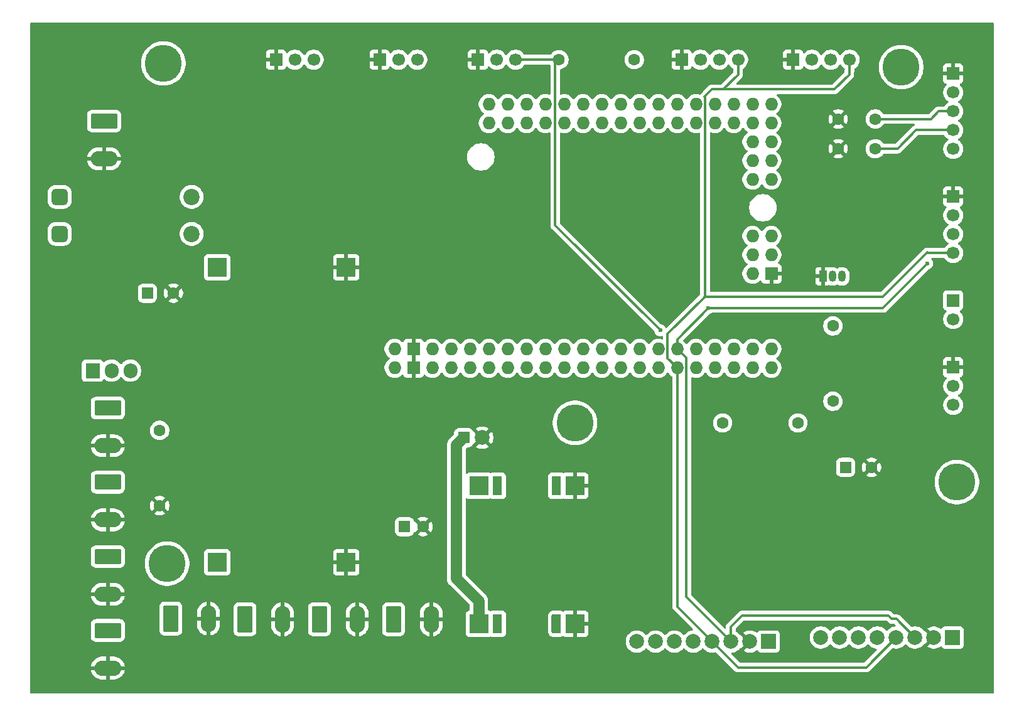
<source format=gbr>
%TF.GenerationSoftware,KiCad,Pcbnew,9.0.4*%
%TF.CreationDate,2025-12-08T23:22:33+01:00*%
%TF.ProjectId,van-obc,76616e2d-6f62-4632-9e6b-696361645f70,rev?*%
%TF.SameCoordinates,Original*%
%TF.FileFunction,Copper,L2,Bot*%
%TF.FilePolarity,Positive*%
%FSLAX46Y46*%
G04 Gerber Fmt 4.6, Leading zero omitted, Abs format (unit mm)*
G04 Created by KiCad (PCBNEW 9.0.4) date 2025-12-08 23:22:33*
%MOMM*%
%LPD*%
G01*
G04 APERTURE LIST*
G04 Aperture macros list*
%AMRoundRect*
0 Rectangle with rounded corners*
0 $1 Rounding radius*
0 $2 $3 $4 $5 $6 $7 $8 $9 X,Y pos of 4 corners*
0 Add a 4 corners polygon primitive as box body*
4,1,4,$2,$3,$4,$5,$6,$7,$8,$9,$2,$3,0*
0 Add four circle primitives for the rounded corners*
1,1,$1+$1,$2,$3*
1,1,$1+$1,$4,$5*
1,1,$1+$1,$6,$7*
1,1,$1+$1,$8,$9*
0 Add four rect primitives between the rounded corners*
20,1,$1+$1,$2,$3,$4,$5,0*
20,1,$1+$1,$4,$5,$6,$7,0*
20,1,$1+$1,$6,$7,$8,$9,0*
20,1,$1+$1,$8,$9,$2,$3,0*%
G04 Aperture macros list end*
%TA.AperFunction,ComponentPad*%
%ADD10C,1.600000*%
%TD*%
%TA.AperFunction,ComponentPad*%
%ADD11RoundRect,0.249999X-0.790001X-1.550001X0.790001X-1.550001X0.790001X1.550001X-0.790001X1.550001X0*%
%TD*%
%TA.AperFunction,ComponentPad*%
%ADD12O,2.080000X3.600000*%
%TD*%
%TA.AperFunction,ComponentPad*%
%ADD13R,1.050000X1.500000*%
%TD*%
%TA.AperFunction,ComponentPad*%
%ADD14O,1.050000X1.500000*%
%TD*%
%TA.AperFunction,ComponentPad*%
%ADD15O,1.727200X1.727200*%
%TD*%
%TA.AperFunction,ComponentPad*%
%ADD16R,1.727200X1.727200*%
%TD*%
%TA.AperFunction,ComponentPad*%
%ADD17RoundRect,0.249999X-1.550001X0.790001X-1.550001X-0.790001X1.550001X-0.790001X1.550001X0.790001X0*%
%TD*%
%TA.AperFunction,ComponentPad*%
%ADD18O,3.600000X2.080000*%
%TD*%
%TA.AperFunction,ComponentPad*%
%ADD19R,1.700000X1.700000*%
%TD*%
%TA.AperFunction,ComponentPad*%
%ADD20C,1.700000*%
%TD*%
%TA.AperFunction,ComponentPad*%
%ADD21R,1.270000X2.540000*%
%TD*%
%TA.AperFunction,ComponentPad*%
%ADD22RoundRect,0.190500X-0.444500X1.079500X-0.444500X-1.079500X0.444500X-1.079500X0.444500X1.079500X0*%
%TD*%
%TA.AperFunction,ComponentPad*%
%ADD23R,2.540000X2.540000*%
%TD*%
%TA.AperFunction,ComponentPad*%
%ADD24RoundRect,0.250000X-0.550000X-0.550000X0.550000X-0.550000X0.550000X0.550000X-0.550000X0.550000X0*%
%TD*%
%TA.AperFunction,ComponentPad*%
%ADD25R,2.000000X2.000000*%
%TD*%
%TA.AperFunction,ComponentPad*%
%ADD26C,2.000000*%
%TD*%
%TA.AperFunction,ComponentPad*%
%ADD27R,1.905000X2.000000*%
%TD*%
%TA.AperFunction,ComponentPad*%
%ADD28O,1.905000X2.000000*%
%TD*%
%TA.AperFunction,ComponentPad*%
%ADD29RoundRect,0.550000X-0.550000X-0.550000X0.550000X-0.550000X0.550000X0.550000X-0.550000X0.550000X0*%
%TD*%
%TA.AperFunction,ComponentPad*%
%ADD30C,2.200000*%
%TD*%
%TA.AperFunction,ViaPad*%
%ADD31C,5.000000*%
%TD*%
%TA.AperFunction,ViaPad*%
%ADD32C,0.600000*%
%TD*%
%TA.AperFunction,Conductor*%
%ADD33C,0.300000*%
%TD*%
%TA.AperFunction,Conductor*%
%ADD34C,1.500000*%
%TD*%
G04 APERTURE END LIST*
D10*
%TO.P,R6,1*%
%TO.N,/Display_And_UI/WS2812_DATA*%
X113420000Y-82000000D03*
%TO.P,R6,2*%
%TO.N,Net-(J4-Pin_3)*%
X123580000Y-82000000D03*
%TD*%
D11*
%TO.P,J14,1,Pin_1*%
%TO.N,/Power_Input/+12V*%
X39000000Y-108400000D03*
D12*
%TO.P,J14,2,Pin_2*%
%TO.N,/Display_And_UI/GND*%
X44080000Y-108400000D03*
%TD*%
D13*
%TO.P,Q2,1,E*%
%TO.N,/Display_And_UI/GND*%
X126951961Y-62221961D03*
D14*
%TO.P,Q2,2,B*%
%TO.N,Net-(Q2-B)*%
X128221961Y-62221961D03*
%TO.P,Q2,3,C*%
%TO.N,Net-(J3-Pin_2)*%
X129491961Y-62221961D03*
%TD*%
D11*
%TO.P,J15,1,Pin_1*%
%TO.N,/Power_Input/+12V*%
X49000000Y-108500000D03*
D12*
%TO.P,J15,2,Pin_2*%
%TO.N,/Display_And_UI/GND*%
X54080000Y-108500000D03*
%TD*%
D15*
%TO.P,A1,3V31,3.3V*%
%TO.N,unconnected-(A1-3.3V-Pad3V31)*%
X76800000Y-72020000D03*
%TO.P,A1,3V32,3.3V*%
%TO.N,unconnected-(A1-3.3V-Pad3V32)*%
X76800000Y-74560000D03*
%TO.P,A1,5V1,5V*%
%TO.N,/Display_And_UI/+5V*%
X74260000Y-72020000D03*
%TO.P,A1,5V2,SPI_5V*%
%TO.N,unconnected-(A1-SPI_5V-Pad5V2)*%
X119980000Y-56780000D03*
%TO.P,A1,5V3,5V*%
%TO.N,/Display_And_UI/+5V*%
X74260000Y-74560000D03*
%TO.P,A1,A0,A0*%
%TO.N,/MCU_Arduino_Mega/MQ2_AOUT*%
X81880000Y-39000000D03*
%TO.P,A1,A1,A1*%
%TO.N,/MCU_Arduino_Mega/MQ7_AOUT*%
X81880000Y-41540000D03*
%TO.P,A1,A2,A2*%
%TO.N,unconnected-(A1-PadA2)*%
X84420000Y-39000000D03*
%TO.P,A1,A3,A3*%
%TO.N,unconnected-(A1-PadA3)*%
X84420000Y-41540000D03*
%TO.P,A1,A4,A4*%
%TO.N,unconnected-(A1-PadA4)*%
X86960000Y-39000000D03*
%TO.P,A1,A5,A5*%
%TO.N,unconnected-(A1-PadA5)*%
X86960000Y-41540000D03*
%TO.P,A1,A6,A6*%
%TO.N,unconnected-(A1-PadA6)*%
X89500000Y-39000000D03*
%TO.P,A1,A7,A7*%
%TO.N,unconnected-(A1-PadA7)*%
X89500000Y-41540000D03*
%TO.P,A1,A8,A8*%
%TO.N,unconnected-(A1-PadA8)*%
X92040000Y-39000000D03*
%TO.P,A1,A9,A9*%
%TO.N,unconnected-(A1-PadA9)*%
X92040000Y-41540000D03*
%TO.P,A1,A10,A10*%
%TO.N,unconnected-(A1-PadA10)*%
X94580000Y-39000000D03*
%TO.P,A1,A11,A11*%
%TO.N,unconnected-(A1-PadA11)*%
X94580000Y-41540000D03*
%TO.P,A1,A12,A12*%
%TO.N,unconnected-(A1-PadA12)*%
X97120000Y-39000000D03*
%TO.P,A1,A13,A13*%
%TO.N,unconnected-(A1-PadA13)*%
X97120000Y-41540000D03*
%TO.P,A1,A14,A14*%
%TO.N,unconnected-(A1-PadA14)*%
X99660000Y-39000000D03*
%TO.P,A1,A15,A15*%
%TO.N,unconnected-(A1-PadA15)*%
X99660000Y-41540000D03*
%TO.P,A1,AREF,AREF*%
%TO.N,unconnected-(A1-PadAREF)*%
X79340000Y-72020000D03*
%TO.P,A1,D0,D0/RX0*%
%TO.N,unconnected-(A1-D0{slash}RX0-PadD0)*%
X81880000Y-72020000D03*
%TO.P,A1,D1,D1/TX0*%
%TO.N,unconnected-(A1-D1{slash}TX0-PadD1)*%
X81880000Y-74560000D03*
%TO.P,A1,D2,D2_INT0*%
%TO.N,/Display_And_UI/ENCODER_A*%
X84420000Y-72020000D03*
%TO.P,A1,D3,D3_INT1*%
%TO.N,/Display_And_UI/ENCODER_B*%
X84420000Y-74560000D03*
%TO.P,A1,D4,D4*%
%TO.N,unconnected-(A1-PadD4)*%
X86960000Y-72020000D03*
%TO.P,A1,D5,D5*%
%TO.N,unconnected-(A1-PadD5)*%
X86960000Y-74560000D03*
%TO.P,A1,D6,D6*%
%TO.N,/Display_And_UI/BUZZER_PWM*%
X89500000Y-72020000D03*
%TO.P,A1,D7,D7*%
%TO.N,/Display_And_UI/WS2812_DATA*%
X89500000Y-74560000D03*
%TO.P,A1,D8,D8*%
%TO.N,unconnected-(A1-PadD8)*%
X92040000Y-72020000D03*
%TO.P,A1,D9,D9*%
%TO.N,unconnected-(A1-PadD9)*%
X92040000Y-74560000D03*
%TO.P,A1,D10,D10*%
%TO.N,unconnected-(A1-PadD10)*%
X94580000Y-72020000D03*
%TO.P,A1,D11,D11*%
%TO.N,unconnected-(A1-PadD11)*%
X94580000Y-74560000D03*
%TO.P,A1,D12,D12*%
%TO.N,unconnected-(A1-PadD12)*%
X97120000Y-72020000D03*
%TO.P,A1,D13,D13*%
%TO.N,unconnected-(A1-PadD13)*%
X97120000Y-74560000D03*
%TO.P,A1,D14,D14/TX3*%
%TO.N,unconnected-(A1-D14{slash}TX3-PadD14)*%
X99660000Y-72020000D03*
%TO.P,A1,D15,D15/RX3*%
%TO.N,unconnected-(A1-D15{slash}RX3-PadD15)*%
X99660000Y-74560000D03*
%TO.P,A1,D16,D16/TX2*%
%TO.N,unconnected-(A1-D16{slash}TX2-PadD16)*%
X102200000Y-72020000D03*
%TO.P,A1,D17,D17/RX2*%
%TO.N,unconnected-(A1-D17{slash}RX2-PadD17)*%
X102200000Y-74560000D03*
%TO.P,A1,D18,D18/TX1*%
%TO.N,unconnected-(A1-D18{slash}TX1-PadD18)*%
X104740000Y-72020000D03*
%TO.P,A1,D19,D19/RX1*%
%TO.N,unconnected-(A1-D19{slash}RX1-PadD19)*%
X104740000Y-74560000D03*
%TO.P,A1,D20,D20/SDA*%
%TO.N,/Display_And_UI/I2C_SDA*%
X107280000Y-72020000D03*
%TO.P,A1,D21,D21/SCL*%
%TO.N,/Display_And_UI/I2C_SCL*%
X107280000Y-74560000D03*
%TO.P,A1,D22,D22*%
%TO.N,/MCU_Arduino_Mega/DS18B20_DATA*%
X109820000Y-72020000D03*
%TO.P,A1,D23,D23*%
%TO.N,/Display_And_UI/ENCODER_SW*%
X109820000Y-74560000D03*
%TO.P,A1,D24,D24*%
%TO.N,unconnected-(A1-PadD24)*%
X112360000Y-72020000D03*
%TO.P,A1,D25,D25*%
%TO.N,unconnected-(A1-PadD25)*%
X112360000Y-74560000D03*
%TO.P,A1,D26,D26*%
%TO.N,unconnected-(A1-PadD26)*%
X114900000Y-72020000D03*
%TO.P,A1,D27,D27*%
%TO.N,unconnected-(A1-PadD27)*%
X114900000Y-74560000D03*
%TO.P,A1,D28,D28*%
%TO.N,unconnected-(A1-PadD28)*%
X117440000Y-72020000D03*
%TO.P,A1,D29,D29*%
%TO.N,unconnected-(A1-PadD29)*%
X117440000Y-74560000D03*
%TO.P,A1,D30,D30*%
%TO.N,unconnected-(A1-PadD30)*%
X119980000Y-72020000D03*
%TO.P,A1,D31,D31*%
%TO.N,unconnected-(A1-PadD31)*%
X119980000Y-74560000D03*
%TO.P,A1,D32,D32*%
%TO.N,unconnected-(A1-PadD32)*%
X102200000Y-39000000D03*
%TO.P,A1,D33,D33*%
%TO.N,unconnected-(A1-PadD33)*%
X102200000Y-41540000D03*
%TO.P,A1,D34,D34*%
%TO.N,unconnected-(A1-PadD34)*%
X104740000Y-39000000D03*
%TO.P,A1,D35,D35*%
%TO.N,unconnected-(A1-PadD35)*%
X104740000Y-41540000D03*
%TO.P,A1,D36,D36*%
%TO.N,unconnected-(A1-PadD36)*%
X107280000Y-39000000D03*
%TO.P,A1,D37,D37*%
%TO.N,unconnected-(A1-PadD37)*%
X107280000Y-41540000D03*
%TO.P,A1,D38,D38*%
%TO.N,unconnected-(A1-PadD38)*%
X109820000Y-39000000D03*
%TO.P,A1,D39,D39*%
%TO.N,unconnected-(A1-PadD39)*%
X109820000Y-41540000D03*
%TO.P,A1,D40,D40*%
%TO.N,unconnected-(A1-PadD40)*%
X112360000Y-39000000D03*
%TO.P,A1,D41,D41*%
%TO.N,unconnected-(A1-PadD41)*%
X112360000Y-41540000D03*
%TO.P,A1,D42,D42*%
%TO.N,unconnected-(A1-PadD42)*%
X114900000Y-39000000D03*
%TO.P,A1,D43,D43*%
%TO.N,unconnected-(A1-PadD43)*%
X114900000Y-41540000D03*
%TO.P,A1,D44,D44*%
%TO.N,unconnected-(A1-PadD44)*%
X117440000Y-39000000D03*
%TO.P,A1,D45,D45*%
%TO.N,unconnected-(A1-PadD45)*%
X117440000Y-41540000D03*
%TO.P,A1,D46,D46*%
%TO.N,unconnected-(A1-PadD46)*%
X119980000Y-39000000D03*
%TO.P,A1,D47,D47*%
%TO.N,unconnected-(A1-PadD47)*%
X119980000Y-41540000D03*
%TO.P,A1,D48,D48*%
%TO.N,unconnected-(A1-PadD48)*%
X119980000Y-44080000D03*
%TO.P,A1,D49,D49*%
%TO.N,unconnected-(A1-PadD49)*%
X117440000Y-44080000D03*
%TO.P,A1,D50,D50_MISO*%
%TO.N,unconnected-(A1-D50_MISO-PadD50)*%
X119980000Y-46620000D03*
%TO.P,A1,D51,D51_MOSI*%
%TO.N,unconnected-(A1-D51_MOSI-PadD51)*%
X117440000Y-46620000D03*
%TO.P,A1,D52,D52_SCK*%
%TO.N,unconnected-(A1-D52_SCK-PadD52)*%
X119980000Y-49160000D03*
%TO.P,A1,D53,D53_CS*%
%TO.N,unconnected-(A1-D53_CS-PadD53)*%
X117440000Y-49160000D03*
D16*
%TO.P,A1,GND1,GND*%
%TO.N,/Display_And_UI/GND*%
X71720000Y-72020000D03*
%TO.P,A1,GND2,GND*%
X71720000Y-74560000D03*
%TO.P,A1,GND4,SPI_GND*%
X119980000Y-61860000D03*
D15*
%TO.P,A1,MISO,SPI_MISO*%
%TO.N,unconnected-(A1-SPI_MISO-PadMISO)*%
X117440000Y-56780000D03*
%TO.P,A1,MOSI,SPI_MOSI*%
%TO.N,unconnected-(A1-SPI_MOSI-PadMOSI)*%
X119980000Y-59320000D03*
%TO.P,A1,RST1,RESET*%
%TO.N,unconnected-(A1-RESET-PadRST1)*%
X79340000Y-74560000D03*
%TO.P,A1,RST2,SPI_RESET*%
%TO.N,unconnected-(A1-SPI_RESET-PadRST2)*%
X117440000Y-61860000D03*
%TO.P,A1,SCK,SPI_SCK*%
%TO.N,unconnected-(A1-SPI_SCK-PadSCK)*%
X117440000Y-59320000D03*
%TO.P,A1,VIN1,VIN*%
%TO.N,unconnected-(A1-VIN-PadVIN1)*%
X69180000Y-72020000D03*
%TO.P,A1,VIN2,VIN*%
%TO.N,unconnected-(A1-VIN-PadVIN2)*%
X69180000Y-74560000D03*
%TD*%
D17*
%TO.P,J11,1,Pin_1*%
%TO.N,/Power_Input/+12V*%
X30500000Y-90000000D03*
D18*
%TO.P,J11,2,Pin_2*%
%TO.N,/Display_And_UI/GND*%
X30500000Y-95080000D03*
%TD*%
D19*
%TO.P,J2,1,Pin_1*%
%TO.N,/Display_And_UI/GND*%
X144500000Y-34880000D03*
D20*
%TO.P,J2,2,Pin_2*%
%TO.N,/Display_And_UI/+5V*%
X144500000Y-37420000D03*
%TO.P,J2,3,Pin_3*%
%TO.N,/Display_And_UI/ENCODER_A*%
X144500000Y-39960000D03*
%TO.P,J2,4,Pin_4*%
%TO.N,/Display_And_UI/ENCODER_B*%
X144500000Y-42500000D03*
%TO.P,J2,5,Pin_5*%
%TO.N,/Display_And_UI/ENCODER_SW*%
X144500000Y-45040000D03*
%TD*%
D21*
%TO.P,U2,0*%
%TO.N,N/C*%
X91000000Y-90500000D03*
X83040000Y-90500000D03*
D22*
X91000000Y-109100000D03*
D21*
X83040000Y-109100000D03*
D23*
%TO.P,U2,1,-VIN*%
%TO.N,/Display_And_UI/GND*%
X93540000Y-90500000D03*
%TO.P,U2,2,+VIN*%
%TO.N,/Power_Input/+5V_PROT*%
X80540000Y-90500000D03*
%TO.P,U2,3,-VOUT*%
%TO.N,/Display_And_UI/GND*%
X93540000Y-109100000D03*
%TO.P,U2,4,+VOUT*%
%TO.N,/Power_Input/+3V3*%
X80540000Y-109100000D03*
%TD*%
D24*
%TO.P,C1,1*%
%TO.N,/Power_Input/+12V_PROT*%
X35847349Y-64500000D03*
D10*
%TO.P,C1,2*%
%TO.N,/Display_And_UI/GND*%
X39347349Y-64500000D03*
%TD*%
D17*
%TO.P,J10,1,Pin_1*%
%TO.N,/Power_Input/+12V*%
X30500000Y-80000000D03*
D18*
%TO.P,J10,2,Pin_2*%
%TO.N,/Display_And_UI/GND*%
X30500000Y-85080000D03*
%TD*%
D25*
%TO.P,u3,1,VCC*%
%TO.N,/Power_Input/+5V_PROT*%
X119620000Y-111500000D03*
D26*
%TO.P,u3,2,GND*%
%TO.N,/Display_And_UI/GND*%
X117080000Y-111500000D03*
%TO.P,u3,3,SDA*%
%TO.N,/Display_And_UI/I2C_SDA*%
X114540000Y-111500000D03*
%TO.P,u3,4,SCL*%
%TO.N,/Display_And_UI/I2C_SCL*%
X112000000Y-111500000D03*
%TO.P,u3,5,ALERT*%
%TO.N,unconnected-(u3-ALERT-Pad5)*%
X109460000Y-111500000D03*
%TO.P,u3,6,VBUS*%
%TO.N,/Power_Input/+12V*%
X106920000Y-111500000D03*
%TO.P,u3,7,IN-*%
%TO.N,/Power_Input/+12V_PROT*%
X104380000Y-111500000D03*
%TO.P,u3,8,IN+*%
%TO.N,/Power_Input/+12V*%
X101840000Y-111500000D03*
%TD*%
D27*
%TO.P,Q1,1,G*%
%TO.N,Net-(Q1-G)*%
X28460000Y-74950000D03*
D28*
%TO.P,Q1,2,D*%
%TO.N,/Power_Input/+12V_FUSED*%
X31000000Y-74950000D03*
%TO.P,Q1,3,S*%
%TO.N,/Power_Input/+12V_PROT*%
X33540000Y-74950000D03*
%TD*%
D10*
%TO.P,C4,1*%
%TO.N,/Display_And_UI/GND*%
X129000000Y-45000000D03*
%TO.P,C4,2*%
%TO.N,/Display_And_UI/ENCODER_B*%
X134000000Y-45000000D03*
%TD*%
D19*
%TO.P,J9,1,Pin_1*%
%TO.N,/Display_And_UI/GND*%
X80420000Y-33000000D03*
D20*
%TO.P,J9,2,Pin_2*%
%TO.N,/Display_And_UI/+5V*%
X82960000Y-33000000D03*
%TO.P,J9,3,Pin_3*%
%TO.N,/MCU_Arduino_Mega/DS18B20_DATA*%
X85500000Y-33000000D03*
%TD*%
D17*
%TO.P,J13,1,Pin_1*%
%TO.N,/Power_Input/+12V*%
X30500000Y-110000000D03*
D18*
%TO.P,J13,2,Pin_2*%
%TO.N,/Display_And_UI/GND*%
X30500000Y-115080000D03*
%TD*%
D10*
%TO.P,R1,1*%
%TO.N,Net-(Q1-G)*%
X37500000Y-83000000D03*
%TO.P,R1,2*%
%TO.N,/Display_And_UI/GND*%
X37500000Y-93160000D03*
%TD*%
D23*
%TO.P,U1,1,-VIN*%
%TO.N,/Display_And_UI/GND*%
X62650000Y-100800000D03*
%TO.P,U1,2,+VIN*%
%TO.N,/Power_Input/+12V_PROT*%
X45250000Y-100800000D03*
%TO.P,U1,3,-VOUT*%
%TO.N,/Display_And_UI/GND*%
X62650000Y-61000000D03*
%TO.P,U1,4,+VOUT*%
%TO.N,/Power_Input/+5V_PROT*%
X45250000Y-61000000D03*
%TD*%
D19*
%TO.P,J7,1,Pin_1*%
%TO.N,/Display_And_UI/GND*%
X53190000Y-33000000D03*
D20*
%TO.P,J7,2,Pin_2*%
%TO.N,/Display_And_UI/+5V*%
X55730000Y-33000000D03*
%TO.P,J7,3,Pin_3*%
%TO.N,/MCU_Arduino_Mega/MQ2_AOUT*%
X58270000Y-33000000D03*
%TD*%
D11*
%TO.P,J16,1,Pin_1*%
%TO.N,/Power_Input/+12V*%
X59040000Y-108500000D03*
D12*
%TO.P,J16,2,Pin_2*%
%TO.N,/Display_And_UI/GND*%
X64120000Y-108500000D03*
%TD*%
D17*
%TO.P,J12,1,Pin_1*%
%TO.N,/Power_Input/+12V*%
X30500000Y-100040000D03*
D18*
%TO.P,J12,2,Pin_2*%
%TO.N,/Display_And_UI/GND*%
X30500000Y-105120000D03*
%TD*%
D10*
%TO.P,R5,1*%
%TO.N,/Display_And_UI/BUZZER_PWM*%
X128278039Y-79088039D03*
%TO.P,R5,2*%
%TO.N,Net-(Q2-B)*%
X128278039Y-68928039D03*
%TD*%
%TO.P,R4,1*%
%TO.N,/MCU_Arduino_Mega/DS18B20_DATA*%
X91340000Y-33000000D03*
%TO.P,R4,2*%
%TO.N,/Display_And_UI/+5V*%
X101500000Y-33000000D03*
%TD*%
D19*
%TO.P,J1,1,Pin_1*%
%TO.N,/Display_And_UI/GND*%
X144500000Y-51460000D03*
D20*
%TO.P,J1,2,Pin_2*%
%TO.N,/Display_And_UI/+5V*%
X144500000Y-54000000D03*
%TO.P,J1,3,Pin_3*%
%TO.N,/Display_And_UI/I2C_SDA*%
X144500000Y-56540000D03*
%TO.P,J1,4,Pin_4*%
%TO.N,/Display_And_UI/I2C_SCL*%
X144500000Y-59080000D03*
%TD*%
D19*
%TO.P,J8,1,Pin_1*%
%TO.N,/Display_And_UI/GND*%
X67150000Y-33000000D03*
D20*
%TO.P,J8,2,Pin_2*%
%TO.N,/Display_And_UI/+5V*%
X69690000Y-33000000D03*
%TO.P,J8,3,Pin_3*%
%TO.N,/MCU_Arduino_Mega/MQ7_AOUT*%
X72230000Y-33000000D03*
%TD*%
D24*
%TO.P,C6,1*%
%TO.N,/Display_And_UI/+5V*%
X130000000Y-88000000D03*
D10*
%TO.P,C6,2*%
%TO.N,/Display_And_UI/GND*%
X133500000Y-88000000D03*
%TD*%
%TO.P,C5,1*%
%TO.N,/Display_And_UI/GND*%
X129000000Y-41000000D03*
%TO.P,C5,2*%
%TO.N,/Display_And_UI/ENCODER_A*%
X134000000Y-41000000D03*
%TD*%
D11*
%TO.P,J17,1,Pin_1*%
%TO.N,/Power_Input/+12V*%
X69040000Y-108500000D03*
D12*
%TO.P,J17,2,Pin_2*%
%TO.N,/Display_And_UI/GND*%
X74120000Y-108500000D03*
%TD*%
D19*
%TO.P,J6,1,Pin_1*%
%TO.N,/Display_And_UI/GND*%
X122920000Y-33000000D03*
D20*
%TO.P,J6,2,Pin_2*%
%TO.N,/Display_And_UI/+5V*%
X125460000Y-33000000D03*
%TO.P,J6,3,Pin_3*%
%TO.N,/Display_And_UI/I2C_SDA*%
X128000000Y-33000000D03*
%TO.P,J6,4,Pin_4*%
%TO.N,/Display_And_UI/I2C_SCL*%
X130540000Y-33000000D03*
%TD*%
D24*
%TO.P,C2,1*%
%TO.N,/Power_Input/+3V3*%
X78500000Y-84000000D03*
D26*
%TO.P,C2,2*%
%TO.N,/Display_And_UI/GND*%
X81000000Y-84000000D03*
%TD*%
D19*
%TO.P,J5,1,Pin_1*%
%TO.N,/Display_And_UI/GND*%
X107880000Y-33000000D03*
D20*
%TO.P,J5,2,Pin_2*%
%TO.N,/Display_And_UI/+5V*%
X110420000Y-33000000D03*
%TO.P,J5,3,Pin_3*%
%TO.N,/Display_And_UI/I2C_SDA*%
X112960000Y-33000000D03*
%TO.P,J5,4,Pin_4*%
%TO.N,/Display_And_UI/I2C_SCL*%
X115500000Y-33000000D03*
%TD*%
D19*
%TO.P,J3,1,Pin_1*%
%TO.N,/Display_And_UI/+5V*%
X144500000Y-65460000D03*
D20*
%TO.P,J3,2,Pin_2*%
%TO.N,Net-(J3-Pin_2)*%
X144500000Y-68000000D03*
%TD*%
D25*
%TO.P,u4,1,VCC*%
%TO.N,/Power_Input/+5V_PROT*%
X144430000Y-110960000D03*
D26*
%TO.P,u4,2,GND*%
%TO.N,/Display_And_UI/GND*%
X141890000Y-110960000D03*
%TO.P,u4,3,SDA*%
%TO.N,/Display_And_UI/I2C_SDA*%
X139350000Y-110960000D03*
%TO.P,u4,4,SCL*%
%TO.N,/Display_And_UI/I2C_SCL*%
X136810000Y-110960000D03*
%TO.P,u4,5,ALERT*%
%TO.N,unconnected-(u4-ALERT-Pad5)*%
X134270000Y-110960000D03*
%TO.P,u4,6,VBUS*%
%TO.N,/Display_And_UI/+5V*%
X131730000Y-110960000D03*
%TO.P,u4,7,IN-*%
%TO.N,/Power_Input/+5V_PROT*%
X129190000Y-110960000D03*
%TO.P,u4,8,IN+*%
%TO.N,/Display_And_UI/+5V*%
X126650000Y-110960000D03*
%TD*%
D17*
%TO.P,J_11,1,Pin_1*%
%TO.N,/Power_Input/+12V_RAW*%
X30000000Y-41290000D03*
D18*
%TO.P,J_11,2,Pin_2*%
%TO.N,/Display_And_UI/GND*%
X30000000Y-46370000D03*
%TD*%
D29*
%TO.P,F1,1*%
%TO.N,/Power_Input/+12V_RAW*%
X24000000Y-51500000D03*
X24000000Y-56500000D03*
D30*
%TO.P,F1,2*%
%TO.N,/Power_Input/+12V_FUSED*%
X41800000Y-51500000D03*
X41800000Y-56500000D03*
%TD*%
D19*
%TO.P,J4,1,Pin_1*%
%TO.N,/Display_And_UI/GND*%
X144500000Y-74500000D03*
D20*
%TO.P,J4,2,Pin_2*%
%TO.N,/Display_And_UI/+5V*%
X144500000Y-77040000D03*
%TO.P,J4,3,Pin_3*%
%TO.N,Net-(J4-Pin_3)*%
X144500000Y-79580000D03*
%TD*%
D24*
%TO.P,C3,1*%
%TO.N,/Power_Input/+5V_PROT*%
X70500000Y-96000000D03*
D10*
%TO.P,C3,2*%
%TO.N,/Display_And_UI/GND*%
X73000000Y-96000000D03*
%TD*%
D31*
%TO.N,*%
X93500000Y-82000000D03*
X145000000Y-90000000D03*
X38000000Y-33500000D03*
X38500000Y-101000000D03*
X137500000Y-34000000D03*
D32*
%TO.N,/Display_And_UI/GND*%
X93000000Y-69500000D03*
X84500000Y-77000000D03*
X138500000Y-113500000D03*
X120000000Y-78000000D03*
X123000000Y-105500000D03*
X122500000Y-85500000D03*
X123000000Y-111500000D03*
X101000000Y-54000000D03*
%TO.N,/Display_And_UI/I2C_SDA*%
X141000000Y-60500000D03*
X111500000Y-66500000D03*
%TO.N,/MCU_Arduino_Mega/DS18B20_DATA*%
X105000000Y-69500000D03*
%TD*%
D33*
%TO.N,/Display_And_UI/I2C_SCL*%
X106000000Y-70000000D02*
X111034600Y-64965400D01*
X107280000Y-74560000D02*
X107280000Y-106780000D01*
X107280000Y-106780000D02*
X112000000Y-111500000D01*
X113500000Y-37000000D02*
X115500000Y-35000000D01*
X141080000Y-59080000D02*
X144500000Y-59080000D01*
X111000000Y-38000000D02*
X112000000Y-37000000D01*
X106000000Y-73280000D02*
X106000000Y-70000000D01*
X116500000Y-115000000D02*
X132500000Y-115000000D01*
X107280000Y-74560000D02*
X106000000Y-73280000D01*
X140920000Y-59080000D02*
X141080000Y-59080000D01*
X128500000Y-37000000D02*
X130500000Y-35000000D01*
X115500000Y-35000000D02*
X115500000Y-33000000D01*
X111034600Y-64965400D02*
X111034600Y-38034600D01*
X130500000Y-34500000D02*
X130540000Y-34460000D01*
X111000000Y-65000000D02*
X135000000Y-65000000D01*
X132770000Y-115000000D02*
X132500000Y-115000000D01*
X141000000Y-59000000D02*
X141080000Y-59080000D01*
X111034600Y-38034600D02*
X111000000Y-38000000D01*
X130500000Y-35000000D02*
X130500000Y-34500000D01*
X135000000Y-65000000D02*
X140920000Y-59080000D01*
X112000000Y-37000000D02*
X113000000Y-37000000D01*
X113000000Y-37000000D02*
X113500000Y-37000000D01*
X112000000Y-111500000D02*
X115500000Y-115000000D01*
X136810000Y-110960000D02*
X132770000Y-115000000D01*
X115500000Y-115000000D02*
X116500000Y-115000000D01*
X130540000Y-34460000D02*
X130540000Y-33000000D01*
X113000000Y-37000000D02*
X128500000Y-37000000D01*
%TO.N,/Display_And_UI/I2C_SDA*%
X108500000Y-77500000D02*
X108500000Y-105500000D01*
X135770000Y-108000000D02*
X116000000Y-108000000D01*
X114540000Y-109540000D02*
X114540000Y-111500000D01*
X139350000Y-110960000D02*
X136850000Y-108460000D01*
X135000000Y-66500000D02*
X141000000Y-60500000D01*
X114500000Y-111500000D02*
X108500000Y-105500000D01*
X136230000Y-108460000D02*
X135770000Y-108000000D01*
X107280000Y-72020000D02*
X108500000Y-73240000D01*
X107280000Y-70720000D02*
X111500000Y-66500000D01*
X111500000Y-66500000D02*
X112500000Y-66500000D01*
X107280000Y-72020000D02*
X107280000Y-70720000D01*
X108500000Y-73240000D02*
X108500000Y-77500000D01*
X136850000Y-108460000D02*
X136230000Y-108460000D01*
X114500000Y-109500000D02*
X114540000Y-109540000D01*
X116000000Y-108000000D02*
X114500000Y-109500000D01*
X112500000Y-66500000D02*
X135000000Y-66500000D01*
X114540000Y-111500000D02*
X114500000Y-111500000D01*
%TO.N,/MCU_Arduino_Mega/DS18B20_DATA*%
X85500000Y-33000000D02*
X91340000Y-33000000D01*
X90825400Y-55325400D02*
X90825400Y-33500000D01*
X105000000Y-69500000D02*
X90825400Y-55325400D01*
X91325400Y-33000000D02*
X90825400Y-33500000D01*
X91340000Y-33000000D02*
X91325400Y-33000000D01*
%TO.N,/Display_And_UI/ENCODER_A*%
X141500000Y-41000000D02*
X142540000Y-39960000D01*
X134000000Y-41000000D02*
X141500000Y-41000000D01*
X142540000Y-39960000D02*
X144500000Y-39960000D01*
%TO.N,/Display_And_UI/ENCODER_B*%
X137000000Y-45000000D02*
X139500000Y-42500000D01*
X139500000Y-42500000D02*
X144500000Y-42500000D01*
X134000000Y-45000000D02*
X137000000Y-45000000D01*
D34*
%TO.N,/Power_Input/+3V3*%
X78500000Y-84000000D02*
X77500000Y-85000000D01*
X80540000Y-106040000D02*
X80540000Y-109100000D01*
X77500000Y-103000000D02*
X80540000Y-106040000D01*
X77500000Y-85000000D02*
X77500000Y-103000000D01*
%TD*%
%TA.AperFunction,Conductor*%
%TO.N,/Display_And_UI/GND*%
G36*
X135516231Y-108670185D02*
G01*
X135536873Y-108686819D01*
X135815324Y-108965271D01*
X135815327Y-108965274D01*
X135815330Y-108965276D01*
X135884224Y-109011309D01*
X135921873Y-109036465D01*
X136040256Y-109085501D01*
X136040260Y-109085501D01*
X136040261Y-109085502D01*
X136165928Y-109110500D01*
X136165931Y-109110500D01*
X136529192Y-109110500D01*
X136558632Y-109119144D01*
X136588619Y-109125668D01*
X136593634Y-109129422D01*
X136596231Y-109130185D01*
X136616873Y-109146819D01*
X136724976Y-109254922D01*
X136758461Y-109316245D01*
X136753477Y-109385937D01*
X136711605Y-109441870D01*
X136656694Y-109465076D01*
X136458630Y-109496447D01*
X136234003Y-109569433D01*
X136023566Y-109676657D01*
X135921024Y-109751159D01*
X135832490Y-109815483D01*
X135832488Y-109815485D01*
X135832487Y-109815485D01*
X135665484Y-109982488D01*
X135640318Y-110017127D01*
X135584987Y-110059792D01*
X135515374Y-110065771D01*
X135453579Y-110033165D01*
X135439682Y-110017127D01*
X135431531Y-110005908D01*
X135414517Y-109982490D01*
X135247510Y-109815483D01*
X135056433Y-109676657D01*
X134845996Y-109569433D01*
X134621368Y-109496446D01*
X134388097Y-109459500D01*
X134388092Y-109459500D01*
X134151908Y-109459500D01*
X134151903Y-109459500D01*
X133918631Y-109496446D01*
X133694003Y-109569433D01*
X133483566Y-109676657D01*
X133381024Y-109751159D01*
X133292490Y-109815483D01*
X133292488Y-109815485D01*
X133292487Y-109815485D01*
X133125484Y-109982488D01*
X133100318Y-110017127D01*
X133044987Y-110059792D01*
X132975374Y-110065771D01*
X132913579Y-110033165D01*
X132899682Y-110017127D01*
X132891531Y-110005908D01*
X132874517Y-109982490D01*
X132707510Y-109815483D01*
X132516433Y-109676657D01*
X132305996Y-109569433D01*
X132081368Y-109496446D01*
X131848097Y-109459500D01*
X131848092Y-109459500D01*
X131611908Y-109459500D01*
X131611903Y-109459500D01*
X131378631Y-109496446D01*
X131154003Y-109569433D01*
X130943566Y-109676657D01*
X130841024Y-109751159D01*
X130752490Y-109815483D01*
X130752488Y-109815485D01*
X130752487Y-109815485D01*
X130585484Y-109982488D01*
X130560318Y-110017127D01*
X130504987Y-110059792D01*
X130435374Y-110065771D01*
X130373579Y-110033165D01*
X130359682Y-110017127D01*
X130351531Y-110005908D01*
X130334517Y-109982490D01*
X130167510Y-109815483D01*
X129976433Y-109676657D01*
X129765996Y-109569433D01*
X129541368Y-109496446D01*
X129308097Y-109459500D01*
X129308092Y-109459500D01*
X129071908Y-109459500D01*
X129071903Y-109459500D01*
X128838631Y-109496446D01*
X128614003Y-109569433D01*
X128403566Y-109676657D01*
X128301024Y-109751159D01*
X128212490Y-109815483D01*
X128212488Y-109815485D01*
X128212487Y-109815485D01*
X128045484Y-109982488D01*
X128020318Y-110017127D01*
X127964987Y-110059792D01*
X127895374Y-110065771D01*
X127833579Y-110033165D01*
X127819682Y-110017127D01*
X127811531Y-110005908D01*
X127794517Y-109982490D01*
X127627510Y-109815483D01*
X127436433Y-109676657D01*
X127225996Y-109569433D01*
X127001368Y-109496446D01*
X126768097Y-109459500D01*
X126768092Y-109459500D01*
X126531908Y-109459500D01*
X126531903Y-109459500D01*
X126298631Y-109496446D01*
X126074003Y-109569433D01*
X125863566Y-109676657D01*
X125761024Y-109751159D01*
X125672490Y-109815483D01*
X125672488Y-109815485D01*
X125672487Y-109815485D01*
X125505485Y-109982487D01*
X125505485Y-109982488D01*
X125505483Y-109982490D01*
X125451925Y-110056206D01*
X125366657Y-110173566D01*
X125259433Y-110384003D01*
X125186446Y-110608631D01*
X125149500Y-110841902D01*
X125149500Y-111078097D01*
X125186446Y-111311368D01*
X125259433Y-111535996D01*
X125339428Y-111692993D01*
X125366657Y-111746433D01*
X125505483Y-111937510D01*
X125672490Y-112104517D01*
X125863567Y-112243343D01*
X125948136Y-112286433D01*
X126074003Y-112350566D01*
X126074005Y-112350566D01*
X126074008Y-112350568D01*
X126131059Y-112369105D01*
X126298631Y-112423553D01*
X126531903Y-112460500D01*
X126531908Y-112460500D01*
X126768097Y-112460500D01*
X127001368Y-112423553D01*
X127017584Y-112418284D01*
X127225992Y-112350568D01*
X127436433Y-112243343D01*
X127627510Y-112104517D01*
X127794517Y-111937510D01*
X127819682Y-111902872D01*
X127875011Y-111860207D01*
X127944625Y-111854228D01*
X128006420Y-111886833D01*
X128020315Y-111902870D01*
X128045483Y-111937510D01*
X128212490Y-112104517D01*
X128403567Y-112243343D01*
X128488136Y-112286433D01*
X128614003Y-112350566D01*
X128614005Y-112350566D01*
X128614008Y-112350568D01*
X128671059Y-112369105D01*
X128838631Y-112423553D01*
X129071903Y-112460500D01*
X129071908Y-112460500D01*
X129308097Y-112460500D01*
X129541368Y-112423553D01*
X129557584Y-112418284D01*
X129765992Y-112350568D01*
X129976433Y-112243343D01*
X130167510Y-112104517D01*
X130334517Y-111937510D01*
X130359682Y-111902872D01*
X130415011Y-111860207D01*
X130484625Y-111854228D01*
X130546420Y-111886833D01*
X130560315Y-111902870D01*
X130585483Y-111937510D01*
X130752490Y-112104517D01*
X130943567Y-112243343D01*
X131028136Y-112286433D01*
X131154003Y-112350566D01*
X131154005Y-112350566D01*
X131154008Y-112350568D01*
X131211059Y-112369105D01*
X131378631Y-112423553D01*
X131611903Y-112460500D01*
X131611908Y-112460500D01*
X131848097Y-112460500D01*
X132081368Y-112423553D01*
X132097584Y-112418284D01*
X132305992Y-112350568D01*
X132516433Y-112243343D01*
X132707510Y-112104517D01*
X132874517Y-111937510D01*
X132899682Y-111902872D01*
X132955011Y-111860207D01*
X133024625Y-111854228D01*
X133086420Y-111886833D01*
X133100315Y-111902870D01*
X133125483Y-111937510D01*
X133292490Y-112104517D01*
X133483567Y-112243343D01*
X133568136Y-112286433D01*
X133694003Y-112350566D01*
X133694005Y-112350566D01*
X133694008Y-112350568D01*
X133751059Y-112369105D01*
X133918631Y-112423553D01*
X134116692Y-112454923D01*
X134179827Y-112484852D01*
X134216758Y-112544164D01*
X134215760Y-112614026D01*
X134184975Y-112665077D01*
X132536873Y-114313181D01*
X132475550Y-114346666D01*
X132449192Y-114349500D01*
X115820808Y-114349500D01*
X115753769Y-114329815D01*
X115733127Y-114313181D01*
X114625023Y-113205077D01*
X114591538Y-113143754D01*
X114596522Y-113074062D01*
X114638394Y-113018129D01*
X114693306Y-112994923D01*
X114739724Y-112987570D01*
X114891368Y-112963553D01*
X115115992Y-112890568D01*
X115326433Y-112783343D01*
X115517510Y-112644517D01*
X115684517Y-112477510D01*
X115727547Y-112418283D01*
X115782877Y-112375618D01*
X115837594Y-112367551D01*
X115857340Y-112369105D01*
X116597037Y-111629408D01*
X116614075Y-111692993D01*
X116679901Y-111807007D01*
X116772993Y-111900099D01*
X116887007Y-111965925D01*
X116950589Y-111982962D01*
X116210893Y-112722658D01*
X116293828Y-112782914D01*
X116504197Y-112890102D01*
X116728752Y-112963065D01*
X116728751Y-112963065D01*
X116961948Y-113000000D01*
X117198052Y-113000000D01*
X117431247Y-112963065D01*
X117655802Y-112890102D01*
X117866171Y-112782914D01*
X117989977Y-112692964D01*
X118055784Y-112669484D01*
X118123838Y-112685309D01*
X118171779Y-112734640D01*
X118171953Y-112734546D01*
X118172293Y-112735169D01*
X118172532Y-112735415D01*
X118173009Y-112736480D01*
X118176206Y-112742335D01*
X118262452Y-112857544D01*
X118262455Y-112857547D01*
X118377664Y-112943793D01*
X118377671Y-112943797D01*
X118512517Y-112994091D01*
X118512516Y-112994091D01*
X118519444Y-112994835D01*
X118572127Y-113000500D01*
X120667872Y-113000499D01*
X120727483Y-112994091D01*
X120862331Y-112943796D01*
X120977546Y-112857546D01*
X121063796Y-112742331D01*
X121114091Y-112607483D01*
X121120500Y-112547873D01*
X121120499Y-110452128D01*
X121114091Y-110392517D01*
X121110917Y-110384008D01*
X121063797Y-110257671D01*
X121063793Y-110257664D01*
X120977547Y-110142455D01*
X120977544Y-110142452D01*
X120862335Y-110056206D01*
X120862328Y-110056202D01*
X120727482Y-110005908D01*
X120727483Y-110005908D01*
X120667883Y-109999501D01*
X120667881Y-109999500D01*
X120667873Y-109999500D01*
X120667864Y-109999500D01*
X118572129Y-109999500D01*
X118572123Y-109999501D01*
X118512516Y-110005908D01*
X118377671Y-110056202D01*
X118377664Y-110056206D01*
X118262455Y-110142452D01*
X118262452Y-110142455D01*
X118176206Y-110257664D01*
X118171953Y-110265454D01*
X118168807Y-110263736D01*
X118137139Y-110306010D01*
X118071667Y-110330404D01*
X118003399Y-110315529D01*
X117989978Y-110307035D01*
X117866174Y-110217087D01*
X117655802Y-110109897D01*
X117431247Y-110036934D01*
X117431248Y-110036934D01*
X117198052Y-110000000D01*
X116961948Y-110000000D01*
X116728752Y-110036934D01*
X116504197Y-110109897D01*
X116293830Y-110217084D01*
X116210894Y-110277340D01*
X116950591Y-111017037D01*
X116887007Y-111034075D01*
X116772993Y-111099901D01*
X116679901Y-111192993D01*
X116614075Y-111307007D01*
X116597037Y-111370590D01*
X115857340Y-110630893D01*
X115837593Y-110632448D01*
X115833860Y-110631663D01*
X115830222Y-110632808D01*
X115799936Y-110624537D01*
X115769215Y-110618084D01*
X115765429Y-110615114D01*
X115762821Y-110614402D01*
X115753431Y-110605701D01*
X115735712Y-110591800D01*
X115731370Y-110586978D01*
X115684517Y-110522490D01*
X115517510Y-110355483D01*
X115326433Y-110216657D01*
X115326432Y-110216656D01*
X115326430Y-110216655D01*
X115258204Y-110181891D01*
X115207408Y-110133916D01*
X115190500Y-110071407D01*
X115190500Y-109780808D01*
X115210185Y-109713769D01*
X115226819Y-109693127D01*
X116233127Y-108686819D01*
X116294450Y-108653334D01*
X116320808Y-108650500D01*
X135449192Y-108650500D01*
X135516231Y-108670185D01*
G37*
%TD.AperFunction*%
%TA.AperFunction,Conductor*%
G36*
X71970000Y-74117748D02*
G01*
X71916081Y-74086619D01*
X71786880Y-74052000D01*
X71653120Y-74052000D01*
X71523919Y-74086619D01*
X71470000Y-74117748D01*
X71470000Y-72462251D01*
X71523919Y-72493381D01*
X71653120Y-72528000D01*
X71786880Y-72528000D01*
X71916081Y-72493381D01*
X71970000Y-72462251D01*
X71970000Y-74117748D01*
G37*
%TD.AperFunction*%
%TA.AperFunction,Conductor*%
G36*
X108629042Y-42228125D02*
G01*
X108649478Y-42251709D01*
X108650453Y-42251002D01*
X108653316Y-42254943D01*
X108653317Y-42254944D01*
X108779523Y-42428651D01*
X108931349Y-42580477D01*
X109105056Y-42706683D01*
X109198888Y-42754492D01*
X109296366Y-42804161D01*
X109296369Y-42804162D01*
X109377431Y-42830500D01*
X109500573Y-42870511D01*
X109712643Y-42904100D01*
X109712644Y-42904100D01*
X109927356Y-42904100D01*
X109927357Y-42904100D01*
X110139427Y-42870511D01*
X110221783Y-42843751D01*
X110291622Y-42841757D01*
X110351455Y-42877837D01*
X110382284Y-42940538D01*
X110384100Y-42961683D01*
X110384100Y-64644591D01*
X110364415Y-64711630D01*
X110347781Y-64732272D01*
X105913794Y-69166258D01*
X105852471Y-69199743D01*
X105782779Y-69194759D01*
X105726846Y-69152887D01*
X105711553Y-69126031D01*
X105709398Y-69120829D01*
X105709390Y-69120814D01*
X105621789Y-68989711D01*
X105621786Y-68989707D01*
X105510292Y-68878213D01*
X105510288Y-68878210D01*
X105379185Y-68790609D01*
X105379172Y-68790602D01*
X105233501Y-68730264D01*
X105233489Y-68730261D01*
X105166420Y-68716920D01*
X105104509Y-68684535D01*
X105102930Y-68682984D01*
X91512219Y-55092273D01*
X91478734Y-55030950D01*
X91475900Y-55004592D01*
X91475900Y-42961683D01*
X91495585Y-42894644D01*
X91548389Y-42848889D01*
X91617547Y-42838945D01*
X91638210Y-42843750D01*
X91720573Y-42870511D01*
X91932643Y-42904100D01*
X91932644Y-42904100D01*
X92147356Y-42904100D01*
X92147357Y-42904100D01*
X92359427Y-42870511D01*
X92563633Y-42804161D01*
X92754944Y-42706683D01*
X92928651Y-42580477D01*
X93080477Y-42428651D01*
X93206683Y-42254944D01*
X93206683Y-42254943D01*
X93209547Y-42251002D01*
X93211478Y-42252405D01*
X93255927Y-42212078D01*
X93324840Y-42200558D01*
X93389042Y-42228125D01*
X93409478Y-42251709D01*
X93410453Y-42251002D01*
X93413316Y-42254943D01*
X93413317Y-42254944D01*
X93539523Y-42428651D01*
X93691349Y-42580477D01*
X93865056Y-42706683D01*
X93958888Y-42754492D01*
X94056366Y-42804161D01*
X94056369Y-42804162D01*
X94137431Y-42830500D01*
X94260573Y-42870511D01*
X94472643Y-42904100D01*
X94472644Y-42904100D01*
X94687356Y-42904100D01*
X94687357Y-42904100D01*
X94899427Y-42870511D01*
X95103633Y-42804161D01*
X95294944Y-42706683D01*
X95468651Y-42580477D01*
X95620477Y-42428651D01*
X95746683Y-42254944D01*
X95746683Y-42254943D01*
X95749547Y-42251002D01*
X95751478Y-42252405D01*
X95795927Y-42212078D01*
X95864840Y-42200558D01*
X95929042Y-42228125D01*
X95949478Y-42251709D01*
X95950453Y-42251002D01*
X95953316Y-42254943D01*
X95953317Y-42254944D01*
X96079523Y-42428651D01*
X96231349Y-42580477D01*
X96405056Y-42706683D01*
X96498888Y-42754492D01*
X96596366Y-42804161D01*
X96596369Y-42804162D01*
X96677431Y-42830500D01*
X96800573Y-42870511D01*
X97012643Y-42904100D01*
X97012644Y-42904100D01*
X97227356Y-42904100D01*
X97227357Y-42904100D01*
X97439427Y-42870511D01*
X97643633Y-42804161D01*
X97834944Y-42706683D01*
X98008651Y-42580477D01*
X98160477Y-42428651D01*
X98286683Y-42254944D01*
X98286683Y-42254943D01*
X98289547Y-42251002D01*
X98291478Y-42252405D01*
X98335927Y-42212078D01*
X98404840Y-42200558D01*
X98469042Y-42228125D01*
X98489478Y-42251709D01*
X98490453Y-42251002D01*
X98493316Y-42254943D01*
X98493317Y-42254944D01*
X98619523Y-42428651D01*
X98771349Y-42580477D01*
X98945056Y-42706683D01*
X99038888Y-42754492D01*
X99136366Y-42804161D01*
X99136369Y-42804162D01*
X99217431Y-42830500D01*
X99340573Y-42870511D01*
X99552643Y-42904100D01*
X99552644Y-42904100D01*
X99767356Y-42904100D01*
X99767357Y-42904100D01*
X99979427Y-42870511D01*
X100183633Y-42804161D01*
X100374944Y-42706683D01*
X100548651Y-42580477D01*
X100700477Y-42428651D01*
X100826683Y-42254944D01*
X100826683Y-42254943D01*
X100829547Y-42251002D01*
X100831478Y-42252405D01*
X100875927Y-42212078D01*
X100944840Y-42200558D01*
X101009042Y-42228125D01*
X101029478Y-42251709D01*
X101030453Y-42251002D01*
X101033316Y-42254943D01*
X101033317Y-42254944D01*
X101159523Y-42428651D01*
X101311349Y-42580477D01*
X101485056Y-42706683D01*
X101578888Y-42754492D01*
X101676366Y-42804161D01*
X101676369Y-42804162D01*
X101757431Y-42830500D01*
X101880573Y-42870511D01*
X102092643Y-42904100D01*
X102092644Y-42904100D01*
X102307356Y-42904100D01*
X102307357Y-42904100D01*
X102519427Y-42870511D01*
X102723633Y-42804161D01*
X102914944Y-42706683D01*
X103088651Y-42580477D01*
X103240477Y-42428651D01*
X103366683Y-42254944D01*
X103366683Y-42254943D01*
X103369547Y-42251002D01*
X103371478Y-42252405D01*
X103415927Y-42212078D01*
X103484840Y-42200558D01*
X103549042Y-42228125D01*
X103569478Y-42251709D01*
X103570453Y-42251002D01*
X103573316Y-42254943D01*
X103573317Y-42254944D01*
X103699523Y-42428651D01*
X103851349Y-42580477D01*
X104025056Y-42706683D01*
X104118888Y-42754492D01*
X104216366Y-42804161D01*
X104216369Y-42804162D01*
X104297431Y-42830500D01*
X104420573Y-42870511D01*
X104632643Y-42904100D01*
X104632644Y-42904100D01*
X104847356Y-42904100D01*
X104847357Y-42904100D01*
X105059427Y-42870511D01*
X105263633Y-42804161D01*
X105454944Y-42706683D01*
X105628651Y-42580477D01*
X105780477Y-42428651D01*
X105906683Y-42254944D01*
X105906683Y-42254943D01*
X105909547Y-42251002D01*
X105911478Y-42252405D01*
X105955927Y-42212078D01*
X106024840Y-42200558D01*
X106089042Y-42228125D01*
X106109478Y-42251709D01*
X106110453Y-42251002D01*
X106113316Y-42254943D01*
X106113317Y-42254944D01*
X106239523Y-42428651D01*
X106391349Y-42580477D01*
X106565056Y-42706683D01*
X106658888Y-42754492D01*
X106756366Y-42804161D01*
X106756369Y-42804162D01*
X106837431Y-42830500D01*
X106960573Y-42870511D01*
X107172643Y-42904100D01*
X107172644Y-42904100D01*
X107387356Y-42904100D01*
X107387357Y-42904100D01*
X107599427Y-42870511D01*
X107803633Y-42804161D01*
X107994944Y-42706683D01*
X108168651Y-42580477D01*
X108320477Y-42428651D01*
X108446683Y-42254944D01*
X108446683Y-42254943D01*
X108449547Y-42251002D01*
X108451478Y-42252405D01*
X108495927Y-42212078D01*
X108564840Y-42200558D01*
X108629042Y-42228125D01*
G37*
%TD.AperFunction*%
%TA.AperFunction,Conductor*%
G36*
X149942539Y-28020185D02*
G01*
X149988294Y-28072989D01*
X149999500Y-28124500D01*
X149999500Y-118375500D01*
X149979815Y-118442539D01*
X149927011Y-118488294D01*
X149875500Y-118499500D01*
X20124500Y-118499500D01*
X20057461Y-118479815D01*
X20011706Y-118427011D01*
X20000500Y-118375500D01*
X20000500Y-114830000D01*
X28220400Y-114830000D01*
X29845879Y-114830000D01*
X29826901Y-114875818D01*
X29800000Y-115011056D01*
X29800000Y-115148944D01*
X29826901Y-115284182D01*
X29845879Y-115330000D01*
X28220400Y-115330000D01*
X28237919Y-115440618D01*
X28312827Y-115671159D01*
X28422874Y-115887136D01*
X28565356Y-116083245D01*
X28736754Y-116254643D01*
X28932863Y-116397125D01*
X29148840Y-116507172D01*
X29379381Y-116582079D01*
X29618800Y-116620000D01*
X30250000Y-116620000D01*
X30250000Y-115734120D01*
X30295818Y-115753099D01*
X30431056Y-115780000D01*
X30568944Y-115780000D01*
X30704182Y-115753099D01*
X30750000Y-115734120D01*
X30750000Y-116620000D01*
X31381200Y-116620000D01*
X31620618Y-116582079D01*
X31851159Y-116507172D01*
X32067136Y-116397125D01*
X32263245Y-116254643D01*
X32434643Y-116083245D01*
X32577125Y-115887136D01*
X32687172Y-115671159D01*
X32762080Y-115440618D01*
X32779600Y-115330000D01*
X31154121Y-115330000D01*
X31173099Y-115284182D01*
X31200000Y-115148944D01*
X31200000Y-115011056D01*
X31173099Y-114875818D01*
X31154121Y-114830000D01*
X32779600Y-114830000D01*
X32762080Y-114719381D01*
X32687172Y-114488840D01*
X32577125Y-114272863D01*
X32434643Y-114076754D01*
X32263245Y-113905356D01*
X32067136Y-113762874D01*
X31851159Y-113652827D01*
X31620618Y-113577920D01*
X31381200Y-113540000D01*
X30750000Y-113540000D01*
X30750000Y-114425879D01*
X30704182Y-114406901D01*
X30568944Y-114380000D01*
X30431056Y-114380000D01*
X30295818Y-114406901D01*
X30250000Y-114425879D01*
X30250000Y-113540000D01*
X29618800Y-113540000D01*
X29379381Y-113577920D01*
X29148840Y-113652827D01*
X28932863Y-113762874D01*
X28736754Y-113905356D01*
X28565356Y-114076754D01*
X28422874Y-114272863D01*
X28312827Y-114488840D01*
X28237919Y-114719381D01*
X28220400Y-114830000D01*
X20000500Y-114830000D01*
X20000500Y-109159982D01*
X28199500Y-109159982D01*
X28199500Y-110840017D01*
X28210000Y-110942796D01*
X28210001Y-110942798D01*
X28265186Y-111109335D01*
X28357288Y-111258656D01*
X28481344Y-111382712D01*
X28630665Y-111474814D01*
X28797202Y-111529999D01*
X28899990Y-111540500D01*
X28899995Y-111540500D01*
X32100005Y-111540500D01*
X32100010Y-111540500D01*
X32202798Y-111529999D01*
X32369335Y-111474814D01*
X32518656Y-111382712D01*
X32642712Y-111258656D01*
X32734814Y-111109335D01*
X32789999Y-110942798D01*
X32800500Y-110840010D01*
X32800500Y-109159990D01*
X32789999Y-109057202D01*
X32734814Y-108890665D01*
X32642712Y-108741344D01*
X32518656Y-108617288D01*
X32369335Y-108525186D01*
X32202798Y-108470001D01*
X32202796Y-108470000D01*
X32100017Y-108459500D01*
X32100010Y-108459500D01*
X28899990Y-108459500D01*
X28899982Y-108459500D01*
X28797203Y-108470000D01*
X28797202Y-108470001D01*
X28714669Y-108497349D01*
X28630667Y-108525185D01*
X28630662Y-108525187D01*
X28481342Y-108617289D01*
X28357289Y-108741342D01*
X28265187Y-108890662D01*
X28265185Y-108890667D01*
X28240464Y-108965271D01*
X28210001Y-109057202D01*
X28210001Y-109057203D01*
X28210000Y-109057203D01*
X28199500Y-109159982D01*
X20000500Y-109159982D01*
X20000500Y-106799982D01*
X37459500Y-106799982D01*
X37459500Y-110000017D01*
X37470000Y-110102796D01*
X37525185Y-110269332D01*
X37525187Y-110269337D01*
X37553679Y-110315529D01*
X37617288Y-110418656D01*
X37741344Y-110542712D01*
X37890665Y-110634814D01*
X38057202Y-110689999D01*
X38159990Y-110700500D01*
X38159995Y-110700500D01*
X39840005Y-110700500D01*
X39840010Y-110700500D01*
X39942798Y-110689999D01*
X40109335Y-110634814D01*
X40258656Y-110542712D01*
X40382712Y-110418656D01*
X40474814Y-110269335D01*
X40529999Y-110102798D01*
X40540500Y-110000010D01*
X40540500Y-107518799D01*
X42540000Y-107518799D01*
X42540000Y-108150000D01*
X43425879Y-108150000D01*
X43406901Y-108195818D01*
X43380000Y-108331056D01*
X43380000Y-108468944D01*
X43406901Y-108604182D01*
X43425879Y-108650000D01*
X42540000Y-108650000D01*
X42540000Y-109281200D01*
X42577920Y-109520618D01*
X42652827Y-109751159D01*
X42762874Y-109967136D01*
X42905356Y-110163245D01*
X43076754Y-110334643D01*
X43272863Y-110477125D01*
X43488840Y-110587172D01*
X43719381Y-110662080D01*
X43830000Y-110679600D01*
X43830000Y-109054120D01*
X43875818Y-109073099D01*
X44011056Y-109100000D01*
X44148944Y-109100000D01*
X44284182Y-109073099D01*
X44330000Y-109054120D01*
X44330000Y-110679599D01*
X44440618Y-110662080D01*
X44671159Y-110587172D01*
X44887136Y-110477125D01*
X45083245Y-110334643D01*
X45254643Y-110163245D01*
X45397125Y-109967136D01*
X45507172Y-109751159D01*
X45582079Y-109520618D01*
X45620000Y-109281200D01*
X45620000Y-108650000D01*
X44734121Y-108650000D01*
X44753099Y-108604182D01*
X44780000Y-108468944D01*
X44780000Y-108331056D01*
X44753099Y-108195818D01*
X44734121Y-108150000D01*
X45620000Y-108150000D01*
X45620000Y-107518799D01*
X45582079Y-107279381D01*
X45507171Y-107048840D01*
X45458404Y-106953128D01*
X45431324Y-106899982D01*
X47459500Y-106899982D01*
X47459500Y-110100017D01*
X47470000Y-110202796D01*
X47525185Y-110369332D01*
X47525187Y-110369337D01*
X47555126Y-110417876D01*
X47617288Y-110518656D01*
X47741344Y-110642712D01*
X47890665Y-110734814D01*
X48057202Y-110789999D01*
X48159990Y-110800500D01*
X48159995Y-110800500D01*
X49840005Y-110800500D01*
X49840010Y-110800500D01*
X49942798Y-110789999D01*
X50109335Y-110734814D01*
X50258656Y-110642712D01*
X50382712Y-110518656D01*
X50474814Y-110369335D01*
X50529999Y-110202798D01*
X50540500Y-110100010D01*
X50540500Y-107618799D01*
X52540000Y-107618799D01*
X52540000Y-108250000D01*
X53425879Y-108250000D01*
X53406901Y-108295818D01*
X53380000Y-108431056D01*
X53380000Y-108568944D01*
X53406901Y-108704182D01*
X53425879Y-108750000D01*
X52540000Y-108750000D01*
X52540000Y-109381200D01*
X52577920Y-109620618D01*
X52652827Y-109851159D01*
X52762874Y-110067136D01*
X52905356Y-110263245D01*
X53076754Y-110434643D01*
X53272863Y-110577125D01*
X53488840Y-110687172D01*
X53719381Y-110762080D01*
X53830000Y-110779600D01*
X53830000Y-109154120D01*
X53875818Y-109173099D01*
X54011056Y-109200000D01*
X54148944Y-109200000D01*
X54284182Y-109173099D01*
X54330000Y-109154120D01*
X54330000Y-110779599D01*
X54440618Y-110762080D01*
X54671159Y-110687172D01*
X54887136Y-110577125D01*
X55083245Y-110434643D01*
X55254643Y-110263245D01*
X55397125Y-110067136D01*
X55507172Y-109851159D01*
X55582079Y-109620618D01*
X55620000Y-109381200D01*
X55620000Y-108750000D01*
X54734121Y-108750000D01*
X54753099Y-108704182D01*
X54780000Y-108568944D01*
X54780000Y-108431056D01*
X54753099Y-108295818D01*
X54734121Y-108250000D01*
X55620000Y-108250000D01*
X55620000Y-107618799D01*
X55582079Y-107379381D01*
X55507172Y-107148840D01*
X55407451Y-106953128D01*
X55397125Y-106932863D01*
X55373235Y-106899982D01*
X57499500Y-106899982D01*
X57499500Y-110100017D01*
X57510000Y-110202796D01*
X57565185Y-110369332D01*
X57565187Y-110369337D01*
X57595126Y-110417876D01*
X57657288Y-110518656D01*
X57781344Y-110642712D01*
X57930665Y-110734814D01*
X58097202Y-110789999D01*
X58199990Y-110800500D01*
X58199995Y-110800500D01*
X59880005Y-110800500D01*
X59880010Y-110800500D01*
X59982798Y-110789999D01*
X60149335Y-110734814D01*
X60298656Y-110642712D01*
X60422712Y-110518656D01*
X60514814Y-110369335D01*
X60569999Y-110202798D01*
X60580500Y-110100010D01*
X60580500Y-107618799D01*
X62580000Y-107618799D01*
X62580000Y-108250000D01*
X63465879Y-108250000D01*
X63446901Y-108295818D01*
X63420000Y-108431056D01*
X63420000Y-108568944D01*
X63446901Y-108704182D01*
X63465879Y-108750000D01*
X62580000Y-108750000D01*
X62580000Y-109381200D01*
X62617920Y-109620618D01*
X62692827Y-109851159D01*
X62802874Y-110067136D01*
X62945356Y-110263245D01*
X63116754Y-110434643D01*
X63312863Y-110577125D01*
X63528840Y-110687172D01*
X63759381Y-110762080D01*
X63870000Y-110779600D01*
X63870000Y-109154120D01*
X63915818Y-109173099D01*
X64051056Y-109200000D01*
X64188944Y-109200000D01*
X64324182Y-109173099D01*
X64370000Y-109154120D01*
X64370000Y-110779599D01*
X64480618Y-110762080D01*
X64711159Y-110687172D01*
X64927136Y-110577125D01*
X65123245Y-110434643D01*
X65294643Y-110263245D01*
X65437125Y-110067136D01*
X65547172Y-109851159D01*
X65622079Y-109620618D01*
X65660000Y-109381200D01*
X65660000Y-108750000D01*
X64774121Y-108750000D01*
X64793099Y-108704182D01*
X64820000Y-108568944D01*
X64820000Y-108431056D01*
X64793099Y-108295818D01*
X64774121Y-108250000D01*
X65660000Y-108250000D01*
X65660000Y-107618799D01*
X65622079Y-107379381D01*
X65547172Y-107148840D01*
X65447451Y-106953128D01*
X65437125Y-106932863D01*
X65413235Y-106899982D01*
X67499500Y-106899982D01*
X67499500Y-110100017D01*
X67510000Y-110202796D01*
X67565185Y-110369332D01*
X67565187Y-110369337D01*
X67595126Y-110417876D01*
X67657288Y-110518656D01*
X67781344Y-110642712D01*
X67930665Y-110734814D01*
X68097202Y-110789999D01*
X68199990Y-110800500D01*
X68199995Y-110800500D01*
X69880005Y-110800500D01*
X69880010Y-110800500D01*
X69982798Y-110789999D01*
X70149335Y-110734814D01*
X70298656Y-110642712D01*
X70422712Y-110518656D01*
X70514814Y-110369335D01*
X70569999Y-110202798D01*
X70580500Y-110100010D01*
X70580500Y-107618799D01*
X72580000Y-107618799D01*
X72580000Y-108250000D01*
X73465879Y-108250000D01*
X73446901Y-108295818D01*
X73420000Y-108431056D01*
X73420000Y-108568944D01*
X73446901Y-108704182D01*
X73465879Y-108750000D01*
X72580000Y-108750000D01*
X72580000Y-109381200D01*
X72617920Y-109620618D01*
X72692827Y-109851159D01*
X72802874Y-110067136D01*
X72945356Y-110263245D01*
X73116754Y-110434643D01*
X73312863Y-110577125D01*
X73528840Y-110687172D01*
X73759381Y-110762080D01*
X73870000Y-110779600D01*
X73870000Y-109154120D01*
X73915818Y-109173099D01*
X74051056Y-109200000D01*
X74188944Y-109200000D01*
X74324182Y-109173099D01*
X74370000Y-109154120D01*
X74370000Y-110779599D01*
X74480618Y-110762080D01*
X74711159Y-110687172D01*
X74927136Y-110577125D01*
X75123245Y-110434643D01*
X75294643Y-110263245D01*
X75437125Y-110067136D01*
X75547172Y-109851159D01*
X75622079Y-109620618D01*
X75660000Y-109381200D01*
X75660000Y-108750000D01*
X74774121Y-108750000D01*
X74793099Y-108704182D01*
X74820000Y-108568944D01*
X74820000Y-108431056D01*
X74793099Y-108295818D01*
X74774121Y-108250000D01*
X75660000Y-108250000D01*
X75660000Y-107618799D01*
X75622079Y-107379381D01*
X75547172Y-107148840D01*
X75437125Y-106932863D01*
X75294643Y-106736754D01*
X75123245Y-106565356D01*
X74927136Y-106422874D01*
X74711157Y-106312827D01*
X74480614Y-106237919D01*
X74370000Y-106220399D01*
X74370000Y-107845879D01*
X74324182Y-107826901D01*
X74188944Y-107800000D01*
X74051056Y-107800000D01*
X73915818Y-107826901D01*
X73870000Y-107845879D01*
X73870000Y-106220399D01*
X73869999Y-106220399D01*
X73759385Y-106237919D01*
X73528842Y-106312827D01*
X73312863Y-106422874D01*
X73116754Y-106565356D01*
X72945356Y-106736754D01*
X72802874Y-106932863D01*
X72692827Y-107148840D01*
X72617920Y-107379381D01*
X72580000Y-107618799D01*
X70580500Y-107618799D01*
X70580500Y-106899990D01*
X70569999Y-106797202D01*
X70514814Y-106630665D01*
X70422712Y-106481344D01*
X70298656Y-106357288D01*
X70149335Y-106265186D01*
X69982798Y-106210001D01*
X69982796Y-106210000D01*
X69880017Y-106199500D01*
X69880010Y-106199500D01*
X68199990Y-106199500D01*
X68199982Y-106199500D01*
X68097203Y-106210000D01*
X68097202Y-106210001D01*
X68014669Y-106237349D01*
X67930667Y-106265185D01*
X67930662Y-106265187D01*
X67781342Y-106357289D01*
X67657289Y-106481342D01*
X67565187Y-106630662D01*
X67565186Y-106630665D01*
X67510001Y-106797202D01*
X67510001Y-106797203D01*
X67510000Y-106797203D01*
X67499500Y-106899982D01*
X65413235Y-106899982D01*
X65294643Y-106736754D01*
X65123245Y-106565356D01*
X64927136Y-106422874D01*
X64711157Y-106312827D01*
X64480614Y-106237919D01*
X64370000Y-106220399D01*
X64370000Y-107845879D01*
X64324182Y-107826901D01*
X64188944Y-107800000D01*
X64051056Y-107800000D01*
X63915818Y-107826901D01*
X63870000Y-107845879D01*
X63870000Y-106220399D01*
X63869999Y-106220399D01*
X63759385Y-106237919D01*
X63528842Y-106312827D01*
X63312863Y-106422874D01*
X63116754Y-106565356D01*
X62945356Y-106736754D01*
X62802874Y-106932863D01*
X62692827Y-107148840D01*
X62617920Y-107379381D01*
X62580000Y-107618799D01*
X60580500Y-107618799D01*
X60580500Y-106899990D01*
X60569999Y-106797202D01*
X60514814Y-106630665D01*
X60422712Y-106481344D01*
X60298656Y-106357288D01*
X60149335Y-106265186D01*
X59982798Y-106210001D01*
X59982796Y-106210000D01*
X59880017Y-106199500D01*
X59880010Y-106199500D01*
X58199990Y-106199500D01*
X58199982Y-106199500D01*
X58097203Y-106210000D01*
X58097202Y-106210001D01*
X58014669Y-106237349D01*
X57930667Y-106265185D01*
X57930662Y-106265187D01*
X57781342Y-106357289D01*
X57657289Y-106481342D01*
X57565187Y-106630662D01*
X57565186Y-106630665D01*
X57510001Y-106797202D01*
X57510001Y-106797203D01*
X57510000Y-106797203D01*
X57499500Y-106899982D01*
X55373235Y-106899982D01*
X55254643Y-106736754D01*
X55083245Y-106565356D01*
X54887136Y-106422874D01*
X54671157Y-106312827D01*
X54440614Y-106237919D01*
X54330000Y-106220399D01*
X54330000Y-107845879D01*
X54284182Y-107826901D01*
X54148944Y-107800000D01*
X54011056Y-107800000D01*
X53875818Y-107826901D01*
X53830000Y-107845879D01*
X53830000Y-106220399D01*
X53829999Y-106220399D01*
X53719385Y-106237919D01*
X53488842Y-106312827D01*
X53272863Y-106422874D01*
X53076754Y-106565356D01*
X52905356Y-106736754D01*
X52762874Y-106932863D01*
X52652827Y-107148840D01*
X52577920Y-107379381D01*
X52540000Y-107618799D01*
X50540500Y-107618799D01*
X50540500Y-106899990D01*
X50529999Y-106797202D01*
X50474814Y-106630665D01*
X50382712Y-106481344D01*
X50258656Y-106357288D01*
X50109335Y-106265186D01*
X49942798Y-106210001D01*
X49942796Y-106210000D01*
X49840017Y-106199500D01*
X49840010Y-106199500D01*
X48159990Y-106199500D01*
X48159982Y-106199500D01*
X48057203Y-106210000D01*
X48057202Y-106210001D01*
X47974669Y-106237349D01*
X47890667Y-106265185D01*
X47890662Y-106265187D01*
X47741342Y-106357289D01*
X47617289Y-106481342D01*
X47525187Y-106630662D01*
X47525186Y-106630665D01*
X47470001Y-106797202D01*
X47470001Y-106797203D01*
X47470000Y-106797203D01*
X47459500Y-106899982D01*
X45431324Y-106899982D01*
X45397125Y-106832863D01*
X45254643Y-106636754D01*
X45083245Y-106465356D01*
X44887136Y-106322874D01*
X44671157Y-106212827D01*
X44440614Y-106137919D01*
X44330000Y-106120399D01*
X44330000Y-107745879D01*
X44284182Y-107726901D01*
X44148944Y-107700000D01*
X44011056Y-107700000D01*
X43875818Y-107726901D01*
X43830000Y-107745879D01*
X43830000Y-106120399D01*
X43829999Y-106120399D01*
X43719385Y-106137919D01*
X43488842Y-106212827D01*
X43272863Y-106322874D01*
X43076754Y-106465356D01*
X42905356Y-106636754D01*
X42762874Y-106832863D01*
X42652827Y-107048840D01*
X42577920Y-107279381D01*
X42540000Y-107518799D01*
X40540500Y-107518799D01*
X40540500Y-106799990D01*
X40529999Y-106697202D01*
X40474814Y-106530665D01*
X40382712Y-106381344D01*
X40258656Y-106257288D01*
X40109335Y-106165186D01*
X39942798Y-106110001D01*
X39942796Y-106110000D01*
X39840017Y-106099500D01*
X39840010Y-106099500D01*
X38159990Y-106099500D01*
X38159982Y-106099500D01*
X38057203Y-106110000D01*
X38057202Y-106110001D01*
X37974669Y-106137349D01*
X37890667Y-106165185D01*
X37890662Y-106165187D01*
X37741342Y-106257289D01*
X37617289Y-106381342D01*
X37525187Y-106530662D01*
X37525185Y-106530667D01*
X37507851Y-106582978D01*
X37470001Y-106697202D01*
X37470001Y-106697203D01*
X37470000Y-106697203D01*
X37459500Y-106799982D01*
X20000500Y-106799982D01*
X20000500Y-104870000D01*
X28220400Y-104870000D01*
X29845879Y-104870000D01*
X29826901Y-104915818D01*
X29800000Y-105051056D01*
X29800000Y-105188944D01*
X29826901Y-105324182D01*
X29845879Y-105370000D01*
X28220400Y-105370000D01*
X28237919Y-105480618D01*
X28312827Y-105711159D01*
X28422874Y-105927136D01*
X28565356Y-106123245D01*
X28736754Y-106294643D01*
X28932863Y-106437125D01*
X29148840Y-106547172D01*
X29379381Y-106622079D01*
X29618800Y-106660000D01*
X30250000Y-106660000D01*
X30250000Y-105774120D01*
X30295818Y-105793099D01*
X30431056Y-105820000D01*
X30568944Y-105820000D01*
X30704182Y-105793099D01*
X30750000Y-105774120D01*
X30750000Y-106660000D01*
X31381200Y-106660000D01*
X31620618Y-106622079D01*
X31851159Y-106547172D01*
X32067136Y-106437125D01*
X32263245Y-106294643D01*
X32434643Y-106123245D01*
X32577125Y-105927136D01*
X32687172Y-105711159D01*
X32762080Y-105480618D01*
X32779600Y-105370000D01*
X31154121Y-105370000D01*
X31173099Y-105324182D01*
X31200000Y-105188944D01*
X31200000Y-105051056D01*
X31173099Y-104915818D01*
X31154121Y-104870000D01*
X32779600Y-104870000D01*
X32762080Y-104759381D01*
X32687172Y-104528840D01*
X32577125Y-104312863D01*
X32434643Y-104116754D01*
X32263245Y-103945356D01*
X32067136Y-103802874D01*
X31851159Y-103692827D01*
X31620618Y-103617920D01*
X31381200Y-103580000D01*
X30750000Y-103580000D01*
X30750000Y-104465879D01*
X30704182Y-104446901D01*
X30568944Y-104420000D01*
X30431056Y-104420000D01*
X30295818Y-104446901D01*
X30250000Y-104465879D01*
X30250000Y-103580000D01*
X29618800Y-103580000D01*
X29379381Y-103617920D01*
X29148840Y-103692827D01*
X28932863Y-103802874D01*
X28736754Y-103945356D01*
X28565356Y-104116754D01*
X28422874Y-104312863D01*
X28312827Y-104528840D01*
X28237919Y-104759381D01*
X28220400Y-104870000D01*
X20000500Y-104870000D01*
X20000500Y-99199982D01*
X28199500Y-99199982D01*
X28199500Y-100880017D01*
X28210000Y-100982796D01*
X28265185Y-101149332D01*
X28265187Y-101149337D01*
X28277011Y-101168506D01*
X28357288Y-101298656D01*
X28481344Y-101422712D01*
X28630665Y-101514814D01*
X28797202Y-101569999D01*
X28899990Y-101580500D01*
X28899995Y-101580500D01*
X32100005Y-101580500D01*
X32100010Y-101580500D01*
X32202798Y-101569999D01*
X32369335Y-101514814D01*
X32518656Y-101422712D01*
X32642712Y-101298656D01*
X32734814Y-101149335D01*
X32789999Y-100982798D01*
X32800500Y-100880010D01*
X32800500Y-100831491D01*
X35499500Y-100831491D01*
X35499500Y-101168508D01*
X35537231Y-101503381D01*
X35537233Y-101503397D01*
X35612223Y-101831953D01*
X35612227Y-101831965D01*
X35723532Y-102150054D01*
X35869752Y-102453683D01*
X35869754Y-102453686D01*
X36049054Y-102739039D01*
X36259175Y-103002523D01*
X36497477Y-103240825D01*
X36760961Y-103450946D01*
X37046314Y-103630246D01*
X37349949Y-103776469D01*
X37588848Y-103860063D01*
X37668034Y-103887772D01*
X37668046Y-103887776D01*
X37996606Y-103962767D01*
X38331492Y-104000499D01*
X38331493Y-104000500D01*
X38331496Y-104000500D01*
X38668507Y-104000500D01*
X38668507Y-104000499D01*
X39003394Y-103962767D01*
X39331954Y-103887776D01*
X39650051Y-103776469D01*
X39953686Y-103630246D01*
X40239039Y-103450946D01*
X40502523Y-103240825D01*
X40740825Y-103002523D01*
X40950946Y-102739039D01*
X41130246Y-102453686D01*
X41276469Y-102150051D01*
X41387776Y-101831954D01*
X41462767Y-101503394D01*
X41500500Y-101168504D01*
X41500500Y-100831496D01*
X41462767Y-100496606D01*
X41387776Y-100168046D01*
X41276469Y-99849949D01*
X41130246Y-99546314D01*
X41130066Y-99546028D01*
X41129282Y-99544779D01*
X41129281Y-99544778D01*
X41089920Y-99482135D01*
X43479500Y-99482135D01*
X43479500Y-102117870D01*
X43479501Y-102117876D01*
X43485908Y-102177483D01*
X43536202Y-102312328D01*
X43536206Y-102312335D01*
X43622452Y-102427544D01*
X43622455Y-102427547D01*
X43737664Y-102513793D01*
X43737671Y-102513797D01*
X43872517Y-102564091D01*
X43872516Y-102564091D01*
X43879444Y-102564835D01*
X43932127Y-102570500D01*
X46567872Y-102570499D01*
X46627483Y-102564091D01*
X46762331Y-102513796D01*
X46877546Y-102427546D01*
X46963796Y-102312331D01*
X47014091Y-102177483D01*
X47020500Y-102117873D01*
X47020499Y-100747339D01*
X47020499Y-99482155D01*
X60880000Y-99482155D01*
X60880000Y-100550000D01*
X62334314Y-100550000D01*
X62329920Y-100554394D01*
X62277259Y-100645606D01*
X62250000Y-100747339D01*
X62250000Y-100852661D01*
X62277259Y-100954394D01*
X62329920Y-101045606D01*
X62334314Y-101050000D01*
X60880000Y-101050000D01*
X60880000Y-102117844D01*
X60886401Y-102177372D01*
X60886403Y-102177379D01*
X60936645Y-102312086D01*
X60936649Y-102312093D01*
X61022809Y-102427187D01*
X61022812Y-102427190D01*
X61137906Y-102513350D01*
X61137913Y-102513354D01*
X61272620Y-102563596D01*
X61272627Y-102563598D01*
X61332155Y-102569999D01*
X61332172Y-102570000D01*
X62400000Y-102570000D01*
X62400000Y-101115686D01*
X62404394Y-101120080D01*
X62495606Y-101172741D01*
X62597339Y-101200000D01*
X62702661Y-101200000D01*
X62804394Y-101172741D01*
X62895606Y-101120080D01*
X62900000Y-101115686D01*
X62900000Y-102570000D01*
X63967828Y-102570000D01*
X63967844Y-102569999D01*
X64027372Y-102563598D01*
X64027379Y-102563596D01*
X64162086Y-102513354D01*
X64162093Y-102513350D01*
X64277187Y-102427190D01*
X64277190Y-102427187D01*
X64363350Y-102312093D01*
X64363354Y-102312086D01*
X64413596Y-102177379D01*
X64413598Y-102177372D01*
X64419999Y-102117844D01*
X64420000Y-102117827D01*
X64420000Y-101050000D01*
X62965686Y-101050000D01*
X62970080Y-101045606D01*
X63022741Y-100954394D01*
X63050000Y-100852661D01*
X63050000Y-100747339D01*
X63022741Y-100645606D01*
X62970080Y-100554394D01*
X62965686Y-100550000D01*
X64420000Y-100550000D01*
X64420000Y-99482172D01*
X64419999Y-99482155D01*
X64413598Y-99422627D01*
X64413596Y-99422620D01*
X64363354Y-99287913D01*
X64363350Y-99287906D01*
X64277190Y-99172812D01*
X64277187Y-99172809D01*
X64162093Y-99086649D01*
X64162086Y-99086645D01*
X64027379Y-99036403D01*
X64027372Y-99036401D01*
X63967844Y-99030000D01*
X62900000Y-99030000D01*
X62900000Y-100484314D01*
X62895606Y-100479920D01*
X62804394Y-100427259D01*
X62702661Y-100400000D01*
X62597339Y-100400000D01*
X62495606Y-100427259D01*
X62404394Y-100479920D01*
X62400000Y-100484314D01*
X62400000Y-99030000D01*
X61332155Y-99030000D01*
X61272627Y-99036401D01*
X61272620Y-99036403D01*
X61137913Y-99086645D01*
X61137906Y-99086649D01*
X61022812Y-99172809D01*
X61022809Y-99172812D01*
X60936649Y-99287906D01*
X60936645Y-99287913D01*
X60886403Y-99422620D01*
X60886401Y-99422627D01*
X60880000Y-99482155D01*
X47020499Y-99482155D01*
X47020499Y-99482129D01*
X47020498Y-99482123D01*
X47020497Y-99482116D01*
X47014091Y-99422517D01*
X46963884Y-99287906D01*
X46963797Y-99287671D01*
X46963793Y-99287664D01*
X46877547Y-99172455D01*
X46877544Y-99172452D01*
X46762335Y-99086206D01*
X46762328Y-99086202D01*
X46627482Y-99035908D01*
X46627483Y-99035908D01*
X46567883Y-99029501D01*
X46567881Y-99029500D01*
X46567873Y-99029500D01*
X46567864Y-99029500D01*
X43932129Y-99029500D01*
X43932123Y-99029501D01*
X43872516Y-99035908D01*
X43737671Y-99086202D01*
X43737664Y-99086206D01*
X43622455Y-99172452D01*
X43622452Y-99172455D01*
X43536206Y-99287664D01*
X43536202Y-99287671D01*
X43485908Y-99422517D01*
X43479501Y-99482116D01*
X43479501Y-99482123D01*
X43479500Y-99482135D01*
X41089920Y-99482135D01*
X41052528Y-99422627D01*
X40950946Y-99260961D01*
X40740825Y-98997477D01*
X40502523Y-98759175D01*
X40239039Y-98549054D01*
X39953686Y-98369754D01*
X39953683Y-98369752D01*
X39650054Y-98223532D01*
X39331965Y-98112227D01*
X39331953Y-98112223D01*
X39003397Y-98037233D01*
X39003381Y-98037231D01*
X38668508Y-97999500D01*
X38668504Y-97999500D01*
X38331496Y-97999500D01*
X38331491Y-97999500D01*
X37996618Y-98037231D01*
X37996602Y-98037233D01*
X37668046Y-98112223D01*
X37668034Y-98112227D01*
X37349945Y-98223532D01*
X37046316Y-98369752D01*
X36760962Y-98549053D01*
X36497477Y-98759174D01*
X36259174Y-98997477D01*
X36049053Y-99260962D01*
X35869752Y-99546316D01*
X35723532Y-99849945D01*
X35612227Y-100168034D01*
X35612223Y-100168046D01*
X35537233Y-100496602D01*
X35537231Y-100496618D01*
X35499500Y-100831491D01*
X32800500Y-100831491D01*
X32800500Y-99199990D01*
X32789999Y-99097202D01*
X32734814Y-98930665D01*
X32642712Y-98781344D01*
X32518656Y-98657288D01*
X32369335Y-98565186D01*
X32202798Y-98510001D01*
X32202796Y-98510000D01*
X32100017Y-98499500D01*
X32100010Y-98499500D01*
X28899990Y-98499500D01*
X28899982Y-98499500D01*
X28797203Y-98510000D01*
X28797202Y-98510001D01*
X28714669Y-98537349D01*
X28630667Y-98565185D01*
X28630662Y-98565187D01*
X28481342Y-98657289D01*
X28357289Y-98781342D01*
X28265187Y-98930662D01*
X28265186Y-98930665D01*
X28210001Y-99097202D01*
X28210001Y-99097203D01*
X28210000Y-99097203D01*
X28199500Y-99199982D01*
X20000500Y-99199982D01*
X20000500Y-94830000D01*
X28220400Y-94830000D01*
X29845879Y-94830000D01*
X29826901Y-94875818D01*
X29800000Y-95011056D01*
X29800000Y-95148944D01*
X29826901Y-95284182D01*
X29845879Y-95330000D01*
X28220400Y-95330000D01*
X28237919Y-95440618D01*
X28312827Y-95671159D01*
X28422874Y-95887136D01*
X28565356Y-96083245D01*
X28736754Y-96254643D01*
X28932863Y-96397125D01*
X29148840Y-96507172D01*
X29379381Y-96582079D01*
X29618800Y-96620000D01*
X30250000Y-96620000D01*
X30250000Y-95734120D01*
X30295818Y-95753099D01*
X30431056Y-95780000D01*
X30568944Y-95780000D01*
X30704182Y-95753099D01*
X30750000Y-95734120D01*
X30750000Y-96620000D01*
X31381200Y-96620000D01*
X31620618Y-96582079D01*
X31851159Y-96507172D01*
X32067136Y-96397125D01*
X32263245Y-96254643D01*
X32434643Y-96083245D01*
X32577125Y-95887136D01*
X32687172Y-95671159D01*
X32762079Y-95440619D01*
X32768516Y-95399983D01*
X69199500Y-95399983D01*
X69199500Y-96600001D01*
X69199501Y-96600018D01*
X69210000Y-96702796D01*
X69210001Y-96702799D01*
X69225681Y-96750116D01*
X69265186Y-96869334D01*
X69357288Y-97018656D01*
X69481344Y-97142712D01*
X69630666Y-97234814D01*
X69797203Y-97289999D01*
X69899991Y-97300500D01*
X71100008Y-97300499D01*
X71202797Y-97289999D01*
X71369334Y-97234814D01*
X71518656Y-97142712D01*
X71642712Y-97018656D01*
X71734814Y-96869334D01*
X71758102Y-96799054D01*
X71762110Y-96791050D01*
X71780060Y-96771772D01*
X71795055Y-96750116D01*
X71803495Y-96746606D01*
X71809725Y-96739917D01*
X71835249Y-96733404D01*
X71859571Y-96723292D01*
X71875834Y-96723048D01*
X71877425Y-96722643D01*
X71878523Y-96723008D01*
X71882719Y-96722946D01*
X71920525Y-96725921D01*
X72600000Y-96046446D01*
X72600000Y-96052661D01*
X72627259Y-96154394D01*
X72679920Y-96245606D01*
X72754394Y-96320080D01*
X72845606Y-96372741D01*
X72947339Y-96400000D01*
X72953553Y-96400000D01*
X72274076Y-97079474D01*
X72318650Y-97111859D01*
X72500968Y-97204755D01*
X72695582Y-97267990D01*
X72897683Y-97300000D01*
X73102317Y-97300000D01*
X73304417Y-97267990D01*
X73499031Y-97204755D01*
X73681349Y-97111859D01*
X73725921Y-97079474D01*
X73046447Y-96400000D01*
X73052661Y-96400000D01*
X73154394Y-96372741D01*
X73245606Y-96320080D01*
X73320080Y-96245606D01*
X73372741Y-96154394D01*
X73400000Y-96052661D01*
X73400000Y-96046447D01*
X74079474Y-96725921D01*
X74111859Y-96681349D01*
X74204755Y-96499031D01*
X74267990Y-96304417D01*
X74300000Y-96102317D01*
X74300000Y-95897682D01*
X74267990Y-95695582D01*
X74204755Y-95500968D01*
X74111859Y-95318650D01*
X74079474Y-95274077D01*
X74079474Y-95274076D01*
X73400000Y-95953551D01*
X73400000Y-95947339D01*
X73372741Y-95845606D01*
X73320080Y-95754394D01*
X73245606Y-95679920D01*
X73154394Y-95627259D01*
X73052661Y-95600000D01*
X73046446Y-95600000D01*
X73725922Y-94920524D01*
X73725921Y-94920523D01*
X73681359Y-94888147D01*
X73681350Y-94888141D01*
X73499031Y-94795244D01*
X73304417Y-94732009D01*
X73102317Y-94700000D01*
X72897683Y-94700000D01*
X72695582Y-94732009D01*
X72500968Y-94795244D01*
X72318644Y-94888143D01*
X72274077Y-94920523D01*
X72274077Y-94920524D01*
X72953554Y-95600000D01*
X72947339Y-95600000D01*
X72845606Y-95627259D01*
X72754394Y-95679920D01*
X72679920Y-95754394D01*
X72627259Y-95845606D01*
X72600000Y-95947339D01*
X72600000Y-95953553D01*
X71920524Y-95274077D01*
X71882719Y-95277053D01*
X71814341Y-95262689D01*
X71764584Y-95213638D01*
X71762110Y-95208949D01*
X71758101Y-95200942D01*
X71734814Y-95130666D01*
X71642712Y-94981344D01*
X71518656Y-94857288D01*
X71369334Y-94765186D01*
X71202797Y-94710001D01*
X71202795Y-94710000D01*
X71100010Y-94699500D01*
X69899998Y-94699500D01*
X69899981Y-94699501D01*
X69797203Y-94710000D01*
X69797200Y-94710001D01*
X69630668Y-94765185D01*
X69630663Y-94765187D01*
X69481342Y-94857289D01*
X69357289Y-94981342D01*
X69265187Y-95130663D01*
X69265186Y-95130666D01*
X69210001Y-95297203D01*
X69210001Y-95297204D01*
X69210000Y-95297204D01*
X69199500Y-95399983D01*
X32768516Y-95399983D01*
X32772087Y-95377436D01*
X32779600Y-95330000D01*
X31154121Y-95330000D01*
X31173099Y-95284182D01*
X31200000Y-95148944D01*
X31200000Y-95011056D01*
X31173099Y-94875818D01*
X31154121Y-94830000D01*
X32779600Y-94830000D01*
X32762080Y-94719381D01*
X32687172Y-94488840D01*
X32577124Y-94272861D01*
X32571485Y-94265099D01*
X32434643Y-94076755D01*
X32434643Y-94076754D01*
X32263245Y-93905356D01*
X32067136Y-93762874D01*
X31851159Y-93652827D01*
X31620618Y-93577920D01*
X31381200Y-93540000D01*
X30750000Y-93540000D01*
X30750000Y-94425879D01*
X30704182Y-94406901D01*
X30568944Y-94380000D01*
X30431056Y-94380000D01*
X30295818Y-94406901D01*
X30250000Y-94425879D01*
X30250000Y-93540000D01*
X29618800Y-93540000D01*
X29379381Y-93577920D01*
X29148840Y-93652827D01*
X28932863Y-93762874D01*
X28736754Y-93905356D01*
X28565356Y-94076754D01*
X28422874Y-94272863D01*
X28312827Y-94488840D01*
X28237919Y-94719381D01*
X28220400Y-94830000D01*
X20000500Y-94830000D01*
X20000500Y-93057682D01*
X36200000Y-93057682D01*
X36200000Y-93262317D01*
X36232009Y-93464417D01*
X36295244Y-93659031D01*
X36388141Y-93841350D01*
X36388147Y-93841359D01*
X36420523Y-93885921D01*
X36420524Y-93885922D01*
X37100000Y-93206446D01*
X37100000Y-93212661D01*
X37127259Y-93314394D01*
X37179920Y-93405606D01*
X37254394Y-93480080D01*
X37345606Y-93532741D01*
X37447339Y-93560000D01*
X37453553Y-93560000D01*
X36774076Y-94239474D01*
X36818650Y-94271859D01*
X37000968Y-94364755D01*
X37195582Y-94427990D01*
X37397683Y-94460000D01*
X37602317Y-94460000D01*
X37804417Y-94427990D01*
X37999031Y-94364755D01*
X38181349Y-94271859D01*
X38225921Y-94239474D01*
X37546447Y-93560000D01*
X37552661Y-93560000D01*
X37654394Y-93532741D01*
X37745606Y-93480080D01*
X37820080Y-93405606D01*
X37872741Y-93314394D01*
X37900000Y-93212661D01*
X37900000Y-93206447D01*
X38579474Y-93885921D01*
X38611859Y-93841349D01*
X38704755Y-93659031D01*
X38767990Y-93464417D01*
X38800000Y-93262317D01*
X38800000Y-93057682D01*
X38767990Y-92855582D01*
X38704755Y-92660968D01*
X38611859Y-92478650D01*
X38579474Y-92434077D01*
X38579474Y-92434076D01*
X37900000Y-93113551D01*
X37900000Y-93107339D01*
X37872741Y-93005606D01*
X37820080Y-92914394D01*
X37745606Y-92839920D01*
X37654394Y-92787259D01*
X37552661Y-92760000D01*
X37546446Y-92760000D01*
X38225922Y-92080524D01*
X38225921Y-92080523D01*
X38181359Y-92048147D01*
X38181350Y-92048141D01*
X37999031Y-91955244D01*
X37804417Y-91892009D01*
X37602317Y-91860000D01*
X37397683Y-91860000D01*
X37195582Y-91892009D01*
X37000968Y-91955244D01*
X36818644Y-92048143D01*
X36774077Y-92080523D01*
X36774077Y-92080524D01*
X37453554Y-92760000D01*
X37447339Y-92760000D01*
X37345606Y-92787259D01*
X37254394Y-92839920D01*
X37179920Y-92914394D01*
X37127259Y-93005606D01*
X37100000Y-93107339D01*
X37100000Y-93113553D01*
X36420524Y-92434077D01*
X36420523Y-92434077D01*
X36388143Y-92478644D01*
X36295244Y-92660968D01*
X36232009Y-92855582D01*
X36200000Y-93057682D01*
X20000500Y-93057682D01*
X20000500Y-89159982D01*
X28199500Y-89159982D01*
X28199500Y-90840017D01*
X28210000Y-90942796D01*
X28210001Y-90942798D01*
X28265186Y-91109335D01*
X28357288Y-91258656D01*
X28481344Y-91382712D01*
X28630665Y-91474814D01*
X28797202Y-91529999D01*
X28899990Y-91540500D01*
X28899995Y-91540500D01*
X32100005Y-91540500D01*
X32100010Y-91540500D01*
X32202798Y-91529999D01*
X32369335Y-91474814D01*
X32518656Y-91382712D01*
X32642712Y-91258656D01*
X32734814Y-91109335D01*
X32789999Y-90942798D01*
X32800500Y-90840010D01*
X32800500Y-89159990D01*
X32789999Y-89057202D01*
X32734814Y-88890665D01*
X32642712Y-88741344D01*
X32518656Y-88617288D01*
X32369335Y-88525186D01*
X32202798Y-88470001D01*
X32202796Y-88470000D01*
X32100017Y-88459500D01*
X32100010Y-88459500D01*
X28899990Y-88459500D01*
X28899982Y-88459500D01*
X28797203Y-88470000D01*
X28797202Y-88470001D01*
X28714669Y-88497349D01*
X28630667Y-88525185D01*
X28630662Y-88525187D01*
X28481342Y-88617289D01*
X28357289Y-88741342D01*
X28265187Y-88890662D01*
X28265186Y-88890665D01*
X28210001Y-89057202D01*
X28210001Y-89057203D01*
X28210000Y-89057203D01*
X28199500Y-89159982D01*
X20000500Y-89159982D01*
X20000500Y-84830000D01*
X28220400Y-84830000D01*
X29845879Y-84830000D01*
X29826901Y-84875818D01*
X29800000Y-85011056D01*
X29800000Y-85148944D01*
X29826901Y-85284182D01*
X29845879Y-85330000D01*
X28220400Y-85330000D01*
X28237919Y-85440618D01*
X28312827Y-85671159D01*
X28422874Y-85887136D01*
X28565356Y-86083245D01*
X28736754Y-86254643D01*
X28932863Y-86397125D01*
X29148840Y-86507172D01*
X29379381Y-86582079D01*
X29618800Y-86620000D01*
X30250000Y-86620000D01*
X30250000Y-85734120D01*
X30295818Y-85753099D01*
X30431056Y-85780000D01*
X30568944Y-85780000D01*
X30704182Y-85753099D01*
X30750000Y-85734120D01*
X30750000Y-86620000D01*
X31381200Y-86620000D01*
X31620618Y-86582079D01*
X31851159Y-86507172D01*
X32067136Y-86397125D01*
X32263245Y-86254643D01*
X32434643Y-86083245D01*
X32577125Y-85887136D01*
X32687172Y-85671159D01*
X32762080Y-85440618D01*
X32779600Y-85330000D01*
X31154121Y-85330000D01*
X31173099Y-85284182D01*
X31200000Y-85148944D01*
X31200000Y-85011056D01*
X31178223Y-84901577D01*
X76249500Y-84901577D01*
X76249500Y-103098422D01*
X76280290Y-103292826D01*
X76341117Y-103480030D01*
X76392055Y-103580000D01*
X76430476Y-103655405D01*
X76546172Y-103814646D01*
X76546174Y-103814648D01*
X79253181Y-106521655D01*
X79286666Y-106582978D01*
X79289500Y-106609336D01*
X79289500Y-107210873D01*
X79269815Y-107277912D01*
X79217011Y-107323667D01*
X79178756Y-107334162D01*
X79162519Y-107335907D01*
X79027671Y-107386202D01*
X79027664Y-107386206D01*
X78912455Y-107472452D01*
X78912452Y-107472455D01*
X78826206Y-107587664D01*
X78826202Y-107587671D01*
X78775908Y-107722517D01*
X78770462Y-107773181D01*
X78769501Y-107782123D01*
X78769500Y-107782135D01*
X78769500Y-110417870D01*
X78769501Y-110417876D01*
X78775908Y-110477483D01*
X78826202Y-110612328D01*
X78826206Y-110612335D01*
X78912452Y-110727544D01*
X78912455Y-110727547D01*
X79027664Y-110813793D01*
X79027671Y-110813797D01*
X79162517Y-110864091D01*
X79162516Y-110864091D01*
X79169444Y-110864835D01*
X79222127Y-110870500D01*
X81857872Y-110870499D01*
X81917483Y-110864091D01*
X81982064Y-110840004D01*
X82060641Y-110810697D01*
X82061569Y-110813187D01*
X82116328Y-110801268D01*
X82153775Y-110812262D01*
X82154359Y-110810697D01*
X82297517Y-110864091D01*
X82297516Y-110864091D01*
X82304444Y-110864835D01*
X82357127Y-110870500D01*
X83722872Y-110870499D01*
X83782483Y-110864091D01*
X83917331Y-110813796D01*
X84032546Y-110727546D01*
X84118796Y-110612331D01*
X84169091Y-110477483D01*
X84175500Y-110417873D01*
X84175499Y-107964655D01*
X89864500Y-107964655D01*
X89864500Y-110235354D01*
X89870825Y-110304966D01*
X89870828Y-110304977D01*
X89920747Y-110465175D01*
X89920749Y-110465179D01*
X90007556Y-110608777D01*
X90007560Y-110608782D01*
X90126217Y-110727439D01*
X90126222Y-110727443D01*
X90229704Y-110789999D01*
X90269822Y-110814251D01*
X90430029Y-110864173D01*
X90499653Y-110870500D01*
X91500346Y-110870499D01*
X91500353Y-110870499D01*
X91569966Y-110864174D01*
X91569969Y-110864173D01*
X91569971Y-110864173D01*
X91730178Y-110814251D01*
X91824022Y-110757519D01*
X91891573Y-110739685D01*
X91958047Y-110761202D01*
X91962480Y-110764372D01*
X92027906Y-110813350D01*
X92027913Y-110813354D01*
X92162620Y-110863596D01*
X92162627Y-110863598D01*
X92222155Y-110869999D01*
X92222172Y-110870000D01*
X93290000Y-110870000D01*
X93290000Y-109415686D01*
X93294394Y-109420080D01*
X93385606Y-109472741D01*
X93487339Y-109500000D01*
X93592661Y-109500000D01*
X93694394Y-109472741D01*
X93785606Y-109420080D01*
X93790000Y-109415686D01*
X93790000Y-110870000D01*
X94857828Y-110870000D01*
X94857844Y-110869999D01*
X94917372Y-110863598D01*
X94917379Y-110863596D01*
X95052086Y-110813354D01*
X95052093Y-110813350D01*
X95167187Y-110727190D01*
X95167190Y-110727187D01*
X95253350Y-110612093D01*
X95253354Y-110612086D01*
X95303596Y-110477379D01*
X95303598Y-110477372D01*
X95309999Y-110417844D01*
X95310000Y-110417827D01*
X95310000Y-109350000D01*
X93855686Y-109350000D01*
X93860080Y-109345606D01*
X93912741Y-109254394D01*
X93940000Y-109152661D01*
X93940000Y-109047339D01*
X93912741Y-108945606D01*
X93860080Y-108854394D01*
X93855686Y-108850000D01*
X95310000Y-108850000D01*
X95310000Y-107782172D01*
X95309999Y-107782155D01*
X95303598Y-107722627D01*
X95303596Y-107722620D01*
X95253354Y-107587913D01*
X95253350Y-107587906D01*
X95167190Y-107472812D01*
X95167187Y-107472809D01*
X95052093Y-107386649D01*
X95052086Y-107386645D01*
X94917379Y-107336403D01*
X94917372Y-107336401D01*
X94857844Y-107330000D01*
X93790000Y-107330000D01*
X93790000Y-108784314D01*
X93785606Y-108779920D01*
X93694394Y-108727259D01*
X93592661Y-108700000D01*
X93487339Y-108700000D01*
X93385606Y-108727259D01*
X93294394Y-108779920D01*
X93290000Y-108784314D01*
X93290000Y-107330000D01*
X92222155Y-107330000D01*
X92162627Y-107336401D01*
X92162620Y-107336403D01*
X92027913Y-107386645D01*
X92027907Y-107386649D01*
X91962479Y-107435628D01*
X91897015Y-107460045D01*
X91828742Y-107445193D01*
X91824019Y-107442478D01*
X91799247Y-107427503D01*
X91730178Y-107385749D01*
X91569971Y-107335827D01*
X91569969Y-107335826D01*
X91569967Y-107335826D01*
X91521221Y-107331396D01*
X91500347Y-107329500D01*
X91500344Y-107329500D01*
X90499645Y-107329500D01*
X90430033Y-107335825D01*
X90430022Y-107335828D01*
X90269824Y-107385747D01*
X90269820Y-107385749D01*
X90126222Y-107472556D01*
X90126217Y-107472560D01*
X90007560Y-107591217D01*
X90007556Y-107591222D01*
X89920750Y-107734819D01*
X89870826Y-107895032D01*
X89865764Y-107950736D01*
X89865262Y-107956274D01*
X89864500Y-107964655D01*
X84175499Y-107964655D01*
X84175499Y-107782128D01*
X84169091Y-107722517D01*
X84120119Y-107591217D01*
X84118797Y-107587671D01*
X84118793Y-107587664D01*
X84032547Y-107472455D01*
X84032544Y-107472452D01*
X83917335Y-107386206D01*
X83917328Y-107386202D01*
X83782482Y-107335908D01*
X83782483Y-107335908D01*
X83722883Y-107329501D01*
X83722881Y-107329500D01*
X83722873Y-107329500D01*
X83722864Y-107329500D01*
X82357129Y-107329500D01*
X82357123Y-107329501D01*
X82297516Y-107335908D01*
X82154359Y-107389303D01*
X82153431Y-107386815D01*
X82098645Y-107398729D01*
X82068376Y-107392712D01*
X82055150Y-107388314D01*
X82052331Y-107386204D01*
X81917483Y-107335909D01*
X81888011Y-107332740D01*
X81875376Y-107328539D01*
X81857165Y-107315903D01*
X81836690Y-107307421D01*
X81829020Y-107296374D01*
X81817972Y-107288708D01*
X81809483Y-107268232D01*
X81796844Y-107250027D01*
X81793577Y-107229865D01*
X81791214Y-107224165D01*
X81791971Y-107219957D01*
X81790500Y-107210873D01*
X81790500Y-105941577D01*
X81771014Y-105818551D01*
X81759709Y-105747174D01*
X81700215Y-105564069D01*
X81698884Y-105559974D01*
X81609524Y-105384595D01*
X81493828Y-105225354D01*
X78786819Y-102518345D01*
X78753334Y-102457022D01*
X78750500Y-102430664D01*
X78750500Y-92254029D01*
X78770185Y-92186990D01*
X78822989Y-92141235D01*
X78892147Y-92131291D01*
X78948810Y-92154762D01*
X79027079Y-92213354D01*
X79027668Y-92213795D01*
X79027671Y-92213797D01*
X79162517Y-92264091D01*
X79162516Y-92264091D01*
X79169444Y-92264835D01*
X79222127Y-92270500D01*
X81857872Y-92270499D01*
X81917483Y-92264091D01*
X81944461Y-92254029D01*
X82060641Y-92210697D01*
X82061569Y-92213187D01*
X82116328Y-92201268D01*
X82153775Y-92212262D01*
X82154359Y-92210697D01*
X82297517Y-92264091D01*
X82297516Y-92264091D01*
X82304444Y-92264835D01*
X82357127Y-92270500D01*
X83722872Y-92270499D01*
X83782483Y-92264091D01*
X83917331Y-92213796D01*
X84032546Y-92127546D01*
X84118796Y-92012331D01*
X84169091Y-91877483D01*
X84175500Y-91817873D01*
X84175499Y-89182135D01*
X89864500Y-89182135D01*
X89864500Y-91817870D01*
X89864501Y-91817876D01*
X89870908Y-91877483D01*
X89921202Y-92012328D01*
X89921206Y-92012335D01*
X90007452Y-92127544D01*
X90007455Y-92127547D01*
X90122664Y-92213793D01*
X90122671Y-92213797D01*
X90257517Y-92264091D01*
X90257516Y-92264091D01*
X90264444Y-92264835D01*
X90317127Y-92270500D01*
X91682872Y-92270499D01*
X91742483Y-92264091D01*
X91877331Y-92213796D01*
X91878599Y-92212846D01*
X91880084Y-92212292D01*
X91885112Y-92209547D01*
X91885506Y-92210269D01*
X91944060Y-92188425D01*
X92012334Y-92203271D01*
X92027226Y-92212841D01*
X92027906Y-92213350D01*
X92027913Y-92213354D01*
X92162620Y-92263596D01*
X92162627Y-92263598D01*
X92222155Y-92269999D01*
X92222172Y-92270000D01*
X93290000Y-92270000D01*
X93290000Y-90815686D01*
X93294394Y-90820080D01*
X93385606Y-90872741D01*
X93487339Y-90900000D01*
X93592661Y-90900000D01*
X93694394Y-90872741D01*
X93785606Y-90820080D01*
X93790000Y-90815686D01*
X93790000Y-92270000D01*
X94857828Y-92270000D01*
X94857844Y-92269999D01*
X94917372Y-92263598D01*
X94917379Y-92263596D01*
X95052086Y-92213354D01*
X95052093Y-92213350D01*
X95167187Y-92127190D01*
X95167190Y-92127187D01*
X95253350Y-92012093D01*
X95253354Y-92012086D01*
X95303596Y-91877379D01*
X95303598Y-91877372D01*
X95309999Y-91817844D01*
X95310000Y-91817827D01*
X95310000Y-90750000D01*
X93855686Y-90750000D01*
X93860080Y-90745606D01*
X93912741Y-90654394D01*
X93940000Y-90552661D01*
X93940000Y-90447339D01*
X93912741Y-90345606D01*
X93860080Y-90254394D01*
X93855686Y-90250000D01*
X95310000Y-90250000D01*
X95310000Y-89182172D01*
X95309999Y-89182155D01*
X95303598Y-89122627D01*
X95303596Y-89122620D01*
X95253354Y-88987913D01*
X95253350Y-88987906D01*
X95167190Y-88872812D01*
X95167187Y-88872809D01*
X95052093Y-88786649D01*
X95052086Y-88786645D01*
X94917379Y-88736403D01*
X94917372Y-88736401D01*
X94857844Y-88730000D01*
X93790000Y-88730000D01*
X93790000Y-90184314D01*
X93785606Y-90179920D01*
X93694394Y-90127259D01*
X93592661Y-90100000D01*
X93487339Y-90100000D01*
X93385606Y-90127259D01*
X93294394Y-90179920D01*
X93290000Y-90184314D01*
X93290000Y-88730000D01*
X92222155Y-88730000D01*
X92162627Y-88736401D01*
X92162620Y-88736403D01*
X92027913Y-88786645D01*
X92027906Y-88786649D01*
X92027219Y-88787164D01*
X92026415Y-88787463D01*
X92020132Y-88790895D01*
X92019638Y-88789990D01*
X91961753Y-88811576D01*
X91893481Y-88796718D01*
X91878610Y-88787161D01*
X91877333Y-88786205D01*
X91877328Y-88786202D01*
X91742482Y-88735908D01*
X91742483Y-88735908D01*
X91682883Y-88729501D01*
X91682881Y-88729500D01*
X91682873Y-88729500D01*
X91682864Y-88729500D01*
X90317129Y-88729500D01*
X90317123Y-88729501D01*
X90257516Y-88735908D01*
X90122671Y-88786202D01*
X90122664Y-88786206D01*
X90007455Y-88872452D01*
X90007452Y-88872455D01*
X89921206Y-88987664D01*
X89921202Y-88987671D01*
X89870908Y-89122517D01*
X89864501Y-89182116D01*
X89864500Y-89182135D01*
X84175499Y-89182135D01*
X84175499Y-89182128D01*
X84169091Y-89122517D01*
X84144730Y-89057203D01*
X84118797Y-88987671D01*
X84118793Y-88987664D01*
X84032547Y-88872455D01*
X84032544Y-88872452D01*
X83917335Y-88786206D01*
X83917328Y-88786202D01*
X83782482Y-88735908D01*
X83782483Y-88735908D01*
X83722883Y-88729501D01*
X83722881Y-88729500D01*
X83722873Y-88729500D01*
X83722864Y-88729500D01*
X82357129Y-88729500D01*
X82357123Y-88729501D01*
X82297516Y-88735908D01*
X82154359Y-88789303D01*
X82153431Y-88786815D01*
X82098645Y-88798729D01*
X82061223Y-88787741D01*
X82060641Y-88789303D01*
X81917482Y-88735908D01*
X81917483Y-88735908D01*
X81857883Y-88729501D01*
X81857881Y-88729500D01*
X81857873Y-88729500D01*
X81857864Y-88729500D01*
X79222129Y-88729500D01*
X79222123Y-88729501D01*
X79162516Y-88735908D01*
X79027671Y-88786202D01*
X79027669Y-88786204D01*
X78948811Y-88845237D01*
X78883347Y-88869654D01*
X78815074Y-88854802D01*
X78765668Y-88805397D01*
X78750500Y-88745970D01*
X78750500Y-85569335D01*
X78759144Y-85539894D01*
X78765668Y-85509908D01*
X78769422Y-85504892D01*
X78770185Y-85502296D01*
X78786815Y-85481658D01*
X78931655Y-85336817D01*
X78992978Y-85303333D01*
X79019336Y-85300499D01*
X79100002Y-85300499D01*
X79100008Y-85300499D01*
X79202797Y-85289999D01*
X79369334Y-85234814D01*
X79518656Y-85142712D01*
X79642712Y-85018656D01*
X79700849Y-84924399D01*
X79705191Y-84918874D01*
X79728142Y-84902515D01*
X79749102Y-84883663D01*
X79756536Y-84882277D01*
X79762088Y-84878321D01*
X79768429Y-84878016D01*
X80600000Y-84046445D01*
X80600000Y-84052661D01*
X80627259Y-84154394D01*
X80679920Y-84245606D01*
X80754394Y-84320080D01*
X80845606Y-84372741D01*
X80947339Y-84400000D01*
X80953554Y-84400000D01*
X80130893Y-85222658D01*
X80213828Y-85282914D01*
X80424197Y-85390102D01*
X80648752Y-85463065D01*
X80648751Y-85463065D01*
X80881948Y-85500000D01*
X81118052Y-85500000D01*
X81351247Y-85463065D01*
X81575802Y-85390102D01*
X81786163Y-85282918D01*
X81786169Y-85282914D01*
X81869104Y-85222658D01*
X81869105Y-85222658D01*
X81046446Y-84400000D01*
X81052661Y-84400000D01*
X81154394Y-84372741D01*
X81245606Y-84320080D01*
X81320080Y-84245606D01*
X81372741Y-84154394D01*
X81400000Y-84052661D01*
X81400000Y-84046447D01*
X82222658Y-84869105D01*
X82222658Y-84869104D01*
X82282914Y-84786169D01*
X82282918Y-84786163D01*
X82390102Y-84575802D01*
X82463065Y-84351247D01*
X82500000Y-84118052D01*
X82500000Y-83881947D01*
X82463065Y-83648752D01*
X82390102Y-83424197D01*
X82282914Y-83213828D01*
X82222658Y-83130894D01*
X82222658Y-83130893D01*
X81400000Y-83953552D01*
X81400000Y-83947339D01*
X81372741Y-83845606D01*
X81320080Y-83754394D01*
X81245606Y-83679920D01*
X81154394Y-83627259D01*
X81052661Y-83600000D01*
X81046447Y-83600000D01*
X81869105Y-82777340D01*
X81869104Y-82777338D01*
X81786174Y-82717087D01*
X81575802Y-82609897D01*
X81351247Y-82536934D01*
X81351248Y-82536934D01*
X81118052Y-82500000D01*
X80881948Y-82500000D01*
X80648752Y-82536934D01*
X80424197Y-82609897D01*
X80213830Y-82717084D01*
X80130894Y-82777340D01*
X80953554Y-83600000D01*
X80947339Y-83600000D01*
X80845606Y-83627259D01*
X80754394Y-83679920D01*
X80679920Y-83754394D01*
X80627259Y-83845606D01*
X80600000Y-83947339D01*
X80600000Y-83953553D01*
X79764513Y-83118066D01*
X79744041Y-83113765D01*
X79736627Y-83107536D01*
X79730725Y-83105491D01*
X79717983Y-83091872D01*
X79705191Y-83081125D01*
X79700847Y-83075596D01*
X79642712Y-82981344D01*
X79518656Y-82857288D01*
X79369334Y-82765186D01*
X79202797Y-82710001D01*
X79202795Y-82710000D01*
X79100010Y-82699500D01*
X77899998Y-82699500D01*
X77899981Y-82699501D01*
X77797203Y-82710000D01*
X77797200Y-82710001D01*
X77630668Y-82765185D01*
X77630663Y-82765187D01*
X77481342Y-82857289D01*
X77357289Y-82981342D01*
X77265187Y-83130663D01*
X77265185Y-83130668D01*
X77265110Y-83130894D01*
X77210001Y-83297203D01*
X77210001Y-83297204D01*
X77210000Y-83297204D01*
X77199500Y-83399983D01*
X77199500Y-83480663D01*
X77179815Y-83547702D01*
X77163181Y-83568344D01*
X76546174Y-84185351D01*
X76546172Y-84185354D01*
X76505870Y-84240825D01*
X76430476Y-84344594D01*
X76341114Y-84519976D01*
X76297112Y-84655404D01*
X76280291Y-84707172D01*
X76280290Y-84707177D01*
X76249500Y-84901577D01*
X31178223Y-84901577D01*
X31173099Y-84875818D01*
X31154121Y-84830000D01*
X32779600Y-84830000D01*
X32779600Y-84829999D01*
X32762080Y-84719381D01*
X32687172Y-84488840D01*
X32577125Y-84272863D01*
X32434643Y-84076754D01*
X32263245Y-83905356D01*
X32067136Y-83762874D01*
X31851159Y-83652827D01*
X31620618Y-83577920D01*
X31381200Y-83540000D01*
X30750000Y-83540000D01*
X30750000Y-84425879D01*
X30704182Y-84406901D01*
X30568944Y-84380000D01*
X30431056Y-84380000D01*
X30295818Y-84406901D01*
X30250000Y-84425879D01*
X30250000Y-83540000D01*
X29618800Y-83540000D01*
X29379381Y-83577920D01*
X29148840Y-83652827D01*
X28932863Y-83762874D01*
X28736754Y-83905356D01*
X28565356Y-84076754D01*
X28422874Y-84272863D01*
X28312827Y-84488840D01*
X28237919Y-84719381D01*
X28220400Y-84830000D01*
X20000500Y-84830000D01*
X20000500Y-82897648D01*
X36199500Y-82897648D01*
X36199500Y-83102351D01*
X36231522Y-83304534D01*
X36294781Y-83499223D01*
X36358691Y-83624653D01*
X36373047Y-83652827D01*
X36387715Y-83681613D01*
X36508028Y-83847213D01*
X36652786Y-83991971D01*
X36807749Y-84104556D01*
X36818390Y-84112287D01*
X36901030Y-84154394D01*
X37000776Y-84205218D01*
X37000778Y-84205218D01*
X37000781Y-84205220D01*
X37105137Y-84239127D01*
X37195465Y-84268477D01*
X37296557Y-84284488D01*
X37397648Y-84300500D01*
X37397649Y-84300500D01*
X37602351Y-84300500D01*
X37602352Y-84300500D01*
X37804534Y-84268477D01*
X37999219Y-84205220D01*
X38181610Y-84112287D01*
X38274590Y-84044732D01*
X38347213Y-83991971D01*
X38347215Y-83991968D01*
X38347219Y-83991966D01*
X38491966Y-83847219D01*
X38491968Y-83847215D01*
X38491971Y-83847213D01*
X38559407Y-83754394D01*
X38612287Y-83681610D01*
X38705220Y-83499219D01*
X38768477Y-83304534D01*
X38800500Y-83102352D01*
X38800500Y-82897648D01*
X38781445Y-82777340D01*
X38768477Y-82695465D01*
X38706069Y-82503394D01*
X38705220Y-82500781D01*
X38705218Y-82500778D01*
X38705218Y-82500776D01*
X38671503Y-82434607D01*
X38612287Y-82318390D01*
X38602220Y-82304534D01*
X38491971Y-82152786D01*
X38347213Y-82008028D01*
X38237523Y-81928335D01*
X38181613Y-81887715D01*
X38181612Y-81887714D01*
X38181610Y-81887713D01*
X38124653Y-81858691D01*
X38071270Y-81831491D01*
X90499500Y-81831491D01*
X90499500Y-82168508D01*
X90537231Y-82503381D01*
X90537233Y-82503397D01*
X90612223Y-82831953D01*
X90612227Y-82831965D01*
X90723532Y-83150054D01*
X90869752Y-83453683D01*
X90869754Y-83453686D01*
X91049054Y-83739039D01*
X91259175Y-84002523D01*
X91497477Y-84240825D01*
X91760961Y-84450946D01*
X92046314Y-84630246D01*
X92349949Y-84776469D01*
X92502932Y-84830000D01*
X92668034Y-84887772D01*
X92668046Y-84887776D01*
X92996606Y-84962767D01*
X93331492Y-85000499D01*
X93331493Y-85000500D01*
X93331496Y-85000500D01*
X93668507Y-85000500D01*
X93668507Y-85000499D01*
X94003394Y-84962767D01*
X94331954Y-84887776D01*
X94650051Y-84776469D01*
X94953686Y-84630246D01*
X95239039Y-84450946D01*
X95502523Y-84240825D01*
X95740825Y-84002523D01*
X95950946Y-83739039D01*
X96130246Y-83453686D01*
X96276469Y-83150051D01*
X96387776Y-82831954D01*
X96462767Y-82503394D01*
X96500500Y-82168504D01*
X96500500Y-81831496D01*
X96462767Y-81496606D01*
X96387776Y-81168046D01*
X96276469Y-80849949D01*
X96130246Y-80546314D01*
X95950946Y-80260961D01*
X95740825Y-79997477D01*
X95502523Y-79759175D01*
X95239039Y-79549054D01*
X94953686Y-79369754D01*
X94953683Y-79369752D01*
X94650054Y-79223532D01*
X94331965Y-79112227D01*
X94331953Y-79112223D01*
X94003397Y-79037233D01*
X94003381Y-79037231D01*
X93668508Y-78999500D01*
X93668504Y-78999500D01*
X93331496Y-78999500D01*
X93331491Y-78999500D01*
X92996618Y-79037231D01*
X92996602Y-79037233D01*
X92668046Y-79112223D01*
X92668034Y-79112227D01*
X92349945Y-79223532D01*
X92046316Y-79369752D01*
X91760962Y-79549053D01*
X91497477Y-79759174D01*
X91259174Y-79997477D01*
X91049053Y-80260962D01*
X90869752Y-80546316D01*
X90723532Y-80849945D01*
X90612227Y-81168034D01*
X90612223Y-81168046D01*
X90537233Y-81496602D01*
X90537231Y-81496618D01*
X90499500Y-81831491D01*
X38071270Y-81831491D01*
X37999223Y-81794781D01*
X37804534Y-81731522D01*
X37629995Y-81703878D01*
X37602352Y-81699500D01*
X37397648Y-81699500D01*
X37373329Y-81703351D01*
X37195465Y-81731522D01*
X37000776Y-81794781D01*
X36818386Y-81887715D01*
X36652786Y-82008028D01*
X36508028Y-82152786D01*
X36387715Y-82318386D01*
X36294781Y-82500776D01*
X36231522Y-82695465D01*
X36199500Y-82897648D01*
X20000500Y-82897648D01*
X20000500Y-79159982D01*
X28199500Y-79159982D01*
X28199500Y-80840017D01*
X28210000Y-80942796D01*
X28210001Y-80942798D01*
X28265186Y-81109335D01*
X28357288Y-81258656D01*
X28481344Y-81382712D01*
X28630665Y-81474814D01*
X28797202Y-81529999D01*
X28899990Y-81540500D01*
X28899995Y-81540500D01*
X32100005Y-81540500D01*
X32100010Y-81540500D01*
X32202798Y-81529999D01*
X32369335Y-81474814D01*
X32518656Y-81382712D01*
X32642712Y-81258656D01*
X32734814Y-81109335D01*
X32789999Y-80942798D01*
X32800500Y-80840010D01*
X32800500Y-79159990D01*
X32789999Y-79057202D01*
X32734814Y-78890665D01*
X32642712Y-78741344D01*
X32518656Y-78617288D01*
X32369335Y-78525186D01*
X32202798Y-78470001D01*
X32202796Y-78470000D01*
X32100017Y-78459500D01*
X32100010Y-78459500D01*
X28899990Y-78459500D01*
X28899982Y-78459500D01*
X28797203Y-78470000D01*
X28797202Y-78470001D01*
X28714669Y-78497349D01*
X28630667Y-78525185D01*
X28630662Y-78525187D01*
X28481342Y-78617289D01*
X28357289Y-78741342D01*
X28265187Y-78890662D01*
X28265186Y-78890665D01*
X28210001Y-79057202D01*
X28210001Y-79057203D01*
X28210000Y-79057203D01*
X28199500Y-79159982D01*
X20000500Y-79159982D01*
X20000500Y-73902135D01*
X27007000Y-73902135D01*
X27007000Y-75997870D01*
X27007001Y-75997876D01*
X27013408Y-76057483D01*
X27063702Y-76192328D01*
X27063706Y-76192335D01*
X27149952Y-76307544D01*
X27149955Y-76307547D01*
X27265164Y-76393793D01*
X27265171Y-76393797D01*
X27400017Y-76444091D01*
X27400016Y-76444091D01*
X27406944Y-76444835D01*
X27459627Y-76450500D01*
X29460372Y-76450499D01*
X29519983Y-76444091D01*
X29654831Y-76393796D01*
X29770046Y-76307546D01*
X29856296Y-76192331D01*
X29866690Y-76164460D01*
X29908560Y-76108527D01*
X29974023Y-76084108D01*
X30042297Y-76098958D01*
X30055746Y-76107465D01*
X30238462Y-76240217D01*
X30370599Y-76307544D01*
X30442244Y-76344049D01*
X30659751Y-76414721D01*
X30659752Y-76414721D01*
X30659755Y-76414722D01*
X30885646Y-76450500D01*
X30885647Y-76450500D01*
X31114353Y-76450500D01*
X31114354Y-76450500D01*
X31340245Y-76414722D01*
X31340248Y-76414721D01*
X31340249Y-76414721D01*
X31557755Y-76344049D01*
X31557755Y-76344048D01*
X31557758Y-76344048D01*
X31761538Y-76240217D01*
X31946566Y-76105786D01*
X32108286Y-75944066D01*
X32169683Y-75859559D01*
X32225012Y-75816896D01*
X32294625Y-75810917D01*
X32356420Y-75843523D01*
X32370314Y-75859556D01*
X32431714Y-75944066D01*
X32593434Y-76105786D01*
X32778462Y-76240217D01*
X32910599Y-76307544D01*
X32982244Y-76344049D01*
X33199751Y-76414721D01*
X33199752Y-76414721D01*
X33199755Y-76414722D01*
X33425646Y-76450500D01*
X33425647Y-76450500D01*
X33654353Y-76450500D01*
X33654354Y-76450500D01*
X33880245Y-76414722D01*
X33880248Y-76414721D01*
X33880249Y-76414721D01*
X34097755Y-76344049D01*
X34097755Y-76344048D01*
X34097758Y-76344048D01*
X34301538Y-76240217D01*
X34486566Y-76105786D01*
X34648286Y-75944066D01*
X34782717Y-75759038D01*
X34886548Y-75555258D01*
X34912532Y-75475287D01*
X34957221Y-75337749D01*
X34957221Y-75337748D01*
X34957222Y-75337745D01*
X34993000Y-75111854D01*
X34993000Y-74788146D01*
X34957222Y-74562255D01*
X34957221Y-74562251D01*
X34957221Y-74562250D01*
X34886549Y-74344744D01*
X34867321Y-74307007D01*
X34782717Y-74140962D01*
X34648286Y-73955934D01*
X34486566Y-73794214D01*
X34301538Y-73659783D01*
X34281741Y-73649696D01*
X34097755Y-73555950D01*
X33880248Y-73485278D01*
X33694812Y-73455908D01*
X33654354Y-73449500D01*
X33425646Y-73449500D01*
X33385188Y-73455908D01*
X33199753Y-73485278D01*
X33199750Y-73485278D01*
X32982244Y-73555950D01*
X32778461Y-73659783D01*
X32712550Y-73707671D01*
X32593434Y-73794214D01*
X32593432Y-73794216D01*
X32593431Y-73794216D01*
X32431715Y-73955932D01*
X32370318Y-74040438D01*
X32314987Y-74083103D01*
X32245374Y-74089082D01*
X32183579Y-74056476D01*
X32169682Y-74040438D01*
X32140302Y-74000000D01*
X32108286Y-73955934D01*
X31946566Y-73794214D01*
X31761538Y-73659783D01*
X31741741Y-73649696D01*
X31557755Y-73555950D01*
X31340248Y-73485278D01*
X31154812Y-73455908D01*
X31114354Y-73449500D01*
X30885646Y-73449500D01*
X30845188Y-73455908D01*
X30659753Y-73485278D01*
X30659750Y-73485278D01*
X30442244Y-73555950D01*
X30238461Y-73659783D01*
X30055759Y-73792525D01*
X29989952Y-73816005D01*
X29921898Y-73800180D01*
X29873203Y-73750074D01*
X29866690Y-73735538D01*
X29856296Y-73707669D01*
X29856293Y-73707664D01*
X29770047Y-73592455D01*
X29770044Y-73592452D01*
X29654835Y-73506206D01*
X29654828Y-73506202D01*
X29519982Y-73455908D01*
X29519983Y-73455908D01*
X29460383Y-73449501D01*
X29460381Y-73449500D01*
X29460373Y-73449500D01*
X29460364Y-73449500D01*
X27459629Y-73449500D01*
X27459623Y-73449501D01*
X27400016Y-73455908D01*
X27265171Y-73506202D01*
X27265164Y-73506206D01*
X27149955Y-73592452D01*
X27149952Y-73592455D01*
X27063706Y-73707664D01*
X27063702Y-73707671D01*
X27013408Y-73842517D01*
X27007001Y-73902116D01*
X27007000Y-73902135D01*
X20000500Y-73902135D01*
X20000500Y-71912643D01*
X67815900Y-71912643D01*
X67815900Y-72127356D01*
X67849489Y-72339428D01*
X67915837Y-72543630D01*
X67915838Y-72543633D01*
X67999652Y-72708125D01*
X68013317Y-72734944D01*
X68139523Y-72908651D01*
X68291349Y-73060477D01*
X68465056Y-73186683D01*
X68468998Y-73189547D01*
X68467624Y-73191437D01*
X68508030Y-73236152D01*
X68519411Y-73305089D01*
X68491715Y-73369235D01*
X68468314Y-73389511D01*
X68468998Y-73390453D01*
X68465056Y-73393316D01*
X68465056Y-73393317D01*
X68291349Y-73519523D01*
X68291347Y-73519525D01*
X68291346Y-73519525D01*
X68139525Y-73671346D01*
X68139525Y-73671347D01*
X68139523Y-73671349D01*
X68092887Y-73735538D01*
X68013317Y-73845055D01*
X67915838Y-74036366D01*
X67915837Y-74036369D01*
X67849489Y-74240571D01*
X67849489Y-74240573D01*
X67815900Y-74452643D01*
X67815900Y-74667357D01*
X67828990Y-74750000D01*
X67849489Y-74879428D01*
X67915837Y-75083630D01*
X67915838Y-75083633D01*
X67999652Y-75248125D01*
X68013317Y-75274944D01*
X68139523Y-75448651D01*
X68291349Y-75600477D01*
X68465056Y-75726683D01*
X68555827Y-75772933D01*
X68656366Y-75824161D01*
X68656369Y-75824162D01*
X68758470Y-75857336D01*
X68860573Y-75890511D01*
X69072643Y-75924100D01*
X69072644Y-75924100D01*
X69287356Y-75924100D01*
X69287357Y-75924100D01*
X69499427Y-75890511D01*
X69703633Y-75824161D01*
X69894944Y-75726683D01*
X70068651Y-75600477D01*
X70165342Y-75503785D01*
X70226661Y-75470303D01*
X70296353Y-75475287D01*
X70352287Y-75517158D01*
X70369202Y-75548136D01*
X70413045Y-75665686D01*
X70413049Y-75665693D01*
X70499209Y-75780787D01*
X70499212Y-75780790D01*
X70614306Y-75866950D01*
X70614313Y-75866954D01*
X70749020Y-75917196D01*
X70749027Y-75917198D01*
X70808555Y-75923599D01*
X70808572Y-75923600D01*
X71470000Y-75923600D01*
X71470000Y-75002251D01*
X71523919Y-75033381D01*
X71653120Y-75068000D01*
X71786880Y-75068000D01*
X71916081Y-75033381D01*
X71970000Y-75002251D01*
X71970000Y-75923600D01*
X72631428Y-75923600D01*
X72631444Y-75923599D01*
X72690972Y-75917198D01*
X72690979Y-75917196D01*
X72825686Y-75866954D01*
X72825693Y-75866950D01*
X72940787Y-75780790D01*
X72940790Y-75780787D01*
X73026950Y-75665693D01*
X73026955Y-75665684D01*
X73070797Y-75548137D01*
X73112668Y-75492203D01*
X73178132Y-75467785D01*
X73246405Y-75482636D01*
X73274660Y-75503788D01*
X73371349Y-75600477D01*
X73545056Y-75726683D01*
X73635827Y-75772933D01*
X73736366Y-75824161D01*
X73736369Y-75824162D01*
X73838470Y-75857336D01*
X73940573Y-75890511D01*
X74152643Y-75924100D01*
X74152644Y-75924100D01*
X74367356Y-75924100D01*
X74367357Y-75924100D01*
X74579427Y-75890511D01*
X74783633Y-75824161D01*
X74974944Y-75726683D01*
X75148651Y-75600477D01*
X75300477Y-75448651D01*
X75426683Y-75274944D01*
X75426683Y-75274943D01*
X75429547Y-75271002D01*
X75431478Y-75272405D01*
X75475927Y-75232078D01*
X75544840Y-75220558D01*
X75609042Y-75248125D01*
X75629478Y-75271709D01*
X75630453Y-75271002D01*
X75633316Y-75274943D01*
X75633317Y-75274944D01*
X75759523Y-75448651D01*
X75911349Y-75600477D01*
X76085056Y-75726683D01*
X76175827Y-75772933D01*
X76276366Y-75824161D01*
X76276369Y-75824162D01*
X76378470Y-75857336D01*
X76480573Y-75890511D01*
X76692643Y-75924100D01*
X76692644Y-75924100D01*
X76907356Y-75924100D01*
X76907357Y-75924100D01*
X77119427Y-75890511D01*
X77323633Y-75824161D01*
X77514944Y-75726683D01*
X77688651Y-75600477D01*
X77840477Y-75448651D01*
X77966683Y-75274944D01*
X77966683Y-75274943D01*
X77969547Y-75271002D01*
X77971478Y-75272405D01*
X78015927Y-75232078D01*
X78084840Y-75220558D01*
X78149042Y-75248125D01*
X78169478Y-75271709D01*
X78170453Y-75271002D01*
X78173316Y-75274943D01*
X78173317Y-75274944D01*
X78299523Y-75448651D01*
X78451349Y-75600477D01*
X78625056Y-75726683D01*
X78715827Y-75772933D01*
X78816366Y-75824161D01*
X78816369Y-75824162D01*
X78918470Y-75857336D01*
X79020573Y-75890511D01*
X79232643Y-75924100D01*
X79232644Y-75924100D01*
X79447356Y-75924100D01*
X79447357Y-75924100D01*
X79659427Y-75890511D01*
X79863633Y-75824161D01*
X80054944Y-75726683D01*
X80228651Y-75600477D01*
X80380477Y-75448651D01*
X80506683Y-75274944D01*
X80506683Y-75274943D01*
X80509547Y-75271002D01*
X80511478Y-75272405D01*
X80555927Y-75232078D01*
X80624840Y-75220558D01*
X80689042Y-75248125D01*
X80709478Y-75271709D01*
X80710453Y-75271002D01*
X80713316Y-75274943D01*
X80713317Y-75274944D01*
X80839523Y-75448651D01*
X80991349Y-75600477D01*
X81165056Y-75726683D01*
X81255827Y-75772933D01*
X81356366Y-75824161D01*
X81356369Y-75824162D01*
X81458470Y-75857336D01*
X81560573Y-75890511D01*
X81772643Y-75924100D01*
X81772644Y-75924100D01*
X81987356Y-75924100D01*
X81987357Y-75924100D01*
X82199427Y-75890511D01*
X82403633Y-75824161D01*
X82594944Y-75726683D01*
X82768651Y-75600477D01*
X82920477Y-75448651D01*
X83046683Y-75274944D01*
X83046683Y-75274943D01*
X83049547Y-75271002D01*
X83051478Y-75272405D01*
X83095927Y-75232078D01*
X83164840Y-75220558D01*
X83229042Y-75248125D01*
X83249478Y-75271709D01*
X83250453Y-75271002D01*
X83253316Y-75274943D01*
X83253317Y-75274944D01*
X83379523Y-75448651D01*
X83531349Y-75600477D01*
X83705056Y-75726683D01*
X83795827Y-75772933D01*
X83896366Y-75824161D01*
X83896369Y-75824162D01*
X83998470Y-75857336D01*
X84100573Y-75890511D01*
X84312643Y-75924100D01*
X84312644Y-75924100D01*
X84527356Y-75924100D01*
X84527357Y-75924100D01*
X84739427Y-75890511D01*
X84943633Y-75824161D01*
X85134944Y-75726683D01*
X85308651Y-75600477D01*
X85460477Y-75448651D01*
X85586683Y-75274944D01*
X85586683Y-75274943D01*
X85589547Y-75271002D01*
X85591478Y-75272405D01*
X85635927Y-75232078D01*
X85704840Y-75220558D01*
X85769042Y-75248125D01*
X85789478Y-75271709D01*
X85790453Y-75271002D01*
X85793316Y-75274943D01*
X85793317Y-75274944D01*
X85919523Y-75448651D01*
X86071349Y-75600477D01*
X86245056Y-75726683D01*
X86335827Y-75772933D01*
X86436366Y-75824161D01*
X86436369Y-75824162D01*
X86538470Y-75857336D01*
X86640573Y-75890511D01*
X86852643Y-75924100D01*
X86852644Y-75924100D01*
X87067356Y-75924100D01*
X87067357Y-75924100D01*
X87279427Y-75890511D01*
X87483633Y-75824161D01*
X87674944Y-75726683D01*
X87848651Y-75600477D01*
X88000477Y-75448651D01*
X88126683Y-75274944D01*
X88126683Y-75274943D01*
X88129547Y-75271002D01*
X88131478Y-75272405D01*
X88175927Y-75232078D01*
X88244840Y-75220558D01*
X88309042Y-75248125D01*
X88329478Y-75271709D01*
X88330453Y-75271002D01*
X88333316Y-75274943D01*
X88333317Y-75274944D01*
X88459523Y-75448651D01*
X88611349Y-75600477D01*
X88785056Y-75726683D01*
X88875827Y-75772933D01*
X88976366Y-75824161D01*
X88976369Y-75824162D01*
X89078470Y-75857336D01*
X89180573Y-75890511D01*
X89392643Y-75924100D01*
X89392644Y-75924100D01*
X89607356Y-75924100D01*
X89607357Y-75924100D01*
X89819427Y-75890511D01*
X90023633Y-75824161D01*
X90214944Y-75726683D01*
X90388651Y-75600477D01*
X90540477Y-75448651D01*
X90666683Y-75274944D01*
X90666683Y-75274943D01*
X90669547Y-75271002D01*
X90671478Y-75272405D01*
X90715927Y-75232078D01*
X90784840Y-75220558D01*
X90849042Y-75248125D01*
X90869478Y-75271709D01*
X90870453Y-75271002D01*
X90873316Y-75274943D01*
X90873317Y-75274944D01*
X90999523Y-75448651D01*
X91151349Y-75600477D01*
X91325056Y-75726683D01*
X91415827Y-75772933D01*
X91516366Y-75824161D01*
X91516369Y-75824162D01*
X91618470Y-75857336D01*
X91720573Y-75890511D01*
X91932643Y-75924100D01*
X91932644Y-75924100D01*
X92147356Y-75924100D01*
X92147357Y-75924100D01*
X92359427Y-75890511D01*
X92563633Y-75824161D01*
X92754944Y-75726683D01*
X92928651Y-75600477D01*
X93080477Y-75448651D01*
X93206683Y-75274944D01*
X93206683Y-75274943D01*
X93209547Y-75271002D01*
X93211478Y-75272405D01*
X93255927Y-75232078D01*
X93324840Y-75220558D01*
X93389042Y-75248125D01*
X93409478Y-75271709D01*
X93410453Y-75271002D01*
X93413316Y-75274943D01*
X93413317Y-75274944D01*
X93539523Y-75448651D01*
X93691349Y-75600477D01*
X93865056Y-75726683D01*
X93955827Y-75772933D01*
X94056366Y-75824161D01*
X94056369Y-75824162D01*
X94158470Y-75857336D01*
X94260573Y-75890511D01*
X94472643Y-75924100D01*
X94472644Y-75924100D01*
X94687356Y-75924100D01*
X94687357Y-75924100D01*
X94899427Y-75890511D01*
X95103633Y-75824161D01*
X95294944Y-75726683D01*
X95468651Y-75600477D01*
X95620477Y-75448651D01*
X95746683Y-75274944D01*
X95746683Y-75274943D01*
X95749547Y-75271002D01*
X95751478Y-75272405D01*
X95795927Y-75232078D01*
X95864840Y-75220558D01*
X95929042Y-75248125D01*
X95949478Y-75271709D01*
X95950453Y-75271002D01*
X95953316Y-75274943D01*
X95953317Y-75274944D01*
X96079523Y-75448651D01*
X96231349Y-75600477D01*
X96405056Y-75726683D01*
X96495827Y-75772933D01*
X96596366Y-75824161D01*
X96596369Y-75824162D01*
X96698470Y-75857336D01*
X96800573Y-75890511D01*
X97012643Y-75924100D01*
X97012644Y-75924100D01*
X97227356Y-75924100D01*
X97227357Y-75924100D01*
X97439427Y-75890511D01*
X97643633Y-75824161D01*
X97834944Y-75726683D01*
X98008651Y-75600477D01*
X98160477Y-75448651D01*
X98286683Y-75274944D01*
X98286683Y-75274943D01*
X98289547Y-75271002D01*
X98291478Y-75272405D01*
X98335927Y-75232078D01*
X98404840Y-75220558D01*
X98469042Y-75248125D01*
X98489478Y-75271709D01*
X98490453Y-75271002D01*
X98493316Y-75274943D01*
X98493317Y-75274944D01*
X98619523Y-75448651D01*
X98771349Y-75600477D01*
X98945056Y-75726683D01*
X99035827Y-75772933D01*
X99136366Y-75824161D01*
X99136369Y-75824162D01*
X99238470Y-75857336D01*
X99340573Y-75890511D01*
X99552643Y-75924100D01*
X99552644Y-75924100D01*
X99767356Y-75924100D01*
X99767357Y-75924100D01*
X99979427Y-75890511D01*
X100183633Y-75824161D01*
X100374944Y-75726683D01*
X100548651Y-75600477D01*
X100700477Y-75448651D01*
X100826683Y-75274944D01*
X100826683Y-75274943D01*
X100829547Y-75271002D01*
X100831478Y-75272405D01*
X100875927Y-75232078D01*
X100944840Y-75220558D01*
X101009042Y-75248125D01*
X101029478Y-75271709D01*
X101030453Y-75271002D01*
X101033316Y-75274943D01*
X101033317Y-75274944D01*
X101159523Y-75448651D01*
X101311349Y-75600477D01*
X101485056Y-75726683D01*
X101575827Y-75772933D01*
X101676366Y-75824161D01*
X101676369Y-75824162D01*
X101778470Y-75857336D01*
X101880573Y-75890511D01*
X102092643Y-75924100D01*
X102092644Y-75924100D01*
X102307356Y-75924100D01*
X102307357Y-75924100D01*
X102519427Y-75890511D01*
X102723633Y-75824161D01*
X102914944Y-75726683D01*
X103088651Y-75600477D01*
X103240477Y-75448651D01*
X103366683Y-75274944D01*
X103366683Y-75274943D01*
X103369547Y-75271002D01*
X103371478Y-75272405D01*
X103415927Y-75232078D01*
X103484840Y-75220558D01*
X103549042Y-75248125D01*
X103569478Y-75271709D01*
X103570453Y-75271002D01*
X103573316Y-75274943D01*
X103573317Y-75274944D01*
X103699523Y-75448651D01*
X103851349Y-75600477D01*
X104025056Y-75726683D01*
X104115827Y-75772933D01*
X104216366Y-75824161D01*
X104216369Y-75824162D01*
X104318470Y-75857336D01*
X104420573Y-75890511D01*
X104632643Y-75924100D01*
X104632644Y-75924100D01*
X104847356Y-75924100D01*
X104847357Y-75924100D01*
X105059427Y-75890511D01*
X105263633Y-75824161D01*
X105454944Y-75726683D01*
X105628651Y-75600477D01*
X105780477Y-75448651D01*
X105906683Y-75274944D01*
X105906683Y-75274943D01*
X105909547Y-75271002D01*
X105911478Y-75272405D01*
X105955927Y-75232078D01*
X106024840Y-75220558D01*
X106089042Y-75248125D01*
X106109478Y-75271709D01*
X106110453Y-75271002D01*
X106113316Y-75274943D01*
X106113317Y-75274944D01*
X106239523Y-75448651D01*
X106391349Y-75600477D01*
X106565056Y-75726683D01*
X106565065Y-75726687D01*
X106569204Y-75729224D01*
X106568111Y-75731006D01*
X106612555Y-75772933D01*
X106629500Y-75835505D01*
X106629500Y-106844070D01*
X106640624Y-106899990D01*
X106640624Y-106899992D01*
X106654497Y-106969736D01*
X106654499Y-106969744D01*
X106703534Y-107088125D01*
X106774726Y-107194673D01*
X106774727Y-107194674D01*
X109374976Y-109794922D01*
X109408461Y-109856245D01*
X109403477Y-109925937D01*
X109361605Y-109981870D01*
X109306694Y-110005076D01*
X109108630Y-110036447D01*
X108884003Y-110109433D01*
X108673566Y-110216657D01*
X108606404Y-110265454D01*
X108482490Y-110355483D01*
X108482488Y-110355485D01*
X108482487Y-110355485D01*
X108315484Y-110522488D01*
X108290318Y-110557127D01*
X108234987Y-110599792D01*
X108165374Y-110605771D01*
X108103579Y-110573165D01*
X108089682Y-110557127D01*
X108079209Y-110542712D01*
X108064517Y-110522490D01*
X107897510Y-110355483D01*
X107706433Y-110216657D01*
X107679233Y-110202798D01*
X107495996Y-110109433D01*
X107271368Y-110036446D01*
X107038097Y-109999500D01*
X107038092Y-109999500D01*
X106801908Y-109999500D01*
X106801903Y-109999500D01*
X106568631Y-110036446D01*
X106344003Y-110109433D01*
X106133566Y-110216657D01*
X106066404Y-110265454D01*
X105942490Y-110355483D01*
X105942488Y-110355485D01*
X105942487Y-110355485D01*
X105775484Y-110522488D01*
X105750318Y-110557127D01*
X105694987Y-110599792D01*
X105625374Y-110605771D01*
X105563579Y-110573165D01*
X105549682Y-110557127D01*
X105539209Y-110542712D01*
X105524517Y-110522490D01*
X105357510Y-110355483D01*
X105166433Y-110216657D01*
X105139233Y-110202798D01*
X104955996Y-110109433D01*
X104731368Y-110036446D01*
X104498097Y-109999500D01*
X104498092Y-109999500D01*
X104261908Y-109999500D01*
X104261903Y-109999500D01*
X104028631Y-110036446D01*
X103804003Y-110109433D01*
X103593566Y-110216657D01*
X103526404Y-110265454D01*
X103402490Y-110355483D01*
X103402488Y-110355485D01*
X103402487Y-110355485D01*
X103235484Y-110522488D01*
X103210318Y-110557127D01*
X103154987Y-110599792D01*
X103085374Y-110605771D01*
X103023579Y-110573165D01*
X103009682Y-110557127D01*
X102999209Y-110542712D01*
X102984517Y-110522490D01*
X102817510Y-110355483D01*
X102626433Y-110216657D01*
X102599233Y-110202798D01*
X102415996Y-110109433D01*
X102191368Y-110036446D01*
X101958097Y-109999500D01*
X101958092Y-109999500D01*
X101721908Y-109999500D01*
X101721903Y-109999500D01*
X101488631Y-110036446D01*
X101264003Y-110109433D01*
X101053566Y-110216657D01*
X100986404Y-110265454D01*
X100862490Y-110355483D01*
X100862488Y-110355485D01*
X100862487Y-110355485D01*
X100695485Y-110522487D01*
X100695485Y-110522488D01*
X100695483Y-110522490D01*
X100655788Y-110577125D01*
X100556657Y-110713566D01*
X100449433Y-110924003D01*
X100376446Y-111148631D01*
X100339500Y-111381902D01*
X100339500Y-111618097D01*
X100376446Y-111851368D01*
X100449433Y-112075996D01*
X100556657Y-112286433D01*
X100695483Y-112477510D01*
X100862490Y-112644517D01*
X101053567Y-112783343D01*
X101152991Y-112834002D01*
X101264003Y-112890566D01*
X101264005Y-112890566D01*
X101264008Y-112890568D01*
X101343535Y-112916408D01*
X101488631Y-112963553D01*
X101721903Y-113000500D01*
X101721908Y-113000500D01*
X101958097Y-113000500D01*
X102191368Y-112963553D01*
X102192870Y-112963065D01*
X102415992Y-112890568D01*
X102626433Y-112783343D01*
X102817510Y-112644517D01*
X102984517Y-112477510D01*
X103009682Y-112442872D01*
X103065011Y-112400207D01*
X103134625Y-112394228D01*
X103196420Y-112426833D01*
X103210315Y-112442870D01*
X103235483Y-112477510D01*
X103402490Y-112644517D01*
X103593567Y-112783343D01*
X103692991Y-112834002D01*
X103804003Y-112890566D01*
X103804005Y-112890566D01*
X103804008Y-112890568D01*
X103883535Y-112916408D01*
X104028631Y-112963553D01*
X104261903Y-113000500D01*
X104261908Y-113000500D01*
X104498097Y-113000500D01*
X104731368Y-112963553D01*
X104732870Y-112963065D01*
X104955992Y-112890568D01*
X105166433Y-112783343D01*
X105357510Y-112644517D01*
X105524517Y-112477510D01*
X105549682Y-112442872D01*
X105605011Y-112400207D01*
X105674625Y-112394228D01*
X105736420Y-112426833D01*
X105750315Y-112442870D01*
X105775483Y-112477510D01*
X105942490Y-112644517D01*
X106133567Y-112783343D01*
X106232991Y-112834002D01*
X106344003Y-112890566D01*
X106344005Y-112890566D01*
X106344008Y-112890568D01*
X106423535Y-112916408D01*
X106568631Y-112963553D01*
X106801903Y-113000500D01*
X106801908Y-113000500D01*
X107038097Y-113000500D01*
X107271368Y-112963553D01*
X107272870Y-112963065D01*
X107495992Y-112890568D01*
X107706433Y-112783343D01*
X107897510Y-112644517D01*
X108064517Y-112477510D01*
X108089682Y-112442872D01*
X108145011Y-112400207D01*
X108214625Y-112394228D01*
X108276420Y-112426833D01*
X108290315Y-112442870D01*
X108315483Y-112477510D01*
X108482490Y-112644517D01*
X108673567Y-112783343D01*
X108772991Y-112834002D01*
X108884003Y-112890566D01*
X108884005Y-112890566D01*
X108884008Y-112890568D01*
X108963535Y-112916408D01*
X109108631Y-112963553D01*
X109341903Y-113000500D01*
X109341908Y-113000500D01*
X109578097Y-113000500D01*
X109811368Y-112963553D01*
X109812870Y-112963065D01*
X110035992Y-112890568D01*
X110246433Y-112783343D01*
X110437510Y-112644517D01*
X110604517Y-112477510D01*
X110629682Y-112442872D01*
X110685011Y-112400207D01*
X110754625Y-112394228D01*
X110816420Y-112426833D01*
X110830315Y-112442870D01*
X110855483Y-112477510D01*
X111022490Y-112644517D01*
X111213567Y-112783343D01*
X111312991Y-112834002D01*
X111424003Y-112890566D01*
X111424005Y-112890566D01*
X111424008Y-112890568D01*
X111503535Y-112916408D01*
X111648631Y-112963553D01*
X111881903Y-113000500D01*
X111881908Y-113000500D01*
X112118097Y-113000500D01*
X112309785Y-112970139D01*
X112351368Y-112963553D01*
X112424197Y-112939888D01*
X112494034Y-112937893D01*
X112550193Y-112970139D01*
X115085324Y-115505271D01*
X115085331Y-115505277D01*
X115191871Y-115576464D01*
X115191870Y-115576464D01*
X115226544Y-115590826D01*
X115310256Y-115625501D01*
X115310260Y-115625501D01*
X115310261Y-115625502D01*
X115435928Y-115650500D01*
X115435931Y-115650500D01*
X132834071Y-115650500D01*
X132918615Y-115633682D01*
X132959744Y-115625501D01*
X133078127Y-115576465D01*
X133184669Y-115505277D01*
X136259807Y-112430137D01*
X136321128Y-112396654D01*
X136385802Y-112399888D01*
X136458632Y-112423553D01*
X136575270Y-112442026D01*
X136691903Y-112460500D01*
X136691908Y-112460500D01*
X136928097Y-112460500D01*
X137161368Y-112423553D01*
X137177584Y-112418284D01*
X137385992Y-112350568D01*
X137596433Y-112243343D01*
X137787510Y-112104517D01*
X137954517Y-111937510D01*
X137979682Y-111902872D01*
X138035011Y-111860207D01*
X138104625Y-111854228D01*
X138166420Y-111886833D01*
X138180315Y-111902870D01*
X138205483Y-111937510D01*
X138372490Y-112104517D01*
X138563567Y-112243343D01*
X138648136Y-112286433D01*
X138774003Y-112350566D01*
X138774005Y-112350566D01*
X138774008Y-112350568D01*
X138831059Y-112369105D01*
X138998631Y-112423553D01*
X139231903Y-112460500D01*
X139231908Y-112460500D01*
X139468097Y-112460500D01*
X139701368Y-112423553D01*
X139717584Y-112418284D01*
X139925992Y-112350568D01*
X140136433Y-112243343D01*
X140327510Y-112104517D01*
X140494517Y-111937510D01*
X140537547Y-111878283D01*
X140592877Y-111835618D01*
X140647594Y-111827551D01*
X140667340Y-111829105D01*
X141407037Y-111089408D01*
X141424075Y-111152993D01*
X141489901Y-111267007D01*
X141582993Y-111360099D01*
X141697007Y-111425925D01*
X141760589Y-111442962D01*
X141020893Y-112182658D01*
X141103828Y-112242914D01*
X141314197Y-112350102D01*
X141538752Y-112423065D01*
X141538751Y-112423065D01*
X141771948Y-112460000D01*
X142008052Y-112460000D01*
X142241247Y-112423065D01*
X142465802Y-112350102D01*
X142676171Y-112242914D01*
X142799977Y-112152964D01*
X142865784Y-112129484D01*
X142933838Y-112145309D01*
X142981779Y-112194640D01*
X142981953Y-112194546D01*
X142982293Y-112195169D01*
X142982532Y-112195415D01*
X142983009Y-112196480D01*
X142986206Y-112202335D01*
X143072452Y-112317544D01*
X143072455Y-112317547D01*
X143187664Y-112403793D01*
X143187671Y-112403797D01*
X143322517Y-112454091D01*
X143322516Y-112454091D01*
X143329444Y-112454835D01*
X143382127Y-112460500D01*
X145477872Y-112460499D01*
X145537483Y-112454091D01*
X145672331Y-112403796D01*
X145787546Y-112317546D01*
X145873796Y-112202331D01*
X145924091Y-112067483D01*
X145930500Y-112007873D01*
X145930499Y-109912128D01*
X145924091Y-109852517D01*
X145923584Y-109851159D01*
X145873797Y-109717671D01*
X145873793Y-109717664D01*
X145787547Y-109602455D01*
X145787544Y-109602452D01*
X145672335Y-109516206D01*
X145672328Y-109516202D01*
X145537482Y-109465908D01*
X145537483Y-109465908D01*
X145477883Y-109459501D01*
X145477881Y-109459500D01*
X145477873Y-109459500D01*
X145477864Y-109459500D01*
X143382129Y-109459500D01*
X143382123Y-109459501D01*
X143322516Y-109465908D01*
X143187671Y-109516202D01*
X143187664Y-109516206D01*
X143072455Y-109602452D01*
X143072452Y-109602455D01*
X142986206Y-109717664D01*
X142981953Y-109725454D01*
X142978807Y-109723736D01*
X142947139Y-109766010D01*
X142881667Y-109790404D01*
X142813399Y-109775529D01*
X142799978Y-109767035D01*
X142676174Y-109677087D01*
X142465802Y-109569897D01*
X142241247Y-109496934D01*
X142241248Y-109496934D01*
X142008052Y-109460000D01*
X141771948Y-109460000D01*
X141538752Y-109496934D01*
X141314197Y-109569897D01*
X141103830Y-109677084D01*
X141020894Y-109737340D01*
X141760591Y-110477037D01*
X141697007Y-110494075D01*
X141582993Y-110559901D01*
X141489901Y-110652993D01*
X141424075Y-110767007D01*
X141407037Y-110830590D01*
X140667340Y-110090893D01*
X140647593Y-110092448D01*
X140643860Y-110091663D01*
X140640222Y-110092808D01*
X140609936Y-110084537D01*
X140579215Y-110078084D01*
X140575429Y-110075114D01*
X140572821Y-110074402D01*
X140563431Y-110065701D01*
X140545712Y-110051800D01*
X140541370Y-110046978D01*
X140494517Y-109982490D01*
X140327510Y-109815483D01*
X140136433Y-109676657D01*
X139925996Y-109569433D01*
X139701368Y-109496446D01*
X139468097Y-109459500D01*
X139468092Y-109459500D01*
X139231908Y-109459500D01*
X139231903Y-109459500D01*
X138998628Y-109496447D01*
X138925803Y-109520109D01*
X138855962Y-109522104D01*
X138799805Y-109489859D01*
X137264674Y-107954727D01*
X137264673Y-107954726D01*
X137264669Y-107954723D01*
X137158127Y-107883535D01*
X137148791Y-107879668D01*
X137039744Y-107834499D01*
X137039738Y-107834497D01*
X136914071Y-107809500D01*
X136914069Y-107809500D01*
X136550808Y-107809500D01*
X136483769Y-107789815D01*
X136463127Y-107773181D01*
X136184674Y-107494727D01*
X136184673Y-107494726D01*
X136184669Y-107494723D01*
X136078127Y-107423535D01*
X135959744Y-107374499D01*
X135959742Y-107374498D01*
X135959741Y-107374498D01*
X135953420Y-107373241D01*
X135953415Y-107373240D01*
X135834071Y-107349500D01*
X135834069Y-107349500D01*
X115935931Y-107349500D01*
X115935929Y-107349500D01*
X115816585Y-107373240D01*
X115816580Y-107373241D01*
X115810258Y-107374498D01*
X115810257Y-107374498D01*
X115691870Y-107423535D01*
X115585331Y-107494722D01*
X115585324Y-107494728D01*
X114430054Y-108650000D01*
X114085331Y-108994723D01*
X113994723Y-109085331D01*
X113967771Y-109125668D01*
X113923534Y-109191874D01*
X113874499Y-109310255D01*
X113874497Y-109310263D01*
X113849501Y-109435926D01*
X113849501Y-109564068D01*
X113860504Y-109619389D01*
X113854275Y-109688980D01*
X113811411Y-109744157D01*
X113745521Y-109767400D01*
X113677524Y-109751331D01*
X113651205Y-109731259D01*
X109186819Y-105266873D01*
X109153334Y-105205550D01*
X109150500Y-105179192D01*
X109150500Y-89831491D01*
X141999500Y-89831491D01*
X141999500Y-90168508D01*
X142037231Y-90503381D01*
X142037233Y-90503397D01*
X142112223Y-90831953D01*
X142112227Y-90831965D01*
X142223532Y-91150054D01*
X142369752Y-91453683D01*
X142369754Y-91453686D01*
X142549054Y-91739039D01*
X142759175Y-92002523D01*
X142997477Y-92240825D01*
X143260961Y-92450946D01*
X143546314Y-92630246D01*
X143849949Y-92776469D01*
X144076041Y-92855582D01*
X144168034Y-92887772D01*
X144168046Y-92887776D01*
X144496606Y-92962767D01*
X144831492Y-93000499D01*
X144831493Y-93000500D01*
X144831496Y-93000500D01*
X145168507Y-93000500D01*
X145168507Y-93000499D01*
X145503394Y-92962767D01*
X145831954Y-92887776D01*
X146150051Y-92776469D01*
X146453686Y-92630246D01*
X146739039Y-92450946D01*
X147002523Y-92240825D01*
X147240825Y-92002523D01*
X147450946Y-91739039D01*
X147630246Y-91453686D01*
X147776469Y-91150051D01*
X147887776Y-90831954D01*
X147962767Y-90503394D01*
X148000500Y-90168504D01*
X148000500Y-89831496D01*
X147962767Y-89496606D01*
X147887776Y-89168046D01*
X147776469Y-88849949D01*
X147664425Y-88617288D01*
X147630247Y-88546316D01*
X147616970Y-88525186D01*
X147450946Y-88260961D01*
X147240825Y-87997477D01*
X147002523Y-87759175D01*
X146739039Y-87549054D01*
X146453686Y-87369754D01*
X146453683Y-87369752D01*
X146150054Y-87223532D01*
X145831965Y-87112227D01*
X145831953Y-87112223D01*
X145503397Y-87037233D01*
X145503381Y-87037231D01*
X145168508Y-86999500D01*
X145168504Y-86999500D01*
X144831496Y-86999500D01*
X144831491Y-86999500D01*
X144496618Y-87037231D01*
X144496602Y-87037233D01*
X144168046Y-87112223D01*
X144168034Y-87112227D01*
X143849945Y-87223532D01*
X143546316Y-87369752D01*
X143260962Y-87549053D01*
X142997477Y-87759174D01*
X142759174Y-87997477D01*
X142549053Y-88260962D01*
X142369752Y-88546316D01*
X142223532Y-88849945D01*
X142112227Y-89168034D01*
X142112223Y-89168046D01*
X142037233Y-89496602D01*
X142037231Y-89496618D01*
X141999500Y-89831491D01*
X109150500Y-89831491D01*
X109150500Y-87399983D01*
X128699500Y-87399983D01*
X128699500Y-88600001D01*
X128699501Y-88600018D01*
X128710000Y-88702796D01*
X128710001Y-88702799D01*
X128765185Y-88869331D01*
X128765186Y-88869334D01*
X128857288Y-89018656D01*
X128981344Y-89142712D01*
X129130666Y-89234814D01*
X129297203Y-89289999D01*
X129399991Y-89300500D01*
X130600008Y-89300499D01*
X130702797Y-89289999D01*
X130869334Y-89234814D01*
X131018656Y-89142712D01*
X131142712Y-89018656D01*
X131234814Y-88869334D01*
X131289999Y-88702797D01*
X131300500Y-88600009D01*
X131300499Y-87897682D01*
X132200000Y-87897682D01*
X132200000Y-88102317D01*
X132232009Y-88304417D01*
X132295244Y-88499031D01*
X132388141Y-88681350D01*
X132388147Y-88681359D01*
X132420523Y-88725921D01*
X132420524Y-88725922D01*
X133100000Y-88046446D01*
X133100000Y-88052661D01*
X133127259Y-88154394D01*
X133179920Y-88245606D01*
X133254394Y-88320080D01*
X133345606Y-88372741D01*
X133447339Y-88400000D01*
X133453553Y-88400000D01*
X132774076Y-89079474D01*
X132818650Y-89111859D01*
X133000968Y-89204755D01*
X133195582Y-89267990D01*
X133397683Y-89300000D01*
X133602317Y-89300000D01*
X133804417Y-89267990D01*
X133999031Y-89204755D01*
X134181349Y-89111859D01*
X134225921Y-89079474D01*
X133546447Y-88400000D01*
X133552661Y-88400000D01*
X133654394Y-88372741D01*
X133745606Y-88320080D01*
X133820080Y-88245606D01*
X133872741Y-88154394D01*
X133900000Y-88052661D01*
X133900000Y-88046447D01*
X134579474Y-88725921D01*
X134611859Y-88681349D01*
X134704755Y-88499031D01*
X134767990Y-88304417D01*
X134800000Y-88102317D01*
X134800000Y-87897682D01*
X134767990Y-87695582D01*
X134704755Y-87500968D01*
X134611859Y-87318650D01*
X134579474Y-87274077D01*
X134579474Y-87274076D01*
X133900000Y-87953551D01*
X133900000Y-87947339D01*
X133872741Y-87845606D01*
X133820080Y-87754394D01*
X133745606Y-87679920D01*
X133654394Y-87627259D01*
X133552661Y-87600000D01*
X133546446Y-87600000D01*
X134225922Y-86920524D01*
X134225921Y-86920523D01*
X134181359Y-86888147D01*
X134181350Y-86888141D01*
X133999031Y-86795244D01*
X133804417Y-86732009D01*
X133602317Y-86700000D01*
X133397683Y-86700000D01*
X133195582Y-86732009D01*
X133000968Y-86795244D01*
X132818644Y-86888143D01*
X132774077Y-86920523D01*
X132774077Y-86920524D01*
X133453554Y-87600000D01*
X133447339Y-87600000D01*
X133345606Y-87627259D01*
X133254394Y-87679920D01*
X133179920Y-87754394D01*
X133127259Y-87845606D01*
X133100000Y-87947339D01*
X133100000Y-87953553D01*
X132420524Y-87274077D01*
X132420523Y-87274077D01*
X132388143Y-87318644D01*
X132295244Y-87500968D01*
X132232009Y-87695582D01*
X132200000Y-87897682D01*
X131300499Y-87897682D01*
X131300499Y-87399992D01*
X131289999Y-87297203D01*
X131234814Y-87130666D01*
X131223438Y-87112223D01*
X131174500Y-87032881D01*
X131174499Y-87032880D01*
X131142712Y-86981344D01*
X131018656Y-86857288D01*
X130869334Y-86765186D01*
X130702797Y-86710001D01*
X130702795Y-86710000D01*
X130600010Y-86699500D01*
X129399998Y-86699500D01*
X129399981Y-86699501D01*
X129297203Y-86710000D01*
X129297200Y-86710001D01*
X129130668Y-86765185D01*
X129130663Y-86765187D01*
X128981342Y-86857289D01*
X128857289Y-86981342D01*
X128765187Y-87130663D01*
X128765186Y-87130666D01*
X128710001Y-87297203D01*
X128710001Y-87297204D01*
X128710000Y-87297204D01*
X128699500Y-87399983D01*
X109150500Y-87399983D01*
X109150500Y-81897648D01*
X112119500Y-81897648D01*
X112119500Y-82102351D01*
X112151522Y-82304534D01*
X112214781Y-82499223D01*
X112307715Y-82681613D01*
X112428028Y-82847213D01*
X112572786Y-82991971D01*
X112727749Y-83104556D01*
X112738390Y-83112287D01*
X112812512Y-83150054D01*
X112920776Y-83205218D01*
X112920778Y-83205218D01*
X112920781Y-83205220D01*
X113025137Y-83239127D01*
X113115465Y-83268477D01*
X113216557Y-83284488D01*
X113317648Y-83300500D01*
X113317649Y-83300500D01*
X113522351Y-83300500D01*
X113522352Y-83300500D01*
X113724534Y-83268477D01*
X113919219Y-83205220D01*
X114101610Y-83112287D01*
X114194590Y-83044732D01*
X114267213Y-82991971D01*
X114267215Y-82991968D01*
X114267219Y-82991966D01*
X114411966Y-82847219D01*
X114411968Y-82847215D01*
X114411971Y-82847213D01*
X114471567Y-82765185D01*
X114532287Y-82681610D01*
X114625220Y-82499219D01*
X114688477Y-82304534D01*
X114720500Y-82102352D01*
X114720500Y-81897648D01*
X122279500Y-81897648D01*
X122279500Y-82102351D01*
X122311522Y-82304534D01*
X122374781Y-82499223D01*
X122467715Y-82681613D01*
X122588028Y-82847213D01*
X122732786Y-82991971D01*
X122887749Y-83104556D01*
X122898390Y-83112287D01*
X122972512Y-83150054D01*
X123080776Y-83205218D01*
X123080778Y-83205218D01*
X123080781Y-83205220D01*
X123185137Y-83239127D01*
X123275465Y-83268477D01*
X123376557Y-83284488D01*
X123477648Y-83300500D01*
X123477649Y-83300500D01*
X123682351Y-83300500D01*
X123682352Y-83300500D01*
X123884534Y-83268477D01*
X124079219Y-83205220D01*
X124261610Y-83112287D01*
X124354590Y-83044732D01*
X124427213Y-82991971D01*
X124427215Y-82991968D01*
X124427219Y-82991966D01*
X124571966Y-82847219D01*
X124571968Y-82847215D01*
X124571971Y-82847213D01*
X124631567Y-82765185D01*
X124692287Y-82681610D01*
X124785220Y-82499219D01*
X124848477Y-82304534D01*
X124880500Y-82102352D01*
X124880500Y-81897648D01*
X124848477Y-81695466D01*
X124785220Y-81500781D01*
X124785218Y-81500778D01*
X124785218Y-81500776D01*
X124751503Y-81434607D01*
X124692287Y-81318390D01*
X124648888Y-81258656D01*
X124571971Y-81152786D01*
X124427213Y-81008028D01*
X124261613Y-80887715D01*
X124261612Y-80887714D01*
X124261610Y-80887713D01*
X124187494Y-80849949D01*
X124079223Y-80794781D01*
X123884534Y-80731522D01*
X123709995Y-80703878D01*
X123682352Y-80699500D01*
X123477648Y-80699500D01*
X123453329Y-80703351D01*
X123275465Y-80731522D01*
X123080776Y-80794781D01*
X122898386Y-80887715D01*
X122732786Y-81008028D01*
X122588028Y-81152786D01*
X122467715Y-81318386D01*
X122374781Y-81500776D01*
X122311522Y-81695465D01*
X122279500Y-81897648D01*
X114720500Y-81897648D01*
X114688477Y-81695466D01*
X114625220Y-81500781D01*
X114625218Y-81500778D01*
X114625218Y-81500776D01*
X114591503Y-81434607D01*
X114532287Y-81318390D01*
X114488888Y-81258656D01*
X114411971Y-81152786D01*
X114267213Y-81008028D01*
X114101613Y-80887715D01*
X114101612Y-80887714D01*
X114101610Y-80887713D01*
X114027494Y-80849949D01*
X113919223Y-80794781D01*
X113724534Y-80731522D01*
X113549995Y-80703878D01*
X113522352Y-80699500D01*
X113317648Y-80699500D01*
X113293329Y-80703351D01*
X113115465Y-80731522D01*
X112920776Y-80794781D01*
X112738386Y-80887715D01*
X112572786Y-81008028D01*
X112428028Y-81152786D01*
X112307715Y-81318386D01*
X112214781Y-81500776D01*
X112151522Y-81695465D01*
X112119500Y-81897648D01*
X109150500Y-81897648D01*
X109150500Y-78985687D01*
X126977539Y-78985687D01*
X126977539Y-79190390D01*
X127009561Y-79392573D01*
X127072820Y-79587262D01*
X127123276Y-79686286D01*
X127160415Y-79759175D01*
X127165754Y-79769652D01*
X127286067Y-79935252D01*
X127430825Y-80080010D01*
X127585788Y-80192595D01*
X127596429Y-80200326D01*
X127712646Y-80259542D01*
X127778815Y-80293257D01*
X127778817Y-80293257D01*
X127778820Y-80293259D01*
X127883176Y-80327166D01*
X127973504Y-80356516D01*
X128074596Y-80372527D01*
X128175687Y-80388539D01*
X128175688Y-80388539D01*
X128380390Y-80388539D01*
X128380391Y-80388539D01*
X128582573Y-80356516D01*
X128777258Y-80293259D01*
X128959649Y-80200326D01*
X129052629Y-80132771D01*
X129125252Y-80080010D01*
X129125254Y-80080007D01*
X129125258Y-80080005D01*
X129270005Y-79935258D01*
X129270007Y-79935254D01*
X129270010Y-79935252D01*
X129322771Y-79862629D01*
X129390326Y-79769649D01*
X129483259Y-79587258D01*
X129546516Y-79392573D01*
X129578539Y-79190391D01*
X129578539Y-78985687D01*
X129546516Y-78783505D01*
X129532816Y-78741342D01*
X129483257Y-78588815D01*
X129449542Y-78522646D01*
X129390326Y-78406429D01*
X129365684Y-78372512D01*
X129270010Y-78240825D01*
X129125252Y-78096067D01*
X128959652Y-77975754D01*
X128959651Y-77975753D01*
X128959649Y-77975752D01*
X128902692Y-77946730D01*
X128777262Y-77882820D01*
X128582573Y-77819561D01*
X128408034Y-77791917D01*
X128380391Y-77787539D01*
X128175687Y-77787539D01*
X128151368Y-77791390D01*
X127973504Y-77819561D01*
X127778815Y-77882820D01*
X127596425Y-77975754D01*
X127430825Y-78096067D01*
X127286067Y-78240825D01*
X127165754Y-78406425D01*
X127072820Y-78588815D01*
X127009561Y-78783504D01*
X126977539Y-78985687D01*
X109150500Y-78985687D01*
X109150500Y-76933713D01*
X143149500Y-76933713D01*
X143149500Y-77146287D01*
X143182754Y-77356243D01*
X143208646Y-77435931D01*
X143248444Y-77558414D01*
X143344951Y-77747820D01*
X143469890Y-77919786D01*
X143620213Y-78070109D01*
X143792182Y-78195050D01*
X143800946Y-78199516D01*
X143851742Y-78247491D01*
X143868536Y-78315312D01*
X143845998Y-78381447D01*
X143800946Y-78420484D01*
X143792182Y-78424949D01*
X143620213Y-78549890D01*
X143469890Y-78700213D01*
X143344951Y-78872179D01*
X143248444Y-79061585D01*
X143182753Y-79263760D01*
X143162351Y-79392573D01*
X143149500Y-79473713D01*
X143149500Y-79686287D01*
X143182754Y-79896243D01*
X143242462Y-80080005D01*
X143248444Y-80098414D01*
X143344951Y-80287820D01*
X143469890Y-80459786D01*
X143620213Y-80610109D01*
X143792179Y-80735048D01*
X143792181Y-80735049D01*
X143792184Y-80735051D01*
X143981588Y-80831557D01*
X144183757Y-80897246D01*
X144393713Y-80930500D01*
X144393714Y-80930500D01*
X144606286Y-80930500D01*
X144606287Y-80930500D01*
X144816243Y-80897246D01*
X145018412Y-80831557D01*
X145207816Y-80735051D01*
X145256748Y-80699500D01*
X145379786Y-80610109D01*
X145379788Y-80610106D01*
X145379792Y-80610104D01*
X145530104Y-80459792D01*
X145530106Y-80459788D01*
X145530109Y-80459786D01*
X145655048Y-80287820D01*
X145655047Y-80287820D01*
X145655051Y-80287816D01*
X145751557Y-80098412D01*
X145817246Y-79896243D01*
X145850500Y-79686287D01*
X145850500Y-79473713D01*
X145817246Y-79263757D01*
X145751557Y-79061588D01*
X145655051Y-78872184D01*
X145655049Y-78872181D01*
X145655048Y-78872179D01*
X145530109Y-78700213D01*
X145379786Y-78549890D01*
X145207820Y-78424951D01*
X145207115Y-78424591D01*
X145199054Y-78420485D01*
X145148259Y-78372512D01*
X145131463Y-78304692D01*
X145153999Y-78238556D01*
X145199054Y-78199515D01*
X145207816Y-78195051D01*
X145229789Y-78179086D01*
X145379786Y-78070109D01*
X145379788Y-78070106D01*
X145379792Y-78070104D01*
X145530104Y-77919792D01*
X145530106Y-77919788D01*
X145530109Y-77919786D01*
X145655048Y-77747820D01*
X145655047Y-77747820D01*
X145655051Y-77747816D01*
X145751557Y-77558412D01*
X145817246Y-77356243D01*
X145850500Y-77146287D01*
X145850500Y-76933713D01*
X145817246Y-76723757D01*
X145751557Y-76521588D01*
X145655051Y-76332184D01*
X145655049Y-76332181D01*
X145655048Y-76332179D01*
X145530109Y-76160213D01*
X145416181Y-76046285D01*
X145382696Y-75984962D01*
X145387680Y-75915270D01*
X145429552Y-75859337D01*
X145460529Y-75842422D01*
X145592086Y-75793354D01*
X145592093Y-75793350D01*
X145707187Y-75707190D01*
X145707190Y-75707187D01*
X145793350Y-75592093D01*
X145793354Y-75592086D01*
X145843596Y-75457379D01*
X145843598Y-75457372D01*
X145849999Y-75397844D01*
X145850000Y-75397827D01*
X145850000Y-74750000D01*
X144933012Y-74750000D01*
X144965925Y-74692993D01*
X145000000Y-74565826D01*
X145000000Y-74434174D01*
X144965925Y-74307007D01*
X144933012Y-74250000D01*
X145850000Y-74250000D01*
X145850000Y-73602172D01*
X145849999Y-73602155D01*
X145843598Y-73542627D01*
X145843596Y-73542620D01*
X145793354Y-73407913D01*
X145793350Y-73407906D01*
X145707190Y-73292812D01*
X145707187Y-73292809D01*
X145592093Y-73206649D01*
X145592086Y-73206645D01*
X145457379Y-73156403D01*
X145457372Y-73156401D01*
X145397844Y-73150000D01*
X144750000Y-73150000D01*
X144750000Y-74066988D01*
X144692993Y-74034075D01*
X144565826Y-74000000D01*
X144434174Y-74000000D01*
X144307007Y-74034075D01*
X144250000Y-74066988D01*
X144250000Y-73150000D01*
X143602155Y-73150000D01*
X143542627Y-73156401D01*
X143542620Y-73156403D01*
X143407913Y-73206645D01*
X143407906Y-73206649D01*
X143292812Y-73292809D01*
X143292809Y-73292812D01*
X143206649Y-73407906D01*
X143206645Y-73407913D01*
X143156403Y-73542620D01*
X143156401Y-73542627D01*
X143150000Y-73602155D01*
X143150000Y-74250000D01*
X144066988Y-74250000D01*
X144034075Y-74307007D01*
X144000000Y-74434174D01*
X144000000Y-74565826D01*
X144034075Y-74692993D01*
X144066988Y-74750000D01*
X143150000Y-74750000D01*
X143150000Y-75397844D01*
X143156401Y-75457372D01*
X143156403Y-75457379D01*
X143206645Y-75592086D01*
X143206649Y-75592093D01*
X143292809Y-75707187D01*
X143292812Y-75707190D01*
X143407906Y-75793350D01*
X143407913Y-75793354D01*
X143539470Y-75842422D01*
X143595404Y-75884293D01*
X143619821Y-75949758D01*
X143604969Y-76018031D01*
X143583819Y-76046285D01*
X143469889Y-76160215D01*
X143344951Y-76332179D01*
X143248444Y-76521585D01*
X143182753Y-76723760D01*
X143149500Y-76933713D01*
X109150500Y-76933713D01*
X109150500Y-75947437D01*
X109170185Y-75880398D01*
X109222989Y-75834643D01*
X109292147Y-75824699D01*
X109312815Y-75829505D01*
X109500573Y-75890511D01*
X109712643Y-75924100D01*
X109712644Y-75924100D01*
X109927356Y-75924100D01*
X109927357Y-75924100D01*
X110139427Y-75890511D01*
X110343633Y-75824161D01*
X110534944Y-75726683D01*
X110708651Y-75600477D01*
X110860477Y-75448651D01*
X110986683Y-75274944D01*
X110986683Y-75274943D01*
X110989547Y-75271002D01*
X110991478Y-75272405D01*
X111035927Y-75232078D01*
X111104840Y-75220558D01*
X111169042Y-75248125D01*
X111189478Y-75271709D01*
X111190453Y-75271002D01*
X111193316Y-75274943D01*
X111193317Y-75274944D01*
X111319523Y-75448651D01*
X111471349Y-75600477D01*
X111645056Y-75726683D01*
X111735827Y-75772933D01*
X111836366Y-75824161D01*
X111836369Y-75824162D01*
X111938470Y-75857336D01*
X112040573Y-75890511D01*
X112252643Y-75924100D01*
X112252644Y-75924100D01*
X112467356Y-75924100D01*
X112467357Y-75924100D01*
X112679427Y-75890511D01*
X112883633Y-75824161D01*
X113074944Y-75726683D01*
X113248651Y-75600477D01*
X113400477Y-75448651D01*
X113526683Y-75274944D01*
X113526683Y-75274943D01*
X113529547Y-75271002D01*
X113531478Y-75272405D01*
X113575927Y-75232078D01*
X113644840Y-75220558D01*
X113709042Y-75248125D01*
X113729478Y-75271709D01*
X113730453Y-75271002D01*
X113733316Y-75274943D01*
X113733317Y-75274944D01*
X113859523Y-75448651D01*
X114011349Y-75600477D01*
X114185056Y-75726683D01*
X114275827Y-75772933D01*
X114376366Y-75824161D01*
X114376369Y-75824162D01*
X114478470Y-75857336D01*
X114580573Y-75890511D01*
X114792643Y-75924100D01*
X114792644Y-75924100D01*
X115007356Y-75924100D01*
X115007357Y-75924100D01*
X115219427Y-75890511D01*
X115423633Y-75824161D01*
X115614944Y-75726683D01*
X115788651Y-75600477D01*
X115940477Y-75448651D01*
X116066683Y-75274944D01*
X116066683Y-75274943D01*
X116069547Y-75271002D01*
X116071478Y-75272405D01*
X116115927Y-75232078D01*
X116184840Y-75220558D01*
X116249042Y-75248125D01*
X116269478Y-75271709D01*
X116270453Y-75271002D01*
X116273316Y-75274943D01*
X116273317Y-75274944D01*
X116399523Y-75448651D01*
X116551349Y-75600477D01*
X116725056Y-75726683D01*
X116815827Y-75772933D01*
X116916366Y-75824161D01*
X116916369Y-75824162D01*
X117018470Y-75857336D01*
X117120573Y-75890511D01*
X117332643Y-75924100D01*
X117332644Y-75924100D01*
X117547356Y-75924100D01*
X117547357Y-75924100D01*
X117759427Y-75890511D01*
X117963633Y-75824161D01*
X118154944Y-75726683D01*
X118328651Y-75600477D01*
X118480477Y-75448651D01*
X118606683Y-75274944D01*
X118606683Y-75274943D01*
X118609547Y-75271002D01*
X118611478Y-75272405D01*
X118655927Y-75232078D01*
X118724840Y-75220558D01*
X118789042Y-75248125D01*
X118809478Y-75271709D01*
X118810453Y-75271002D01*
X118813316Y-75274943D01*
X118813317Y-75274944D01*
X118939523Y-75448651D01*
X119091349Y-75600477D01*
X119265056Y-75726683D01*
X119355827Y-75772933D01*
X119456366Y-75824161D01*
X119456369Y-75824162D01*
X119558470Y-75857336D01*
X119660573Y-75890511D01*
X119872643Y-75924100D01*
X119872644Y-75924100D01*
X120087356Y-75924100D01*
X120087357Y-75924100D01*
X120299427Y-75890511D01*
X120503633Y-75824161D01*
X120694944Y-75726683D01*
X120868651Y-75600477D01*
X121020477Y-75448651D01*
X121146683Y-75274944D01*
X121244161Y-75083633D01*
X121310511Y-74879427D01*
X121344100Y-74667357D01*
X121344100Y-74452643D01*
X121310511Y-74240573D01*
X121260489Y-74086619D01*
X121244162Y-74036369D01*
X121244161Y-74036366D01*
X121175766Y-73902135D01*
X121146683Y-73845056D01*
X121020477Y-73671349D01*
X120868651Y-73519523D01*
X120694944Y-73393317D01*
X120694943Y-73393316D01*
X120691002Y-73390453D01*
X120692405Y-73388521D01*
X120652078Y-73344073D01*
X120640558Y-73275160D01*
X120668125Y-73210958D01*
X120691709Y-73190521D01*
X120691002Y-73189547D01*
X120694944Y-73186683D01*
X120868651Y-73060477D01*
X121020477Y-72908651D01*
X121146683Y-72734944D01*
X121244161Y-72543633D01*
X121310511Y-72339427D01*
X121344100Y-72127357D01*
X121344100Y-71912643D01*
X121310511Y-71700573D01*
X121250000Y-71514337D01*
X121244162Y-71496369D01*
X121244161Y-71496366D01*
X121160266Y-71331715D01*
X121146683Y-71305056D01*
X121020477Y-71131349D01*
X120868651Y-70979523D01*
X120694944Y-70853317D01*
X120676421Y-70843879D01*
X120503633Y-70755838D01*
X120503630Y-70755837D01*
X120299428Y-70689489D01*
X120130940Y-70662803D01*
X120087357Y-70655900D01*
X119872643Y-70655900D01*
X119829060Y-70662803D01*
X119660571Y-70689489D01*
X119456369Y-70755837D01*
X119456366Y-70755838D01*
X119265055Y-70853317D01*
X119165949Y-70925322D01*
X119091349Y-70979523D01*
X119091347Y-70979525D01*
X119091346Y-70979525D01*
X118939525Y-71131346D01*
X118939525Y-71131347D01*
X118939523Y-71131349D01*
X118813318Y-71305055D01*
X118810453Y-71308998D01*
X118808562Y-71307624D01*
X118763848Y-71348030D01*
X118694911Y-71359411D01*
X118630765Y-71331715D01*
X118610488Y-71308314D01*
X118609547Y-71308998D01*
X118606682Y-71305055D01*
X118480477Y-71131349D01*
X118328651Y-70979523D01*
X118154944Y-70853317D01*
X118136421Y-70843879D01*
X117963633Y-70755838D01*
X117963630Y-70755837D01*
X117759428Y-70689489D01*
X117590940Y-70662803D01*
X117547357Y-70655900D01*
X117332643Y-70655900D01*
X117289060Y-70662803D01*
X117120571Y-70689489D01*
X116916369Y-70755837D01*
X116916366Y-70755838D01*
X116725055Y-70853317D01*
X116625949Y-70925322D01*
X116551349Y-70979523D01*
X116551347Y-70979525D01*
X116551346Y-70979525D01*
X116399525Y-71131346D01*
X116399525Y-71131347D01*
X116399523Y-71131349D01*
X116273318Y-71305055D01*
X116270453Y-71308998D01*
X116268562Y-71307624D01*
X116223848Y-71348030D01*
X116154911Y-71359411D01*
X116090765Y-71331715D01*
X116070488Y-71308314D01*
X116069547Y-71308998D01*
X116066682Y-71305055D01*
X115940477Y-71131349D01*
X115788651Y-70979523D01*
X115614944Y-70853317D01*
X115596421Y-70843879D01*
X115423633Y-70755838D01*
X115423630Y-70755837D01*
X115219428Y-70689489D01*
X115050940Y-70662803D01*
X115007357Y-70655900D01*
X114792643Y-70655900D01*
X114749060Y-70662803D01*
X114580571Y-70689489D01*
X114376369Y-70755837D01*
X114376366Y-70755838D01*
X114185055Y-70853317D01*
X114085949Y-70925322D01*
X114011349Y-70979523D01*
X114011347Y-70979525D01*
X114011346Y-70979525D01*
X113859525Y-71131346D01*
X113859525Y-71131347D01*
X113859523Y-71131349D01*
X113733318Y-71305055D01*
X113730453Y-71308998D01*
X113728562Y-71307624D01*
X113683848Y-71348030D01*
X113614911Y-71359411D01*
X113550765Y-71331715D01*
X113530488Y-71308314D01*
X113529547Y-71308998D01*
X113526682Y-71305055D01*
X113400477Y-71131349D01*
X113248651Y-70979523D01*
X113074944Y-70853317D01*
X113056421Y-70843879D01*
X112883633Y-70755838D01*
X112883630Y-70755837D01*
X112679428Y-70689489D01*
X112510940Y-70662803D01*
X112467357Y-70655900D01*
X112252643Y-70655900D01*
X112209060Y-70662803D01*
X112040571Y-70689489D01*
X111836369Y-70755837D01*
X111836366Y-70755838D01*
X111645055Y-70853317D01*
X111545949Y-70925322D01*
X111471349Y-70979523D01*
X111471347Y-70979525D01*
X111471346Y-70979525D01*
X111319525Y-71131346D01*
X111319525Y-71131347D01*
X111319523Y-71131349D01*
X111193318Y-71305055D01*
X111190453Y-71308998D01*
X111188562Y-71307624D01*
X111143848Y-71348030D01*
X111074911Y-71359411D01*
X111010765Y-71331715D01*
X110990488Y-71308314D01*
X110989547Y-71308998D01*
X110986682Y-71305055D01*
X110860477Y-71131349D01*
X110708651Y-70979523D01*
X110534944Y-70853317D01*
X110516421Y-70843879D01*
X110343633Y-70755838D01*
X110343630Y-70755837D01*
X110139428Y-70689489D01*
X109970940Y-70662803D01*
X109927357Y-70655900D01*
X109712643Y-70655900D01*
X109669060Y-70662803D01*
X109500571Y-70689489D01*
X109296369Y-70755837D01*
X109296366Y-70755838D01*
X109105055Y-70853317D01*
X109005949Y-70925322D01*
X108931349Y-70979523D01*
X108931347Y-70979525D01*
X108931346Y-70979525D01*
X108779525Y-71131346D01*
X108779525Y-71131347D01*
X108779523Y-71131349D01*
X108653318Y-71305055D01*
X108650453Y-71308998D01*
X108648562Y-71307624D01*
X108603848Y-71348030D01*
X108534911Y-71359411D01*
X108470765Y-71331715D01*
X108450488Y-71308314D01*
X108449547Y-71308998D01*
X108446682Y-71305055D01*
X108320477Y-71131349D01*
X108168651Y-70979523D01*
X108153918Y-70968819D01*
X108111254Y-70913492D01*
X108105273Y-70843879D01*
X108137878Y-70782083D01*
X108139049Y-70780895D01*
X110094257Y-68825687D01*
X126977539Y-68825687D01*
X126977539Y-69030390D01*
X127009561Y-69232573D01*
X127072820Y-69427262D01*
X127136730Y-69552692D01*
X127162328Y-69602930D01*
X127165754Y-69609652D01*
X127286067Y-69775252D01*
X127430825Y-69920010D01*
X127555085Y-70010288D01*
X127596429Y-70040326D01*
X127712646Y-70099542D01*
X127778815Y-70133257D01*
X127778817Y-70133257D01*
X127778820Y-70133259D01*
X127883176Y-70167166D01*
X127973504Y-70196516D01*
X128054787Y-70209390D01*
X128175687Y-70228539D01*
X128175688Y-70228539D01*
X128380390Y-70228539D01*
X128380391Y-70228539D01*
X128582573Y-70196516D01*
X128777258Y-70133259D01*
X128959649Y-70040326D01*
X129052629Y-69972771D01*
X129125252Y-69920010D01*
X129125254Y-69920007D01*
X129125258Y-69920005D01*
X129270005Y-69775258D01*
X129270007Y-69775254D01*
X129270010Y-69775252D01*
X129322771Y-69702629D01*
X129390326Y-69609649D01*
X129483259Y-69427258D01*
X129546516Y-69232573D01*
X129578539Y-69030391D01*
X129578539Y-68825687D01*
X129561312Y-68716920D01*
X129546516Y-68623504D01*
X129483257Y-68428815D01*
X129425896Y-68316239D01*
X129390326Y-68246429D01*
X129382595Y-68235788D01*
X129270010Y-68080825D01*
X129125252Y-67936067D01*
X128959652Y-67815754D01*
X128959651Y-67815753D01*
X128959649Y-67815752D01*
X128902692Y-67786730D01*
X128777262Y-67722820D01*
X128582573Y-67659561D01*
X128408034Y-67631917D01*
X128380391Y-67627539D01*
X128175687Y-67627539D01*
X128151368Y-67631390D01*
X127973504Y-67659561D01*
X127778815Y-67722820D01*
X127596425Y-67815754D01*
X127430825Y-67936067D01*
X127286067Y-68080825D01*
X127165754Y-68246425D01*
X127072820Y-68428815D01*
X127009561Y-68623504D01*
X126977539Y-68825687D01*
X110094257Y-68825687D01*
X111602931Y-67317013D01*
X111664252Y-67283530D01*
X111666317Y-67283099D01*
X111733497Y-67269737D01*
X111879179Y-67209394D01*
X111936044Y-67171397D01*
X112002721Y-67150520D01*
X112004935Y-67150500D01*
X135064071Y-67150500D01*
X135148615Y-67133682D01*
X135189744Y-67125501D01*
X135308127Y-67076465D01*
X135414669Y-67005277D01*
X137857811Y-64562135D01*
X143149500Y-64562135D01*
X143149500Y-66357870D01*
X143149501Y-66357876D01*
X143155908Y-66417483D01*
X143206202Y-66552328D01*
X143206206Y-66552335D01*
X143292452Y-66667544D01*
X143292455Y-66667547D01*
X143407664Y-66753793D01*
X143407671Y-66753797D01*
X143539082Y-66802810D01*
X143595016Y-66844681D01*
X143619433Y-66910145D01*
X143604582Y-66978418D01*
X143583431Y-67006673D01*
X143469889Y-67120215D01*
X143344951Y-67292179D01*
X143248444Y-67481585D01*
X143182753Y-67683760D01*
X143149500Y-67893713D01*
X143149500Y-68106286D01*
X143182753Y-68316239D01*
X143248444Y-68518414D01*
X143344951Y-68707820D01*
X143469890Y-68879786D01*
X143620213Y-69030109D01*
X143792179Y-69155048D01*
X143792181Y-69155049D01*
X143792184Y-69155051D01*
X143981588Y-69251557D01*
X144183757Y-69317246D01*
X144393713Y-69350500D01*
X144393714Y-69350500D01*
X144606286Y-69350500D01*
X144606287Y-69350500D01*
X144816243Y-69317246D01*
X145018412Y-69251557D01*
X145207816Y-69155051D01*
X145254940Y-69120814D01*
X145379786Y-69030109D01*
X145379788Y-69030106D01*
X145379792Y-69030104D01*
X145530104Y-68879792D01*
X145530106Y-68879788D01*
X145530109Y-68879786D01*
X145655048Y-68707820D01*
X145655047Y-68707820D01*
X145655051Y-68707816D01*
X145751557Y-68518412D01*
X145817246Y-68316243D01*
X145850500Y-68106287D01*
X145850500Y-67893713D01*
X145817246Y-67683757D01*
X145751557Y-67481588D01*
X145655051Y-67292184D01*
X145655049Y-67292181D01*
X145655048Y-67292179D01*
X145530109Y-67120213D01*
X145416569Y-67006673D01*
X145383084Y-66945350D01*
X145388068Y-66875658D01*
X145429940Y-66819725D01*
X145460915Y-66802810D01*
X145592331Y-66753796D01*
X145707546Y-66667546D01*
X145793796Y-66552331D01*
X145844091Y-66417483D01*
X145850500Y-66357873D01*
X145850499Y-64562128D01*
X145844091Y-64502517D01*
X145843152Y-64500000D01*
X145793797Y-64367671D01*
X145793793Y-64367664D01*
X145707547Y-64252455D01*
X145707544Y-64252452D01*
X145592335Y-64166206D01*
X145592328Y-64166202D01*
X145457482Y-64115908D01*
X145457483Y-64115908D01*
X145397883Y-64109501D01*
X145397881Y-64109500D01*
X145397873Y-64109500D01*
X145397864Y-64109500D01*
X143602129Y-64109500D01*
X143602123Y-64109501D01*
X143542516Y-64115908D01*
X143407671Y-64166202D01*
X143407664Y-64166206D01*
X143292455Y-64252452D01*
X143292452Y-64252455D01*
X143206206Y-64367664D01*
X143206202Y-64367671D01*
X143155908Y-64502517D01*
X143149501Y-64562116D01*
X143149501Y-64562123D01*
X143149500Y-64562135D01*
X137857811Y-64562135D01*
X138273500Y-64146446D01*
X140309945Y-62110000D01*
X141102931Y-61317013D01*
X141164252Y-61283530D01*
X141166317Y-61283099D01*
X141233497Y-61269737D01*
X141379179Y-61209394D01*
X141510289Y-61121789D01*
X141621789Y-61010289D01*
X141709394Y-60879179D01*
X141769737Y-60733497D01*
X141800500Y-60578842D01*
X141800500Y-60421158D01*
X141800500Y-60421155D01*
X141800499Y-60421153D01*
X141769738Y-60266510D01*
X141769737Y-60266503D01*
X141745774Y-60208651D01*
X141709397Y-60120827D01*
X141709390Y-60120814D01*
X141621789Y-59989711D01*
X141621786Y-59989707D01*
X141574260Y-59942181D01*
X141540775Y-59880858D01*
X141545759Y-59811166D01*
X141587631Y-59755233D01*
X141653095Y-59730816D01*
X141661941Y-59730500D01*
X143240382Y-59730500D01*
X143307421Y-59750185D01*
X143341099Y-59784591D01*
X143342085Y-59783875D01*
X143469890Y-59959786D01*
X143620213Y-60110109D01*
X143792179Y-60235048D01*
X143792181Y-60235049D01*
X143792184Y-60235051D01*
X143981588Y-60331557D01*
X144183757Y-60397246D01*
X144393713Y-60430500D01*
X144393714Y-60430500D01*
X144606286Y-60430500D01*
X144606287Y-60430500D01*
X144816243Y-60397246D01*
X145018412Y-60331557D01*
X145207816Y-60235051D01*
X145244153Y-60208651D01*
X145379786Y-60110109D01*
X145379788Y-60110106D01*
X145379792Y-60110104D01*
X145530104Y-59959792D01*
X145530106Y-59959788D01*
X145530109Y-59959786D01*
X145655048Y-59787820D01*
X145655047Y-59787820D01*
X145655051Y-59787816D01*
X145751557Y-59598412D01*
X145817246Y-59396243D01*
X145850500Y-59186287D01*
X145850500Y-58973713D01*
X145817246Y-58763757D01*
X145751557Y-58561588D01*
X145655051Y-58372184D01*
X145655049Y-58372181D01*
X145655048Y-58372179D01*
X145530109Y-58200213D01*
X145379786Y-58049890D01*
X145207820Y-57924951D01*
X145207115Y-57924591D01*
X145199054Y-57920485D01*
X145148259Y-57872512D01*
X145131463Y-57804692D01*
X145153999Y-57738556D01*
X145199054Y-57699515D01*
X145207816Y-57695051D01*
X145244153Y-57668651D01*
X145379786Y-57570109D01*
X145379788Y-57570106D01*
X145379792Y-57570104D01*
X145530104Y-57419792D01*
X145530106Y-57419788D01*
X145530109Y-57419786D01*
X145655048Y-57247820D01*
X145655047Y-57247820D01*
X145655051Y-57247816D01*
X145751557Y-57058412D01*
X145817246Y-56856243D01*
X145850500Y-56646287D01*
X145850500Y-56433713D01*
X145817246Y-56223757D01*
X145751557Y-56021588D01*
X145655051Y-55832184D01*
X145655049Y-55832181D01*
X145655048Y-55832179D01*
X145530109Y-55660213D01*
X145379786Y-55509890D01*
X145207820Y-55384951D01*
X145207115Y-55384591D01*
X145199054Y-55380485D01*
X145148259Y-55332512D01*
X145131463Y-55264692D01*
X145153999Y-55198556D01*
X145199054Y-55159515D01*
X145207816Y-55155051D01*
X145294223Y-55092273D01*
X145379786Y-55030109D01*
X145379788Y-55030106D01*
X145379792Y-55030104D01*
X145530104Y-54879792D01*
X145530106Y-54879788D01*
X145530109Y-54879786D01*
X145655048Y-54707820D01*
X145655047Y-54707820D01*
X145655051Y-54707816D01*
X145751557Y-54518412D01*
X145817246Y-54316243D01*
X145850500Y-54106287D01*
X145850500Y-53893713D01*
X145817246Y-53683757D01*
X145751557Y-53481588D01*
X145655051Y-53292184D01*
X145655049Y-53292181D01*
X145655048Y-53292179D01*
X145530109Y-53120213D01*
X145416181Y-53006285D01*
X145382696Y-52944962D01*
X145387680Y-52875270D01*
X145429552Y-52819337D01*
X145460529Y-52802422D01*
X145592086Y-52753354D01*
X145592093Y-52753350D01*
X145707187Y-52667190D01*
X145707190Y-52667187D01*
X145793350Y-52552093D01*
X145793354Y-52552086D01*
X145843596Y-52417379D01*
X145843598Y-52417372D01*
X145849999Y-52357844D01*
X145850000Y-52357827D01*
X145850000Y-51710000D01*
X144933012Y-51710000D01*
X144965925Y-51652993D01*
X145000000Y-51525826D01*
X145000000Y-51394174D01*
X144965925Y-51267007D01*
X144933012Y-51210000D01*
X145850000Y-51210000D01*
X145850000Y-50562172D01*
X145849999Y-50562155D01*
X145843598Y-50502627D01*
X145843596Y-50502620D01*
X145793354Y-50367913D01*
X145793350Y-50367906D01*
X145707190Y-50252812D01*
X145707187Y-50252809D01*
X145592093Y-50166649D01*
X145592086Y-50166645D01*
X145457379Y-50116403D01*
X145457372Y-50116401D01*
X145397844Y-50110000D01*
X144750000Y-50110000D01*
X144750000Y-51026988D01*
X144692993Y-50994075D01*
X144565826Y-50960000D01*
X144434174Y-50960000D01*
X144307007Y-50994075D01*
X144250000Y-51026988D01*
X144250000Y-50110000D01*
X143602155Y-50110000D01*
X143542627Y-50116401D01*
X143542620Y-50116403D01*
X143407913Y-50166645D01*
X143407906Y-50166649D01*
X143292812Y-50252809D01*
X143292809Y-50252812D01*
X143206649Y-50367906D01*
X143206645Y-50367913D01*
X143156403Y-50502620D01*
X143156401Y-50502627D01*
X143150000Y-50562155D01*
X143150000Y-51210000D01*
X144066988Y-51210000D01*
X144034075Y-51267007D01*
X144000000Y-51394174D01*
X144000000Y-51525826D01*
X144034075Y-51652993D01*
X144066988Y-51710000D01*
X143150000Y-51710000D01*
X143150000Y-52357844D01*
X143156401Y-52417372D01*
X143156403Y-52417379D01*
X143206645Y-52552086D01*
X143206649Y-52552093D01*
X143292809Y-52667187D01*
X143292812Y-52667190D01*
X143407906Y-52753350D01*
X143407913Y-52753354D01*
X143539470Y-52802422D01*
X143595404Y-52844293D01*
X143619821Y-52909758D01*
X143604969Y-52978031D01*
X143583819Y-53006285D01*
X143469889Y-53120215D01*
X143344951Y-53292179D01*
X143248444Y-53481585D01*
X143182753Y-53683760D01*
X143149500Y-53893713D01*
X143149500Y-54106287D01*
X143182754Y-54316243D01*
X143198357Y-54364265D01*
X143248444Y-54518414D01*
X143344951Y-54707820D01*
X143469890Y-54879786D01*
X143620213Y-55030109D01*
X143792182Y-55155050D01*
X143800946Y-55159516D01*
X143851742Y-55207491D01*
X143868536Y-55275312D01*
X143845998Y-55341447D01*
X143800946Y-55380484D01*
X143792182Y-55384949D01*
X143620213Y-55509890D01*
X143469890Y-55660213D01*
X143344951Y-55832179D01*
X143248444Y-56021585D01*
X143182753Y-56223760D01*
X143158952Y-56374038D01*
X143149500Y-56433713D01*
X143149500Y-56646287D01*
X143182754Y-56856243D01*
X143192863Y-56887356D01*
X143248444Y-57058414D01*
X143344951Y-57247820D01*
X143469890Y-57419786D01*
X143620213Y-57570109D01*
X143792182Y-57695050D01*
X143800946Y-57699516D01*
X143851742Y-57747491D01*
X143868536Y-57815312D01*
X143845998Y-57881447D01*
X143800946Y-57920484D01*
X143792182Y-57924949D01*
X143620213Y-58049890D01*
X143469890Y-58200213D01*
X143342085Y-58376125D01*
X143340740Y-58375148D01*
X143294295Y-58417166D01*
X143240382Y-58429500D01*
X141347193Y-58429500D01*
X141299740Y-58420061D01*
X141189744Y-58374499D01*
X141189736Y-58374497D01*
X141064073Y-58349501D01*
X141064069Y-58349501D01*
X140935931Y-58349501D01*
X140935926Y-58349501D01*
X140810263Y-58374497D01*
X140810255Y-58374499D01*
X140691874Y-58423534D01*
X140680183Y-58431346D01*
X140585331Y-58494723D01*
X140505330Y-58574724D01*
X134766873Y-64313181D01*
X134705550Y-64346666D01*
X134679192Y-64349500D01*
X111809100Y-64349500D01*
X111742061Y-64329815D01*
X111696306Y-64277011D01*
X111685100Y-64225500D01*
X111685100Y-56672643D01*
X116075900Y-56672643D01*
X116075900Y-56887356D01*
X116109489Y-57099428D01*
X116175837Y-57303630D01*
X116175838Y-57303633D01*
X116259652Y-57468125D01*
X116273317Y-57494944D01*
X116399523Y-57668651D01*
X116551349Y-57820477D01*
X116698908Y-57927685D01*
X116728998Y-57949547D01*
X116727624Y-57951437D01*
X116768030Y-57996152D01*
X116779411Y-58065089D01*
X116751715Y-58129235D01*
X116728314Y-58149511D01*
X116728998Y-58150453D01*
X116725056Y-58153316D01*
X116725056Y-58153317D01*
X116551349Y-58279523D01*
X116551347Y-58279525D01*
X116551346Y-58279525D01*
X116399525Y-58431346D01*
X116399525Y-58431347D01*
X116399523Y-58431349D01*
X116345322Y-58505949D01*
X116273317Y-58605055D01*
X116175838Y-58796366D01*
X116175837Y-58796369D01*
X116109489Y-59000571D01*
X116075900Y-59212643D01*
X116075900Y-59427356D01*
X116109489Y-59639428D01*
X116175837Y-59843630D01*
X116175838Y-59843633D01*
X116259652Y-60008125D01*
X116273317Y-60034944D01*
X116399523Y-60208651D01*
X116551349Y-60360477D01*
X116725056Y-60486683D01*
X116728998Y-60489547D01*
X116727624Y-60491437D01*
X116768030Y-60536152D01*
X116779411Y-60605089D01*
X116751715Y-60669235D01*
X116728314Y-60689511D01*
X116728998Y-60690453D01*
X116725056Y-60693316D01*
X116725056Y-60693317D01*
X116551349Y-60819523D01*
X116551347Y-60819525D01*
X116551346Y-60819525D01*
X116399525Y-60971346D01*
X116399525Y-60971347D01*
X116399523Y-60971349D01*
X116357923Y-61028606D01*
X116273317Y-61145055D01*
X116175838Y-61336366D01*
X116175837Y-61336369D01*
X116109489Y-61540571D01*
X116075900Y-61752643D01*
X116075900Y-61967356D01*
X116109489Y-62179428D01*
X116175837Y-62383630D01*
X116175838Y-62383633D01*
X116241412Y-62512328D01*
X116273317Y-62574944D01*
X116399523Y-62748651D01*
X116551349Y-62900477D01*
X116725056Y-63026683D01*
X116818888Y-63074492D01*
X116916366Y-63124161D01*
X116916369Y-63124162D01*
X117018470Y-63157336D01*
X117120573Y-63190511D01*
X117332643Y-63224100D01*
X117332644Y-63224100D01*
X117547356Y-63224100D01*
X117547357Y-63224100D01*
X117759427Y-63190511D01*
X117963633Y-63124161D01*
X118154944Y-63026683D01*
X118328651Y-62900477D01*
X118425342Y-62803785D01*
X118486661Y-62770303D01*
X118556353Y-62775287D01*
X118612287Y-62817158D01*
X118629202Y-62848136D01*
X118673045Y-62965686D01*
X118673049Y-62965693D01*
X118759209Y-63080787D01*
X118759212Y-63080790D01*
X118874306Y-63166950D01*
X118874313Y-63166954D01*
X119009020Y-63217196D01*
X119009027Y-63217198D01*
X119068555Y-63223599D01*
X119068572Y-63223600D01*
X119730000Y-63223600D01*
X119730000Y-62302251D01*
X119783919Y-62333381D01*
X119913120Y-62368000D01*
X120046880Y-62368000D01*
X120176081Y-62333381D01*
X120230000Y-62302251D01*
X120230000Y-63223600D01*
X120891428Y-63223600D01*
X120891444Y-63223599D01*
X120950972Y-63217198D01*
X120950979Y-63217196D01*
X121085686Y-63166954D01*
X121085693Y-63166950D01*
X121200787Y-63080790D01*
X121200790Y-63080787D01*
X121286950Y-62965693D01*
X121286954Y-62965686D01*
X121337196Y-62830979D01*
X121337198Y-62830972D01*
X121343599Y-62771444D01*
X121343600Y-62771427D01*
X121343600Y-62110000D01*
X120422251Y-62110000D01*
X120453381Y-62056081D01*
X120488000Y-61926880D01*
X120488000Y-61793120D01*
X120453381Y-61663919D01*
X120422251Y-61610000D01*
X121343600Y-61610000D01*
X121343600Y-61424116D01*
X125926961Y-61424116D01*
X125926961Y-61971961D01*
X126671631Y-61971961D01*
X126651886Y-61991706D01*
X126602517Y-62077216D01*
X126576961Y-62172591D01*
X126576961Y-62271331D01*
X126602517Y-62366706D01*
X126651886Y-62452216D01*
X126671631Y-62471961D01*
X125926961Y-62471961D01*
X125926961Y-63019805D01*
X125933362Y-63079333D01*
X125933364Y-63079340D01*
X125983606Y-63214047D01*
X125983610Y-63214054D01*
X126069770Y-63329148D01*
X126069773Y-63329151D01*
X126184867Y-63415311D01*
X126184874Y-63415315D01*
X126319581Y-63465557D01*
X126319588Y-63465559D01*
X126379116Y-63471960D01*
X126379133Y-63471961D01*
X126701961Y-63471961D01*
X126701961Y-62502291D01*
X126721706Y-62522036D01*
X126807216Y-62571405D01*
X126902591Y-62596961D01*
X127001331Y-62596961D01*
X127096706Y-62571405D01*
X127182216Y-62522036D01*
X127196461Y-62507791D01*
X127196461Y-62547963D01*
X127199578Y-62563632D01*
X127201961Y-62587826D01*
X127201961Y-63471961D01*
X127524789Y-63471961D01*
X127524805Y-63471960D01*
X127584333Y-63465559D01*
X127584337Y-63465558D01*
X127719050Y-63415313D01*
X127719857Y-63414709D01*
X127720806Y-63414354D01*
X127726837Y-63411062D01*
X127727310Y-63411928D01*
X127785321Y-63390290D01*
X127841622Y-63399412D01*
X127922834Y-63433052D01*
X128086249Y-63465557D01*
X128120953Y-63472460D01*
X128120957Y-63472461D01*
X128120958Y-63472461D01*
X128322965Y-63472461D01*
X128322966Y-63472460D01*
X128521088Y-63433052D01*
X128707717Y-63355747D01*
X128788071Y-63302055D01*
X128854747Y-63281178D01*
X128922127Y-63299662D01*
X128925826Y-63302039D01*
X129006205Y-63355747D01*
X129006206Y-63355747D01*
X129006207Y-63355748D01*
X129048484Y-63373259D01*
X129192834Y-63433052D01*
X129356249Y-63465557D01*
X129390953Y-63472460D01*
X129390957Y-63472461D01*
X129390958Y-63472461D01*
X129592965Y-63472461D01*
X129592966Y-63472460D01*
X129791088Y-63433052D01*
X129977717Y-63355747D01*
X130145679Y-63243519D01*
X130288519Y-63100679D01*
X130400747Y-62932717D01*
X130478052Y-62746088D01*
X130517461Y-62547964D01*
X130517461Y-61895958D01*
X130478052Y-61697834D01*
X130400747Y-61511205D01*
X130400745Y-61511202D01*
X130400743Y-61511198D01*
X130288519Y-61343242D01*
X130145679Y-61200402D01*
X129977723Y-61088178D01*
X129977713Y-61088173D01*
X129791088Y-61010870D01*
X129791080Y-61010868D01*
X129592968Y-60971461D01*
X129592964Y-60971461D01*
X129390958Y-60971461D01*
X129390953Y-60971461D01*
X129192841Y-61010868D01*
X129192833Y-61010870D01*
X129006205Y-61088174D01*
X128925852Y-61141865D01*
X128859174Y-61162743D01*
X128791794Y-61144258D01*
X128788070Y-61141865D01*
X128707716Y-61088174D01*
X128521088Y-61010870D01*
X128521080Y-61010868D01*
X128322968Y-60971461D01*
X128322964Y-60971461D01*
X128120958Y-60971461D01*
X128120953Y-60971461D01*
X127922841Y-61010868D01*
X127922829Y-61010871D01*
X127841622Y-61044508D01*
X127772152Y-61051977D01*
X127727101Y-61032366D01*
X127726833Y-61032858D01*
X127721335Y-61029855D01*
X127719856Y-61029212D01*
X127719047Y-61028606D01*
X127584340Y-60978364D01*
X127584333Y-60978362D01*
X127524805Y-60971961D01*
X127201961Y-60971961D01*
X127201961Y-61856095D01*
X127199578Y-61880287D01*
X127196461Y-61895956D01*
X127196461Y-61936131D01*
X127182216Y-61921886D01*
X127096706Y-61872517D01*
X127001331Y-61846961D01*
X126902591Y-61846961D01*
X126807216Y-61872517D01*
X126721706Y-61921886D01*
X126701961Y-61941631D01*
X126701961Y-60971961D01*
X126379116Y-60971961D01*
X126319588Y-60978362D01*
X126319581Y-60978364D01*
X126184874Y-61028606D01*
X126184867Y-61028610D01*
X126069773Y-61114770D01*
X126069770Y-61114773D01*
X125983610Y-61229867D01*
X125983606Y-61229874D01*
X125933364Y-61364581D01*
X125933362Y-61364588D01*
X125926961Y-61424116D01*
X121343600Y-61424116D01*
X121343600Y-60948572D01*
X121343599Y-60948555D01*
X121337198Y-60889027D01*
X121337196Y-60889020D01*
X121286954Y-60754313D01*
X121286950Y-60754306D01*
X121200790Y-60639212D01*
X121200787Y-60639209D01*
X121085693Y-60553049D01*
X121085686Y-60553045D01*
X120968136Y-60509202D01*
X120912202Y-60467331D01*
X120887785Y-60401866D01*
X120902637Y-60333593D01*
X120923782Y-60305345D01*
X121020477Y-60208651D01*
X121146683Y-60034944D01*
X121244161Y-59843633D01*
X121310511Y-59639427D01*
X121344100Y-59427357D01*
X121344100Y-59212643D01*
X121310511Y-59000573D01*
X121244161Y-58796367D01*
X121244161Y-58796366D01*
X121160266Y-58631715D01*
X121146683Y-58605056D01*
X121020477Y-58431349D01*
X120868651Y-58279523D01*
X120694944Y-58153317D01*
X120694943Y-58153316D01*
X120691002Y-58150453D01*
X120692405Y-58148521D01*
X120652078Y-58104073D01*
X120640558Y-58035160D01*
X120668125Y-57970958D01*
X120691709Y-57950521D01*
X120691002Y-57949547D01*
X120721092Y-57927685D01*
X120868651Y-57820477D01*
X121020477Y-57668651D01*
X121146683Y-57494944D01*
X121244161Y-57303633D01*
X121310511Y-57099427D01*
X121344100Y-56887357D01*
X121344100Y-56672643D01*
X121310511Y-56460573D01*
X121244161Y-56256367D01*
X121244161Y-56256366D01*
X121194492Y-56158888D01*
X121146683Y-56065056D01*
X121020477Y-55891349D01*
X120868651Y-55739523D01*
X120694944Y-55613317D01*
X120503633Y-55515838D01*
X120503630Y-55515837D01*
X120299428Y-55449489D01*
X120193392Y-55432694D01*
X120087357Y-55415900D01*
X119872643Y-55415900D01*
X119801953Y-55427096D01*
X119660571Y-55449489D01*
X119456369Y-55515837D01*
X119456366Y-55515838D01*
X119265055Y-55613317D01*
X119237239Y-55633527D01*
X119091349Y-55739523D01*
X119091347Y-55739525D01*
X119091346Y-55739525D01*
X118939525Y-55891346D01*
X118939525Y-55891347D01*
X118939523Y-55891349D01*
X118813318Y-56065055D01*
X118810453Y-56068998D01*
X118808562Y-56067624D01*
X118763848Y-56108030D01*
X118694911Y-56119411D01*
X118630765Y-56091715D01*
X118610488Y-56068314D01*
X118609547Y-56068998D01*
X118606682Y-56065055D01*
X118480477Y-55891349D01*
X118328651Y-55739523D01*
X118154944Y-55613317D01*
X117963633Y-55515838D01*
X117963630Y-55515837D01*
X117759428Y-55449489D01*
X117653392Y-55432694D01*
X117547357Y-55415900D01*
X117332643Y-55415900D01*
X117261953Y-55427096D01*
X117120571Y-55449489D01*
X116916369Y-55515837D01*
X116916366Y-55515838D01*
X116725055Y-55613317D01*
X116697239Y-55633527D01*
X116551349Y-55739523D01*
X116551347Y-55739525D01*
X116551346Y-55739525D01*
X116399525Y-55891346D01*
X116399525Y-55891347D01*
X116399523Y-55891349D01*
X116394406Y-55898392D01*
X116273317Y-56065055D01*
X116175838Y-56256366D01*
X116175837Y-56256369D01*
X116109489Y-56460571D01*
X116075900Y-56672643D01*
X111685100Y-56672643D01*
X111685100Y-52848711D01*
X116986500Y-52848711D01*
X116986500Y-53091288D01*
X117018161Y-53331785D01*
X117080947Y-53566104D01*
X117129681Y-53683757D01*
X117173776Y-53790212D01*
X117295064Y-54000289D01*
X117295066Y-54000292D01*
X117295067Y-54000293D01*
X117442733Y-54192736D01*
X117442739Y-54192743D01*
X117614256Y-54364260D01*
X117614262Y-54364265D01*
X117806711Y-54511936D01*
X118016788Y-54633224D01*
X118240900Y-54726054D01*
X118475211Y-54788838D01*
X118655586Y-54812584D01*
X118715711Y-54820500D01*
X118715712Y-54820500D01*
X118958289Y-54820500D01*
X119006388Y-54814167D01*
X119198789Y-54788838D01*
X119433100Y-54726054D01*
X119657212Y-54633224D01*
X119867289Y-54511936D01*
X120059738Y-54364265D01*
X120231265Y-54192738D01*
X120378936Y-54000289D01*
X120500224Y-53790212D01*
X120593054Y-53566100D01*
X120655838Y-53331789D01*
X120687500Y-53091288D01*
X120687500Y-52848712D01*
X120655838Y-52608211D01*
X120593054Y-52373900D01*
X120500224Y-52149788D01*
X120378936Y-51939711D01*
X120231265Y-51747262D01*
X120231260Y-51747256D01*
X120059743Y-51575739D01*
X120059736Y-51575733D01*
X119867293Y-51428067D01*
X119867292Y-51428066D01*
X119867289Y-51428064D01*
X119657212Y-51306776D01*
X119657205Y-51306773D01*
X119433104Y-51213947D01*
X119198785Y-51151161D01*
X118958289Y-51119500D01*
X118958288Y-51119500D01*
X118715712Y-51119500D01*
X118715711Y-51119500D01*
X118475214Y-51151161D01*
X118240895Y-51213947D01*
X118016794Y-51306773D01*
X118016785Y-51306777D01*
X117806706Y-51428067D01*
X117614263Y-51575733D01*
X117614256Y-51575739D01*
X117442739Y-51747256D01*
X117442733Y-51747263D01*
X117295067Y-51939706D01*
X117173777Y-52149785D01*
X117173773Y-52149794D01*
X117080947Y-52373895D01*
X117018161Y-52608214D01*
X116986500Y-52848711D01*
X111685100Y-52848711D01*
X111685100Y-42925683D01*
X111704785Y-42858644D01*
X111757589Y-42812889D01*
X111826747Y-42802945D01*
X111847418Y-42807752D01*
X111942894Y-42838773D01*
X112040573Y-42870511D01*
X112252643Y-42904100D01*
X112252644Y-42904100D01*
X112467356Y-42904100D01*
X112467357Y-42904100D01*
X112679427Y-42870511D01*
X112883633Y-42804161D01*
X113074944Y-42706683D01*
X113248651Y-42580477D01*
X113400477Y-42428651D01*
X113526683Y-42254944D01*
X113526683Y-42254943D01*
X113529547Y-42251002D01*
X113531478Y-42252405D01*
X113575927Y-42212078D01*
X113644840Y-42200558D01*
X113709042Y-42228125D01*
X113729478Y-42251709D01*
X113730453Y-42251002D01*
X113733316Y-42254943D01*
X113733317Y-42254944D01*
X113859523Y-42428651D01*
X114011349Y-42580477D01*
X114185056Y-42706683D01*
X114278888Y-42754492D01*
X114376366Y-42804161D01*
X114376369Y-42804162D01*
X114457431Y-42830500D01*
X114580573Y-42870511D01*
X114792643Y-42904100D01*
X114792644Y-42904100D01*
X115007356Y-42904100D01*
X115007357Y-42904100D01*
X115219427Y-42870511D01*
X115423633Y-42804161D01*
X115614944Y-42706683D01*
X115788651Y-42580477D01*
X115940477Y-42428651D01*
X116066683Y-42254944D01*
X116066683Y-42254943D01*
X116069547Y-42251002D01*
X116071478Y-42252405D01*
X116115927Y-42212078D01*
X116184840Y-42200558D01*
X116249042Y-42228125D01*
X116269478Y-42251709D01*
X116270453Y-42251002D01*
X116273316Y-42254943D01*
X116273317Y-42254944D01*
X116399523Y-42428651D01*
X116551349Y-42580477D01*
X116678299Y-42672712D01*
X116728998Y-42709547D01*
X116727624Y-42711437D01*
X116768030Y-42756152D01*
X116779411Y-42825089D01*
X116751715Y-42889235D01*
X116728314Y-42909511D01*
X116728998Y-42910453D01*
X116725056Y-42913316D01*
X116725056Y-42913317D01*
X116551349Y-43039523D01*
X116551347Y-43039525D01*
X116551346Y-43039525D01*
X116399525Y-43191346D01*
X116399525Y-43191347D01*
X116399523Y-43191349D01*
X116387559Y-43207816D01*
X116273317Y-43365055D01*
X116175838Y-43556366D01*
X116175837Y-43556369D01*
X116109489Y-43760571D01*
X116075900Y-43972643D01*
X116075900Y-44187356D01*
X116109489Y-44399428D01*
X116175837Y-44603630D01*
X116175838Y-44603633D01*
X116259652Y-44768125D01*
X116273317Y-44794944D01*
X116399523Y-44968651D01*
X116551349Y-45120477D01*
X116598032Y-45154394D01*
X116728998Y-45249547D01*
X116727624Y-45251437D01*
X116768030Y-45296152D01*
X116779411Y-45365089D01*
X116751715Y-45429235D01*
X116728314Y-45449511D01*
X116728998Y-45450453D01*
X116725056Y-45453316D01*
X116725056Y-45453317D01*
X116551349Y-45579523D01*
X116551347Y-45579525D01*
X116551346Y-45579525D01*
X116399525Y-45731346D01*
X116399525Y-45731347D01*
X116399523Y-45731349D01*
X116385819Y-45750211D01*
X116273317Y-45905055D01*
X116175838Y-46096366D01*
X116175837Y-46096369D01*
X116109489Y-46300571D01*
X116109489Y-46300573D01*
X116075900Y-46512643D01*
X116075900Y-46727357D01*
X116089975Y-46816224D01*
X116109489Y-46939428D01*
X116175837Y-47143630D01*
X116175838Y-47143633D01*
X116259652Y-47308125D01*
X116273317Y-47334944D01*
X116399523Y-47508651D01*
X116551349Y-47660477D01*
X116709284Y-47775224D01*
X116728998Y-47789547D01*
X116727624Y-47791437D01*
X116768030Y-47836152D01*
X116779411Y-47905089D01*
X116751715Y-47969235D01*
X116728314Y-47989511D01*
X116728998Y-47990453D01*
X116725056Y-47993316D01*
X116725056Y-47993317D01*
X116551349Y-48119523D01*
X116551347Y-48119525D01*
X116551346Y-48119525D01*
X116399525Y-48271346D01*
X116399525Y-48271347D01*
X116399523Y-48271349D01*
X116345322Y-48345949D01*
X116273317Y-48445055D01*
X116175838Y-48636366D01*
X116175837Y-48636369D01*
X116109489Y-48840571D01*
X116075900Y-49052643D01*
X116075900Y-49267356D01*
X116109489Y-49479428D01*
X116175837Y-49683630D01*
X116175838Y-49683633D01*
X116259652Y-49848125D01*
X116273317Y-49874944D01*
X116399523Y-50048651D01*
X116551349Y-50200477D01*
X116725056Y-50326683D01*
X116805961Y-50367906D01*
X116916366Y-50424161D01*
X116916369Y-50424162D01*
X116967946Y-50440920D01*
X117120573Y-50490511D01*
X117332643Y-50524100D01*
X117332644Y-50524100D01*
X117547356Y-50524100D01*
X117547357Y-50524100D01*
X117759427Y-50490511D01*
X117963633Y-50424161D01*
X118154944Y-50326683D01*
X118328651Y-50200477D01*
X118480477Y-50048651D01*
X118606683Y-49874944D01*
X118606683Y-49874943D01*
X118609547Y-49871002D01*
X118611478Y-49872405D01*
X118655927Y-49832078D01*
X118724840Y-49820558D01*
X118789042Y-49848125D01*
X118809478Y-49871709D01*
X118810453Y-49871002D01*
X118813316Y-49874943D01*
X118813317Y-49874944D01*
X118939523Y-50048651D01*
X119091349Y-50200477D01*
X119265056Y-50326683D01*
X119345961Y-50367906D01*
X119456366Y-50424161D01*
X119456369Y-50424162D01*
X119507946Y-50440920D01*
X119660573Y-50490511D01*
X119872643Y-50524100D01*
X119872644Y-50524100D01*
X120087356Y-50524100D01*
X120087357Y-50524100D01*
X120299427Y-50490511D01*
X120401502Y-50457345D01*
X120452055Y-50440920D01*
X120503630Y-50424162D01*
X120503633Y-50424161D01*
X120694944Y-50326683D01*
X120868651Y-50200477D01*
X121020477Y-50048651D01*
X121146683Y-49874944D01*
X121244161Y-49683633D01*
X121310511Y-49479427D01*
X121344100Y-49267357D01*
X121344100Y-49052643D01*
X121310511Y-48840573D01*
X121244161Y-48636367D01*
X121244161Y-48636366D01*
X121160266Y-48471715D01*
X121146683Y-48445056D01*
X121020477Y-48271349D01*
X120868651Y-48119523D01*
X120694944Y-47993317D01*
X120694943Y-47993316D01*
X120691002Y-47990453D01*
X120692405Y-47988521D01*
X120652078Y-47944073D01*
X120640558Y-47875160D01*
X120668125Y-47810958D01*
X120691709Y-47790521D01*
X120691002Y-47789547D01*
X120710716Y-47775224D01*
X120868651Y-47660477D01*
X121020477Y-47508651D01*
X121146683Y-47334944D01*
X121244161Y-47143633D01*
X121310511Y-46939427D01*
X121344100Y-46727357D01*
X121344100Y-46512643D01*
X121310511Y-46300573D01*
X121244161Y-46096367D01*
X121230779Y-46070104D01*
X121154188Y-45919786D01*
X121146683Y-45905056D01*
X121020477Y-45731349D01*
X120868651Y-45579523D01*
X120694944Y-45453317D01*
X120694943Y-45453316D01*
X120691002Y-45450453D01*
X120692405Y-45448521D01*
X120652078Y-45404073D01*
X120640558Y-45335160D01*
X120668125Y-45270958D01*
X120691709Y-45250521D01*
X120691002Y-45249547D01*
X120696426Y-45245606D01*
X120868651Y-45120477D01*
X121020477Y-44968651D01*
X121072039Y-44897682D01*
X127700000Y-44897682D01*
X127700000Y-45102317D01*
X127732009Y-45304417D01*
X127795244Y-45499031D01*
X127888141Y-45681350D01*
X127888147Y-45681359D01*
X127920523Y-45725921D01*
X127920524Y-45725922D01*
X128600000Y-45046446D01*
X128600000Y-45052661D01*
X128627259Y-45154394D01*
X128679920Y-45245606D01*
X128754394Y-45320080D01*
X128845606Y-45372741D01*
X128947339Y-45400000D01*
X128953553Y-45400000D01*
X128274076Y-46079474D01*
X128318650Y-46111859D01*
X128500968Y-46204755D01*
X128695582Y-46267990D01*
X128897683Y-46300000D01*
X129102317Y-46300000D01*
X129304417Y-46267990D01*
X129499031Y-46204755D01*
X129681349Y-46111859D01*
X129725921Y-46079474D01*
X129046447Y-45400000D01*
X129052661Y-45400000D01*
X129154394Y-45372741D01*
X129245606Y-45320080D01*
X129320080Y-45245606D01*
X129372741Y-45154394D01*
X129400000Y-45052661D01*
X129400000Y-45046447D01*
X130079474Y-45725921D01*
X130111859Y-45681349D01*
X130204755Y-45499031D01*
X130267990Y-45304417D01*
X130300000Y-45102317D01*
X130300000Y-44897682D01*
X130267990Y-44695582D01*
X130204755Y-44500968D01*
X130111859Y-44318650D01*
X130079474Y-44274077D01*
X130079474Y-44274076D01*
X129400000Y-44953551D01*
X129400000Y-44947339D01*
X129372741Y-44845606D01*
X129320080Y-44754394D01*
X129245606Y-44679920D01*
X129154394Y-44627259D01*
X129052661Y-44600000D01*
X129046446Y-44600000D01*
X129725922Y-43920524D01*
X129725921Y-43920523D01*
X129681359Y-43888147D01*
X129681350Y-43888141D01*
X129499031Y-43795244D01*
X129304417Y-43732009D01*
X129102317Y-43700000D01*
X128897683Y-43700000D01*
X128695582Y-43732009D01*
X128500968Y-43795244D01*
X128318644Y-43888143D01*
X128274077Y-43920523D01*
X128274077Y-43920524D01*
X128953554Y-44600000D01*
X128947339Y-44600000D01*
X128845606Y-44627259D01*
X128754394Y-44679920D01*
X128679920Y-44754394D01*
X128627259Y-44845606D01*
X128600000Y-44947339D01*
X128600000Y-44953553D01*
X127920524Y-44274077D01*
X127920523Y-44274077D01*
X127888143Y-44318644D01*
X127795244Y-44500968D01*
X127732009Y-44695582D01*
X127700000Y-44897682D01*
X121072039Y-44897682D01*
X121146683Y-44794944D01*
X121244161Y-44603633D01*
X121310511Y-44399427D01*
X121344100Y-44187357D01*
X121344100Y-43972643D01*
X121310511Y-43760573D01*
X121244161Y-43556367D01*
X121244161Y-43556366D01*
X121154188Y-43379786D01*
X121146683Y-43365056D01*
X121020477Y-43191349D01*
X120868651Y-43039523D01*
X120694944Y-42913317D01*
X120694943Y-42913316D01*
X120691002Y-42910453D01*
X120692405Y-42908521D01*
X120652078Y-42864073D01*
X120640558Y-42795160D01*
X120668125Y-42730958D01*
X120691709Y-42710521D01*
X120691002Y-42709547D01*
X120694945Y-42706682D01*
X120868651Y-42580477D01*
X121020477Y-42428651D01*
X121146683Y-42254944D01*
X121244161Y-42063633D01*
X121266550Y-41994727D01*
X121266820Y-41993897D01*
X121300882Y-41889061D01*
X121310511Y-41859427D01*
X121344100Y-41647357D01*
X121344100Y-41432643D01*
X121310511Y-41220573D01*
X121244161Y-41016367D01*
X121244156Y-41016356D01*
X121209894Y-40949113D01*
X121209892Y-40949111D01*
X121208989Y-40947339D01*
X121183688Y-40897682D01*
X127700000Y-40897682D01*
X127700000Y-41102317D01*
X127732009Y-41304417D01*
X127795244Y-41499031D01*
X127888141Y-41681350D01*
X127888147Y-41681359D01*
X127920523Y-41725921D01*
X127920524Y-41725922D01*
X128600000Y-41046446D01*
X128600000Y-41052661D01*
X128627259Y-41154394D01*
X128679920Y-41245606D01*
X128754394Y-41320080D01*
X128845606Y-41372741D01*
X128947339Y-41400000D01*
X128953553Y-41400000D01*
X128274076Y-42079474D01*
X128318650Y-42111859D01*
X128500968Y-42204755D01*
X128695582Y-42267990D01*
X128897683Y-42300000D01*
X129102317Y-42300000D01*
X129304417Y-42267990D01*
X129499031Y-42204755D01*
X129681349Y-42111859D01*
X129725921Y-42079474D01*
X129046447Y-41400000D01*
X129052661Y-41400000D01*
X129154394Y-41372741D01*
X129245606Y-41320080D01*
X129320080Y-41245606D01*
X129372741Y-41154394D01*
X129400000Y-41052661D01*
X129400000Y-41046447D01*
X130079474Y-41725921D01*
X130111859Y-41681349D01*
X130204755Y-41499031D01*
X130267990Y-41304417D01*
X130300000Y-41102317D01*
X130300000Y-40897682D01*
X130299995Y-40897648D01*
X132699500Y-40897648D01*
X132699500Y-41102351D01*
X132731522Y-41304534D01*
X132794781Y-41499223D01*
X132852571Y-41612641D01*
X132887585Y-41681359D01*
X132887715Y-41681613D01*
X133008028Y-41847213D01*
X133152786Y-41991971D01*
X133273226Y-42079474D01*
X133318390Y-42112287D01*
X133434607Y-42171503D01*
X133500776Y-42205218D01*
X133500778Y-42205218D01*
X133500781Y-42205220D01*
X133605137Y-42239127D01*
X133695465Y-42268477D01*
X133796557Y-42284488D01*
X133897648Y-42300500D01*
X133897649Y-42300500D01*
X134102351Y-42300500D01*
X134102352Y-42300500D01*
X134304534Y-42268477D01*
X134499219Y-42205220D01*
X134681610Y-42112287D01*
X134774590Y-42044732D01*
X134847213Y-41991971D01*
X134847215Y-41991968D01*
X134847219Y-41991966D01*
X134991966Y-41847219D01*
X135097753Y-41701613D01*
X135153082Y-41658949D01*
X135198071Y-41650500D01*
X139227648Y-41650500D01*
X139294687Y-41670185D01*
X139340442Y-41722989D01*
X139350386Y-41792147D01*
X139321361Y-41855703D01*
X139275100Y-41889061D01*
X139191876Y-41923532D01*
X139085326Y-41994726D01*
X139085325Y-41994727D01*
X136766873Y-44313181D01*
X136705550Y-44346666D01*
X136679192Y-44349500D01*
X135198071Y-44349500D01*
X135131032Y-44329815D01*
X135097754Y-44298386D01*
X134991966Y-44152781D01*
X134847219Y-44008034D01*
X134847213Y-44008028D01*
X134681613Y-43887715D01*
X134681612Y-43887714D01*
X134681610Y-43887713D01*
X134624653Y-43858691D01*
X134499223Y-43794781D01*
X134304534Y-43731522D01*
X134129995Y-43703878D01*
X134102352Y-43699500D01*
X133897648Y-43699500D01*
X133873329Y-43703351D01*
X133695465Y-43731522D01*
X133500776Y-43794781D01*
X133318386Y-43887715D01*
X133152786Y-44008028D01*
X133008028Y-44152786D01*
X132887715Y-44318386D01*
X132794781Y-44500776D01*
X132731522Y-44695465D01*
X132699500Y-44897648D01*
X132699500Y-45102351D01*
X132731522Y-45304534D01*
X132794781Y-45499223D01*
X132835697Y-45579523D01*
X132887585Y-45681359D01*
X132887715Y-45681613D01*
X133008028Y-45847213D01*
X133152786Y-45991971D01*
X133307749Y-46104556D01*
X133318390Y-46112287D01*
X133434607Y-46171503D01*
X133500776Y-46205218D01*
X133500778Y-46205218D01*
X133500781Y-46205220D01*
X133605137Y-46239127D01*
X133695465Y-46268477D01*
X133796557Y-46284488D01*
X133897648Y-46300500D01*
X133897649Y-46300500D01*
X134102351Y-46300500D01*
X134102352Y-46300500D01*
X134304534Y-46268477D01*
X134499219Y-46205220D01*
X134681610Y-46112287D01*
X134823244Y-46009385D01*
X134847213Y-45991971D01*
X134847215Y-45991968D01*
X134847219Y-45991966D01*
X134991966Y-45847219D01*
X135097753Y-45701613D01*
X135153082Y-45658949D01*
X135198071Y-45650500D01*
X137064071Y-45650500D01*
X137148615Y-45633682D01*
X137189744Y-45625501D01*
X137308127Y-45576465D01*
X137310836Y-45574654D01*
X137311772Y-45574030D01*
X137398770Y-45515900D01*
X137414669Y-45505277D01*
X139733127Y-43186819D01*
X139794450Y-43153334D01*
X139820808Y-43150500D01*
X143240382Y-43150500D01*
X143307421Y-43170185D01*
X143341099Y-43204591D01*
X143342085Y-43203875D01*
X143469890Y-43379786D01*
X143620213Y-43530109D01*
X143792182Y-43655050D01*
X143800946Y-43659516D01*
X143851742Y-43707491D01*
X143868536Y-43775312D01*
X143845998Y-43841447D01*
X143800946Y-43880484D01*
X143792182Y-43884949D01*
X143620213Y-44009890D01*
X143469890Y-44160213D01*
X143344951Y-44332179D01*
X143248444Y-44521585D01*
X143182753Y-44723760D01*
X143149500Y-44933713D01*
X143149500Y-45146286D01*
X143179414Y-45335160D01*
X143182754Y-45356243D01*
X143234628Y-45515895D01*
X143248444Y-45558414D01*
X143344951Y-45747820D01*
X143469890Y-45919786D01*
X143620213Y-46070109D01*
X143792179Y-46195048D01*
X143792181Y-46195049D01*
X143792184Y-46195051D01*
X143981588Y-46291557D01*
X144183757Y-46357246D01*
X144393713Y-46390500D01*
X144393714Y-46390500D01*
X144606286Y-46390500D01*
X144606287Y-46390500D01*
X144816243Y-46357246D01*
X145018412Y-46291557D01*
X145207816Y-46195051D01*
X145311116Y-46120000D01*
X145379786Y-46070109D01*
X145379788Y-46070106D01*
X145379792Y-46070104D01*
X145530104Y-45919792D01*
X145530106Y-45919788D01*
X145530109Y-45919786D01*
X145655048Y-45747820D01*
X145655047Y-45747820D01*
X145655051Y-45747816D01*
X145751557Y-45558412D01*
X145817246Y-45356243D01*
X145850500Y-45146287D01*
X145850500Y-44933713D01*
X145817246Y-44723757D01*
X145751557Y-44521588D01*
X145655051Y-44332184D01*
X145655049Y-44332181D01*
X145655048Y-44332179D01*
X145530109Y-44160213D01*
X145379786Y-44009890D01*
X145207820Y-43884951D01*
X145207115Y-43884591D01*
X145199054Y-43880485D01*
X145148259Y-43832512D01*
X145131463Y-43764692D01*
X145153999Y-43698556D01*
X145199054Y-43659515D01*
X145207816Y-43655051D01*
X145229789Y-43639086D01*
X145379786Y-43530109D01*
X145379788Y-43530106D01*
X145379792Y-43530104D01*
X145530104Y-43379792D01*
X145530106Y-43379788D01*
X145530109Y-43379786D01*
X145655048Y-43207820D01*
X145655047Y-43207820D01*
X145655051Y-43207816D01*
X145751557Y-43018412D01*
X145817246Y-42816243D01*
X145850500Y-42606287D01*
X145850500Y-42393713D01*
X145817246Y-42183757D01*
X145751557Y-41981588D01*
X145655051Y-41792184D01*
X145655049Y-41792181D01*
X145655048Y-41792179D01*
X145530109Y-41620213D01*
X145379786Y-41469890D01*
X145207820Y-41344951D01*
X145207115Y-41344591D01*
X145199054Y-41340485D01*
X145148259Y-41292512D01*
X145131463Y-41224692D01*
X145153999Y-41158556D01*
X145199054Y-41119515D01*
X145207816Y-41115051D01*
X145293689Y-41052661D01*
X145379786Y-40990109D01*
X145379788Y-40990106D01*
X145379792Y-40990104D01*
X145530104Y-40839792D01*
X145530106Y-40839788D01*
X145530109Y-40839786D01*
X145655048Y-40667820D01*
X145655047Y-40667820D01*
X145655051Y-40667816D01*
X145751557Y-40478412D01*
X145817246Y-40276243D01*
X145850500Y-40066287D01*
X145850500Y-39853713D01*
X145817246Y-39643757D01*
X145751557Y-39441588D01*
X145655051Y-39252184D01*
X145655049Y-39252181D01*
X145655048Y-39252179D01*
X145530109Y-39080213D01*
X145379786Y-38929890D01*
X145207820Y-38804951D01*
X145207115Y-38804591D01*
X145199054Y-38800485D01*
X145148259Y-38752512D01*
X145131463Y-38684692D01*
X145153999Y-38618556D01*
X145199054Y-38579515D01*
X145207816Y-38575051D01*
X145229789Y-38559086D01*
X145379786Y-38450109D01*
X145379788Y-38450106D01*
X145379792Y-38450104D01*
X145530104Y-38299792D01*
X145530106Y-38299788D01*
X145530109Y-38299786D01*
X145655048Y-38127820D01*
X145655047Y-38127820D01*
X145655051Y-38127816D01*
X145751557Y-37938412D01*
X145817246Y-37736243D01*
X145850500Y-37526287D01*
X145850500Y-37313713D01*
X145817246Y-37103757D01*
X145751557Y-36901588D01*
X145655051Y-36712184D01*
X145655049Y-36712181D01*
X145655048Y-36712179D01*
X145530109Y-36540213D01*
X145416181Y-36426285D01*
X145382696Y-36364962D01*
X145387680Y-36295270D01*
X145429552Y-36239337D01*
X145460529Y-36222422D01*
X145592086Y-36173354D01*
X145592093Y-36173350D01*
X145707187Y-36087190D01*
X145707190Y-36087187D01*
X145793350Y-35972093D01*
X145793354Y-35972086D01*
X145843596Y-35837379D01*
X145843598Y-35837372D01*
X145849999Y-35777844D01*
X145850000Y-35777827D01*
X145850000Y-35130000D01*
X144933012Y-35130000D01*
X144965925Y-35072993D01*
X145000000Y-34945826D01*
X145000000Y-34814174D01*
X144965925Y-34687007D01*
X144933012Y-34630000D01*
X145850000Y-34630000D01*
X145850000Y-33982172D01*
X145849999Y-33982155D01*
X145843598Y-33922627D01*
X145843596Y-33922620D01*
X145793354Y-33787913D01*
X145793350Y-33787906D01*
X145707190Y-33672812D01*
X145707187Y-33672809D01*
X145592093Y-33586649D01*
X145592086Y-33586645D01*
X145457379Y-33536403D01*
X145457372Y-33536401D01*
X145397844Y-33530000D01*
X144750000Y-33530000D01*
X144750000Y-34446988D01*
X144692993Y-34414075D01*
X144565826Y-34380000D01*
X144434174Y-34380000D01*
X144307007Y-34414075D01*
X144250000Y-34446988D01*
X144250000Y-33530000D01*
X143602155Y-33530000D01*
X143542627Y-33536401D01*
X143542620Y-33536403D01*
X143407913Y-33586645D01*
X143407906Y-33586649D01*
X143292812Y-33672809D01*
X143292809Y-33672812D01*
X143206649Y-33787906D01*
X143206645Y-33787913D01*
X143156403Y-33922620D01*
X143156401Y-33922627D01*
X143150000Y-33982155D01*
X143150000Y-34630000D01*
X144066988Y-34630000D01*
X144034075Y-34687007D01*
X144000000Y-34814174D01*
X144000000Y-34945826D01*
X144034075Y-35072993D01*
X144066988Y-35130000D01*
X143150000Y-35130000D01*
X143150000Y-35777844D01*
X143156401Y-35837372D01*
X143156403Y-35837379D01*
X143206645Y-35972086D01*
X143206649Y-35972093D01*
X143292809Y-36087187D01*
X143292812Y-36087190D01*
X143407906Y-36173350D01*
X143407913Y-36173354D01*
X143539470Y-36222422D01*
X143595404Y-36264293D01*
X143619821Y-36329758D01*
X143604969Y-36398031D01*
X143583819Y-36426285D01*
X143469889Y-36540215D01*
X143344951Y-36712179D01*
X143248444Y-36901585D01*
X143182753Y-37103760D01*
X143149500Y-37313713D01*
X143149500Y-37526287D01*
X143157741Y-37578316D01*
X143182689Y-37735838D01*
X143182754Y-37736243D01*
X143214295Y-37833317D01*
X143248444Y-37938414D01*
X143344951Y-38127820D01*
X143469890Y-38299786D01*
X143620213Y-38450109D01*
X143792182Y-38575050D01*
X143800946Y-38579516D01*
X143851742Y-38627491D01*
X143868536Y-38695312D01*
X143845998Y-38761447D01*
X143800946Y-38800484D01*
X143792182Y-38804949D01*
X143620213Y-38929890D01*
X143469890Y-39080213D01*
X143342085Y-39256125D01*
X143340740Y-39255148D01*
X143294295Y-39297166D01*
X143240382Y-39309500D01*
X142475929Y-39309500D01*
X142350261Y-39334497D01*
X142350255Y-39334499D01*
X142231874Y-39383534D01*
X142125326Y-39454726D01*
X142125325Y-39454727D01*
X141266873Y-40313181D01*
X141205550Y-40346666D01*
X141179192Y-40349500D01*
X135198071Y-40349500D01*
X135131032Y-40329815D01*
X135097754Y-40298386D01*
X134991966Y-40152781D01*
X134847219Y-40008034D01*
X134847213Y-40008028D01*
X134681613Y-39887715D01*
X134681612Y-39887714D01*
X134681610Y-39887713D01*
X134624653Y-39858691D01*
X134499223Y-39794781D01*
X134304534Y-39731522D01*
X134129995Y-39703878D01*
X134102352Y-39699500D01*
X133897648Y-39699500D01*
X133873329Y-39703351D01*
X133695465Y-39731522D01*
X133500776Y-39794781D01*
X133318386Y-39887715D01*
X133152786Y-40008028D01*
X133008028Y-40152786D01*
X132887715Y-40318386D01*
X132794781Y-40500776D01*
X132731522Y-40695465D01*
X132699500Y-40897648D01*
X130299995Y-40897648D01*
X130267990Y-40695582D01*
X130204755Y-40500968D01*
X130111859Y-40318650D01*
X130079474Y-40274077D01*
X130079474Y-40274076D01*
X129400000Y-40953551D01*
X129400000Y-40947339D01*
X129372741Y-40845606D01*
X129320080Y-40754394D01*
X129245606Y-40679920D01*
X129154394Y-40627259D01*
X129052661Y-40600000D01*
X129046446Y-40600000D01*
X129725922Y-39920524D01*
X129725921Y-39920523D01*
X129681359Y-39888147D01*
X129681350Y-39888141D01*
X129499031Y-39795244D01*
X129304417Y-39732009D01*
X129102317Y-39700000D01*
X128897683Y-39700000D01*
X128695582Y-39732009D01*
X128500968Y-39795244D01*
X128318644Y-39888143D01*
X128274077Y-39920523D01*
X128274077Y-39920524D01*
X128953554Y-40600000D01*
X128947339Y-40600000D01*
X128845606Y-40627259D01*
X128754394Y-40679920D01*
X128679920Y-40754394D01*
X128627259Y-40845606D01*
X128600000Y-40947339D01*
X128600000Y-40953553D01*
X127920524Y-40274077D01*
X127920523Y-40274077D01*
X127888143Y-40318644D01*
X127795244Y-40500968D01*
X127732009Y-40695582D01*
X127700000Y-40897682D01*
X121183688Y-40897682D01*
X121146683Y-40825056D01*
X121020477Y-40651349D01*
X120868651Y-40499523D01*
X120694944Y-40373317D01*
X120694943Y-40373316D01*
X120691002Y-40370453D01*
X120692405Y-40368521D01*
X120652078Y-40324073D01*
X120640558Y-40255160D01*
X120668125Y-40190958D01*
X120691709Y-40170521D01*
X120691002Y-40169547D01*
X120694944Y-40166683D01*
X120868651Y-40040477D01*
X121020477Y-39888651D01*
X121146683Y-39714944D01*
X121244161Y-39523633D01*
X121310511Y-39319427D01*
X121344100Y-39107357D01*
X121344100Y-38892643D01*
X121310511Y-38680573D01*
X121244161Y-38476367D01*
X121244161Y-38476366D01*
X121154188Y-38299786D01*
X121146683Y-38285056D01*
X121020477Y-38111349D01*
X120868651Y-37959523D01*
X120752064Y-37874817D01*
X120709400Y-37819488D01*
X120703421Y-37749874D01*
X120736027Y-37688079D01*
X120796866Y-37653722D01*
X120824951Y-37650500D01*
X128564071Y-37650500D01*
X128648615Y-37633682D01*
X128689744Y-37625501D01*
X128808127Y-37576465D01*
X128914669Y-37505277D01*
X131005276Y-35414669D01*
X131076465Y-35308127D01*
X131125501Y-35189744D01*
X131129532Y-35169479D01*
X131150500Y-35064069D01*
X131150500Y-34710624D01*
X131159938Y-34663173D01*
X131165501Y-34649744D01*
X131190500Y-34524069D01*
X131190500Y-34259617D01*
X131210185Y-34192578D01*
X131244592Y-34158902D01*
X131243874Y-34157914D01*
X131247811Y-34155053D01*
X131247816Y-34155051D01*
X131419792Y-34030104D01*
X131570104Y-33879792D01*
X131605195Y-33831493D01*
X131605196Y-33831491D01*
X134499500Y-33831491D01*
X134499500Y-34168508D01*
X134537231Y-34503381D01*
X134537233Y-34503397D01*
X134612223Y-34831953D01*
X134612227Y-34831965D01*
X134723532Y-35150054D01*
X134869752Y-35453683D01*
X134869754Y-35453686D01*
X135049054Y-35739039D01*
X135259175Y-36002523D01*
X135497477Y-36240825D01*
X135760961Y-36450946D01*
X136046314Y-36630246D01*
X136349949Y-36776469D01*
X136588848Y-36860063D01*
X136668034Y-36887772D01*
X136668046Y-36887776D01*
X136996606Y-36962767D01*
X137331492Y-37000499D01*
X137331493Y-37000500D01*
X137331496Y-37000500D01*
X137668507Y-37000500D01*
X137668507Y-37000499D01*
X138003394Y-36962767D01*
X138331954Y-36887776D01*
X138650051Y-36776469D01*
X138953686Y-36630246D01*
X139239039Y-36450946D01*
X139502523Y-36240825D01*
X139740825Y-36002523D01*
X139950946Y-35739039D01*
X140130246Y-35453686D01*
X140276469Y-35150051D01*
X140387776Y-34831954D01*
X140462767Y-34503394D01*
X140500500Y-34168504D01*
X140500500Y-33831496D01*
X140462767Y-33496606D01*
X140387776Y-33168046D01*
X140276469Y-32849949D01*
X140130246Y-32546314D01*
X139950946Y-32260961D01*
X139740825Y-31997477D01*
X139502523Y-31759175D01*
X139489065Y-31748443D01*
X139406693Y-31682753D01*
X139239039Y-31549054D01*
X138953686Y-31369754D01*
X138953683Y-31369752D01*
X138650054Y-31223532D01*
X138331965Y-31112227D01*
X138331953Y-31112223D01*
X138003397Y-31037233D01*
X138003381Y-31037231D01*
X137668508Y-30999500D01*
X137668504Y-30999500D01*
X137331496Y-30999500D01*
X137331491Y-30999500D01*
X136996618Y-31037231D01*
X136996602Y-31037233D01*
X136668046Y-31112223D01*
X136668034Y-31112227D01*
X136349945Y-31223532D01*
X136046316Y-31369752D01*
X135760962Y-31549053D01*
X135497477Y-31759174D01*
X135259174Y-31997477D01*
X135049053Y-32260962D01*
X134869752Y-32546316D01*
X134723532Y-32849945D01*
X134612227Y-33168034D01*
X134612223Y-33168046D01*
X134537233Y-33496602D01*
X134537231Y-33496618D01*
X134499500Y-33831491D01*
X131605196Y-33831491D01*
X131660675Y-33755132D01*
X131695048Y-33707820D01*
X131695047Y-33707820D01*
X131695051Y-33707816D01*
X131791557Y-33518412D01*
X131857246Y-33316243D01*
X131890500Y-33106287D01*
X131890500Y-32893713D01*
X131857246Y-32683757D01*
X131791557Y-32481588D01*
X131695051Y-32292184D01*
X131695049Y-32292181D01*
X131695048Y-32292179D01*
X131570109Y-32120213D01*
X131419786Y-31969890D01*
X131247820Y-31844951D01*
X131058414Y-31748444D01*
X131058413Y-31748443D01*
X131058412Y-31748443D01*
X130856243Y-31682754D01*
X130856241Y-31682753D01*
X130856240Y-31682753D01*
X130694957Y-31657208D01*
X130646287Y-31649500D01*
X130433713Y-31649500D01*
X130385042Y-31657208D01*
X130223760Y-31682753D01*
X130021585Y-31748444D01*
X129832179Y-31844951D01*
X129660213Y-31969890D01*
X129509890Y-32120213D01*
X129384949Y-32292182D01*
X129380484Y-32300946D01*
X129332509Y-32351742D01*
X129264688Y-32368536D01*
X129198553Y-32345998D01*
X129159516Y-32300946D01*
X129155050Y-32292182D01*
X129030109Y-32120213D01*
X128879786Y-31969890D01*
X128707820Y-31844951D01*
X128518414Y-31748444D01*
X128518413Y-31748443D01*
X128518412Y-31748443D01*
X128316243Y-31682754D01*
X128316241Y-31682753D01*
X128316240Y-31682753D01*
X128154957Y-31657208D01*
X128106287Y-31649500D01*
X127893713Y-31649500D01*
X127845042Y-31657208D01*
X127683760Y-31682753D01*
X127481585Y-31748444D01*
X127292179Y-31844951D01*
X127120213Y-31969890D01*
X126969890Y-32120213D01*
X126844949Y-32292182D01*
X126840484Y-32300946D01*
X126792509Y-32351742D01*
X126724688Y-32368536D01*
X126658553Y-32345998D01*
X126619516Y-32300946D01*
X126615050Y-32292182D01*
X126490109Y-32120213D01*
X126339786Y-31969890D01*
X126167820Y-31844951D01*
X125978414Y-31748444D01*
X125978413Y-31748443D01*
X125978412Y-31748443D01*
X125776243Y-31682754D01*
X125776241Y-31682753D01*
X125776240Y-31682753D01*
X125614957Y-31657208D01*
X125566287Y-31649500D01*
X125353713Y-31649500D01*
X125305042Y-31657208D01*
X125143760Y-31682753D01*
X124941585Y-31748444D01*
X124752179Y-31844951D01*
X124580215Y-31969889D01*
X124466285Y-32083819D01*
X124404962Y-32117303D01*
X124335270Y-32112319D01*
X124279337Y-32070447D01*
X124262422Y-32039470D01*
X124213354Y-31907913D01*
X124213350Y-31907906D01*
X124127190Y-31792812D01*
X124127187Y-31792809D01*
X124012093Y-31706649D01*
X124012086Y-31706645D01*
X123877379Y-31656403D01*
X123877372Y-31656401D01*
X123817844Y-31650000D01*
X123170000Y-31650000D01*
X123170000Y-32566988D01*
X123112993Y-32534075D01*
X122985826Y-32500000D01*
X122854174Y-32500000D01*
X122727007Y-32534075D01*
X122670000Y-32566988D01*
X122670000Y-31650000D01*
X122022155Y-31650000D01*
X121962627Y-31656401D01*
X121962620Y-31656403D01*
X121827913Y-31706645D01*
X121827906Y-31706649D01*
X121712812Y-31792809D01*
X121712809Y-31792812D01*
X121626649Y-31907906D01*
X121626645Y-31907913D01*
X121576403Y-32042620D01*
X121576401Y-32042627D01*
X121570000Y-32102155D01*
X121570000Y-32750000D01*
X122486988Y-32750000D01*
X122454075Y-32807007D01*
X122420000Y-32934174D01*
X122420000Y-33065826D01*
X122454075Y-33192993D01*
X122486988Y-33250000D01*
X121570000Y-33250000D01*
X121570000Y-33897844D01*
X121576401Y-33957372D01*
X121576403Y-33957379D01*
X121626645Y-34092086D01*
X121626649Y-34092093D01*
X121712809Y-34207187D01*
X121712812Y-34207190D01*
X121827906Y-34293350D01*
X121827913Y-34293354D01*
X121962620Y-34343596D01*
X121962627Y-34343598D01*
X122022155Y-34349999D01*
X122022172Y-34350000D01*
X122670000Y-34350000D01*
X122670000Y-33433012D01*
X122727007Y-33465925D01*
X122854174Y-33500000D01*
X122985826Y-33500000D01*
X123112993Y-33465925D01*
X123170000Y-33433012D01*
X123170000Y-34350000D01*
X123817828Y-34350000D01*
X123817844Y-34349999D01*
X123877372Y-34343598D01*
X123877379Y-34343596D01*
X124012086Y-34293354D01*
X124012093Y-34293350D01*
X124127187Y-34207190D01*
X124127190Y-34207187D01*
X124213350Y-34092093D01*
X124213354Y-34092086D01*
X124262422Y-33960529D01*
X124304293Y-33904595D01*
X124369757Y-33880178D01*
X124438030Y-33895030D01*
X124466285Y-33916181D01*
X124580213Y-34030109D01*
X124752179Y-34155048D01*
X124752181Y-34155049D01*
X124752184Y-34155051D01*
X124941588Y-34251557D01*
X125143757Y-34317246D01*
X125353713Y-34350500D01*
X125353714Y-34350500D01*
X125566286Y-34350500D01*
X125566287Y-34350500D01*
X125776243Y-34317246D01*
X125978412Y-34251557D01*
X126167816Y-34155051D01*
X126254471Y-34092093D01*
X126339786Y-34030109D01*
X126339788Y-34030106D01*
X126339792Y-34030104D01*
X126490104Y-33879792D01*
X126490106Y-33879788D01*
X126490109Y-33879786D01*
X126615048Y-33707820D01*
X126615047Y-33707820D01*
X126615051Y-33707816D01*
X126619514Y-33699054D01*
X126667488Y-33648259D01*
X126735308Y-33631463D01*
X126801444Y-33653999D01*
X126840486Y-33699056D01*
X126844951Y-33707820D01*
X126969890Y-33879786D01*
X127120213Y-34030109D01*
X127292179Y-34155048D01*
X127292181Y-34155049D01*
X127292184Y-34155051D01*
X127481588Y-34251557D01*
X127683757Y-34317246D01*
X127893713Y-34350500D01*
X127893714Y-34350500D01*
X128106286Y-34350500D01*
X128106287Y-34350500D01*
X128316243Y-34317246D01*
X128518412Y-34251557D01*
X128707816Y-34155051D01*
X128794471Y-34092093D01*
X128879786Y-34030109D01*
X128879788Y-34030106D01*
X128879792Y-34030104D01*
X129030104Y-33879792D01*
X129030106Y-33879788D01*
X129030109Y-33879786D01*
X129155048Y-33707820D01*
X129155047Y-33707820D01*
X129155051Y-33707816D01*
X129159514Y-33699054D01*
X129207488Y-33648259D01*
X129275308Y-33631463D01*
X129341444Y-33653999D01*
X129380486Y-33699056D01*
X129384951Y-33707820D01*
X129509890Y-33879786D01*
X129509896Y-33879792D01*
X129660208Y-34030104D01*
X129832184Y-34155051D01*
X129832190Y-34155054D01*
X129835042Y-34157126D01*
X129877708Y-34212456D01*
X129883687Y-34282069D01*
X129876720Y-34304893D01*
X129874500Y-34310252D01*
X129874497Y-34310261D01*
X129849500Y-34435928D01*
X129849500Y-34679192D01*
X129829815Y-34746231D01*
X129813181Y-34766873D01*
X128266873Y-36313181D01*
X128205550Y-36346666D01*
X128179192Y-36349500D01*
X115369807Y-36349500D01*
X115302768Y-36329815D01*
X115257013Y-36277011D01*
X115247069Y-36207853D01*
X115276094Y-36144297D01*
X115282126Y-36137819D01*
X116005273Y-35414672D01*
X116005276Y-35414669D01*
X116076465Y-35308127D01*
X116125501Y-35189744D01*
X116129532Y-35169479D01*
X116150500Y-35064069D01*
X116150500Y-34259617D01*
X116170185Y-34192578D01*
X116204592Y-34158902D01*
X116203874Y-34157914D01*
X116207811Y-34155053D01*
X116207816Y-34155051D01*
X116379792Y-34030104D01*
X116530104Y-33879792D01*
X116530106Y-33879788D01*
X116530109Y-33879786D01*
X116655048Y-33707820D01*
X116655047Y-33707820D01*
X116655051Y-33707816D01*
X116751557Y-33518412D01*
X116817246Y-33316243D01*
X116850500Y-33106287D01*
X116850500Y-32893713D01*
X116817246Y-32683757D01*
X116751557Y-32481588D01*
X116655051Y-32292184D01*
X116655049Y-32292181D01*
X116655048Y-32292179D01*
X116567542Y-32171736D01*
X116530109Y-32120214D01*
X116530105Y-32120209D01*
X116379786Y-31969890D01*
X116207820Y-31844951D01*
X116018414Y-31748444D01*
X116018413Y-31748443D01*
X116018412Y-31748443D01*
X115816243Y-31682754D01*
X115816241Y-31682753D01*
X115816240Y-31682753D01*
X115654957Y-31657208D01*
X115606287Y-31649500D01*
X115393713Y-31649500D01*
X115345042Y-31657208D01*
X115183760Y-31682753D01*
X114981585Y-31748444D01*
X114792179Y-31844951D01*
X114620213Y-31969890D01*
X114469890Y-32120213D01*
X114344949Y-32292182D01*
X114340484Y-32300946D01*
X114292509Y-32351742D01*
X114224688Y-32368536D01*
X114158553Y-32345998D01*
X114119516Y-32300946D01*
X114115050Y-32292182D01*
X113990109Y-32120213D01*
X113839786Y-31969890D01*
X113667820Y-31844951D01*
X113478414Y-31748444D01*
X113478413Y-31748443D01*
X113478412Y-31748443D01*
X113276243Y-31682754D01*
X113276241Y-31682753D01*
X113276240Y-31682753D01*
X113114957Y-31657208D01*
X113066287Y-31649500D01*
X112853713Y-31649500D01*
X112805042Y-31657208D01*
X112643760Y-31682753D01*
X112441585Y-31748444D01*
X112252179Y-31844951D01*
X112080213Y-31969890D01*
X111929890Y-32120213D01*
X111804949Y-32292182D01*
X111800484Y-32300946D01*
X111752509Y-32351742D01*
X111684688Y-32368536D01*
X111618553Y-32345998D01*
X111579516Y-32300946D01*
X111575050Y-32292182D01*
X111450109Y-32120213D01*
X111299786Y-31969890D01*
X111127820Y-31844951D01*
X110938414Y-31748444D01*
X110938413Y-31748443D01*
X110938412Y-31748443D01*
X110736243Y-31682754D01*
X110736241Y-31682753D01*
X110736240Y-31682753D01*
X110574957Y-31657208D01*
X110526287Y-31649500D01*
X110313713Y-31649500D01*
X110265042Y-31657208D01*
X110103760Y-31682753D01*
X109901585Y-31748444D01*
X109712179Y-31844951D01*
X109540215Y-31969889D01*
X109426285Y-32083819D01*
X109364962Y-32117303D01*
X109295270Y-32112319D01*
X109239337Y-32070447D01*
X109222422Y-32039470D01*
X109173354Y-31907913D01*
X109173350Y-31907906D01*
X109087190Y-31792812D01*
X109087187Y-31792809D01*
X108972093Y-31706649D01*
X108972086Y-31706645D01*
X108837379Y-31656403D01*
X108837372Y-31656401D01*
X108777844Y-31650000D01*
X108130000Y-31650000D01*
X108130000Y-32566988D01*
X108072993Y-32534075D01*
X107945826Y-32500000D01*
X107814174Y-32500000D01*
X107687007Y-32534075D01*
X107630000Y-32566988D01*
X107630000Y-31650000D01*
X106982155Y-31650000D01*
X106922627Y-31656401D01*
X106922620Y-31656403D01*
X106787913Y-31706645D01*
X106787906Y-31706649D01*
X106672812Y-31792809D01*
X106672809Y-31792812D01*
X106586649Y-31907906D01*
X106586645Y-31907913D01*
X106536403Y-32042620D01*
X106536401Y-32042627D01*
X106530000Y-32102155D01*
X106530000Y-32750000D01*
X107446988Y-32750000D01*
X107414075Y-32807007D01*
X107380000Y-32934174D01*
X107380000Y-33065826D01*
X107414075Y-33192993D01*
X107446988Y-33250000D01*
X106530000Y-33250000D01*
X106530000Y-33897844D01*
X106536401Y-33957372D01*
X106536403Y-33957379D01*
X106586645Y-34092086D01*
X106586649Y-34092093D01*
X106672809Y-34207187D01*
X106672812Y-34207190D01*
X106787906Y-34293350D01*
X106787913Y-34293354D01*
X106922620Y-34343596D01*
X106922627Y-34343598D01*
X106982155Y-34349999D01*
X106982172Y-34350000D01*
X107630000Y-34350000D01*
X107630000Y-33433012D01*
X107687007Y-33465925D01*
X107814174Y-33500000D01*
X107945826Y-33500000D01*
X108072993Y-33465925D01*
X108130000Y-33433012D01*
X108130000Y-34350000D01*
X108777828Y-34350000D01*
X108777844Y-34349999D01*
X108837372Y-34343598D01*
X108837379Y-34343596D01*
X108972086Y-34293354D01*
X108972093Y-34293350D01*
X109087187Y-34207190D01*
X109087190Y-34207187D01*
X109173350Y-34092093D01*
X109173354Y-34092086D01*
X109222422Y-33960529D01*
X109264293Y-33904595D01*
X109329757Y-33880178D01*
X109398030Y-33895030D01*
X109426285Y-33916181D01*
X109540213Y-34030109D01*
X109712179Y-34155048D01*
X109712181Y-34155049D01*
X109712184Y-34155051D01*
X109901588Y-34251557D01*
X110103757Y-34317246D01*
X110313713Y-34350500D01*
X110313714Y-34350500D01*
X110526286Y-34350500D01*
X110526287Y-34350500D01*
X110736243Y-34317246D01*
X110938412Y-34251557D01*
X111127816Y-34155051D01*
X111214471Y-34092093D01*
X111299786Y-34030109D01*
X111299788Y-34030106D01*
X111299792Y-34030104D01*
X111450104Y-33879792D01*
X111450106Y-33879788D01*
X111450109Y-33879786D01*
X111575048Y-33707820D01*
X111575047Y-33707820D01*
X111575051Y-33707816D01*
X111579514Y-33699054D01*
X111627488Y-33648259D01*
X111695308Y-33631463D01*
X111761444Y-33653999D01*
X111800486Y-33699056D01*
X111804951Y-33707820D01*
X111929890Y-33879786D01*
X112080213Y-34030109D01*
X112252179Y-34155048D01*
X112252181Y-34155049D01*
X112252184Y-34155051D01*
X112441588Y-34251557D01*
X112643757Y-34317246D01*
X112853713Y-34350500D01*
X112853714Y-34350500D01*
X113066286Y-34350500D01*
X113066287Y-34350500D01*
X113276243Y-34317246D01*
X113478412Y-34251557D01*
X113667816Y-34155051D01*
X113754471Y-34092093D01*
X113839786Y-34030109D01*
X113839788Y-34030106D01*
X113839792Y-34030104D01*
X113990104Y-33879792D01*
X113990106Y-33879788D01*
X113990109Y-33879786D01*
X114115048Y-33707820D01*
X114115047Y-33707820D01*
X114115051Y-33707816D01*
X114119514Y-33699054D01*
X114167488Y-33648259D01*
X114235308Y-33631463D01*
X114301444Y-33653999D01*
X114340486Y-33699056D01*
X114344951Y-33707820D01*
X114469890Y-33879786D01*
X114469896Y-33879792D01*
X114620208Y-34030104D01*
X114792184Y-34155051D01*
X114792188Y-34155053D01*
X114796126Y-34157914D01*
X114795146Y-34159262D01*
X114837160Y-34205690D01*
X114849500Y-34259617D01*
X114849500Y-34679192D01*
X114829815Y-34746231D01*
X114813181Y-34766873D01*
X113266873Y-36313181D01*
X113205550Y-36346666D01*
X113179192Y-36349500D01*
X111935929Y-36349500D01*
X111810261Y-36374497D01*
X111810251Y-36374500D01*
X111761220Y-36394810D01*
X111691881Y-36423530D01*
X111691863Y-36423540D01*
X111585332Y-36494721D01*
X111585325Y-36494727D01*
X110766341Y-37313713D01*
X110585331Y-37494723D01*
X110553768Y-37526286D01*
X110494723Y-37585330D01*
X110437294Y-37671280D01*
X110383682Y-37716085D01*
X110314357Y-37724792D01*
X110295875Y-37720320D01*
X110139429Y-37669489D01*
X110139430Y-37669489D01*
X109980374Y-37644297D01*
X109927357Y-37635900D01*
X109712643Y-37635900D01*
X109641953Y-37647096D01*
X109500571Y-37669489D01*
X109296369Y-37735837D01*
X109296366Y-37735838D01*
X109105055Y-37833317D01*
X109074244Y-37855703D01*
X108931349Y-37959523D01*
X108931347Y-37959525D01*
X108931346Y-37959525D01*
X108779525Y-38111346D01*
X108779525Y-38111347D01*
X108779523Y-38111349D01*
X108653318Y-38285055D01*
X108650453Y-38288998D01*
X108648562Y-38287624D01*
X108603848Y-38328030D01*
X108534911Y-38339411D01*
X108470765Y-38311715D01*
X108450488Y-38288314D01*
X108449547Y-38288998D01*
X108446682Y-38285055D01*
X108320477Y-38111349D01*
X108168651Y-37959523D01*
X107994944Y-37833317D01*
X107954899Y-37812913D01*
X107803633Y-37735838D01*
X107803630Y-37735837D01*
X107599428Y-37669489D01*
X107479537Y-37650500D01*
X107387357Y-37635900D01*
X107172643Y-37635900D01*
X107101953Y-37647096D01*
X106960571Y-37669489D01*
X106756369Y-37735837D01*
X106756366Y-37735838D01*
X106565055Y-37833317D01*
X106534244Y-37855703D01*
X106391349Y-37959523D01*
X106391347Y-37959525D01*
X106391346Y-37959525D01*
X106239525Y-38111346D01*
X106239525Y-38111347D01*
X106239523Y-38111349D01*
X106113318Y-38285055D01*
X106110453Y-38288998D01*
X106108562Y-38287624D01*
X106063848Y-38328030D01*
X105994911Y-38339411D01*
X105930765Y-38311715D01*
X105910488Y-38288314D01*
X105909547Y-38288998D01*
X105906682Y-38285055D01*
X105780477Y-38111349D01*
X105628651Y-37959523D01*
X105454944Y-37833317D01*
X105414899Y-37812913D01*
X105263633Y-37735838D01*
X105263630Y-37735837D01*
X105059428Y-37669489D01*
X104939537Y-37650500D01*
X104847357Y-37635900D01*
X104632643Y-37635900D01*
X104561953Y-37647096D01*
X104420571Y-37669489D01*
X104216369Y-37735837D01*
X104216366Y-37735838D01*
X104025055Y-37833317D01*
X103994244Y-37855703D01*
X103851349Y-37959523D01*
X103851347Y-37959525D01*
X103851346Y-37959525D01*
X103699525Y-38111346D01*
X103699525Y-38111347D01*
X103699523Y-38111349D01*
X103573318Y-38285055D01*
X103570453Y-38288998D01*
X103568562Y-38287624D01*
X103523848Y-38328030D01*
X103454911Y-38339411D01*
X103390765Y-38311715D01*
X103370488Y-38288314D01*
X103369547Y-38288998D01*
X103366682Y-38285055D01*
X103240477Y-38111349D01*
X103088651Y-37959523D01*
X102914944Y-37833317D01*
X102874899Y-37812913D01*
X102723633Y-37735838D01*
X102723630Y-37735837D01*
X102519428Y-37669489D01*
X102399537Y-37650500D01*
X102307357Y-37635900D01*
X102092643Y-37635900D01*
X102021953Y-37647096D01*
X101880571Y-37669489D01*
X101676369Y-37735837D01*
X101676366Y-37735838D01*
X101485055Y-37833317D01*
X101454244Y-37855703D01*
X101311349Y-37959523D01*
X101311347Y-37959525D01*
X101311346Y-37959525D01*
X101159525Y-38111346D01*
X101159525Y-38111347D01*
X101159523Y-38111349D01*
X101033318Y-38285055D01*
X101030453Y-38288998D01*
X101028562Y-38287624D01*
X100983848Y-38328030D01*
X100914911Y-38339411D01*
X100850765Y-38311715D01*
X100830488Y-38288314D01*
X100829547Y-38288998D01*
X100826682Y-38285055D01*
X100700477Y-38111349D01*
X100548651Y-37959523D01*
X100374944Y-37833317D01*
X100334899Y-37812913D01*
X100183633Y-37735838D01*
X100183630Y-37735837D01*
X99979428Y-37669489D01*
X99859537Y-37650500D01*
X99767357Y-37635900D01*
X99552643Y-37635900D01*
X99481953Y-37647096D0
... [56566 chars truncated]
</source>
